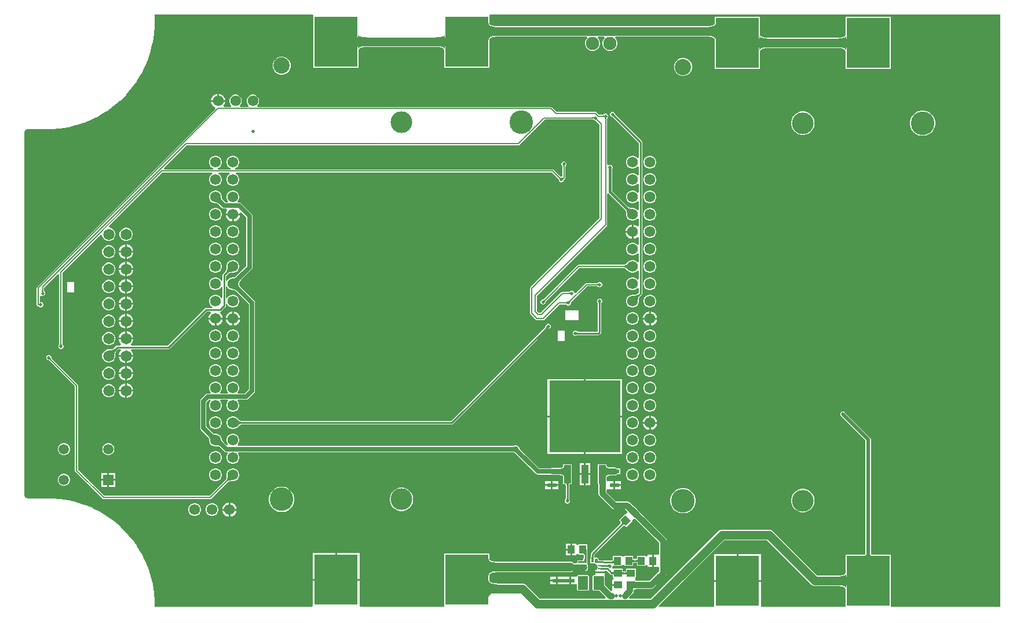
<source format=gbl>
G04*
G04 #@! TF.GenerationSoftware,Altium Limited,Altium Designer,25.8.1 (18)*
G04*
G04 Layer_Physical_Order=4*
G04 Layer_Color=16711680*
%FSLAX25Y25*%
%MOIN*%
G70*
G04*
G04 #@! TF.SameCoordinates,E1838567-EF02-44A7-8A02-23B903FEE0B8*
G04*
G04*
G04 #@! TF.FilePolarity,Positive*
G04*
G01*
G75*
%ADD11C,0.02000*%
%ADD16C,0.01000*%
%ADD26R,0.04000X0.04700*%
%ADD28R,0.04700X0.04000*%
%ADD34R,0.05787X0.02441*%
%ADD45C,0.06200*%
%ADD53C,0.13000*%
%ADD54C,0.26000*%
%ADD57C,0.03500*%
%ADD60C,0.01500*%
%ADD61C,0.00800*%
%ADD62C,0.02500*%
%ADD64C,0.06496*%
%ADD65C,0.13583*%
%ADD66C,0.09409*%
%ADD67C,0.12480*%
%ADD68C,0.05937*%
%ADD69R,0.05937X0.05937*%
%ADD70C,0.07677*%
%ADD71C,0.02000*%
%ADD72C,0.03500*%
%ADD73C,0.18000*%
%ADD75R,0.04000X0.10600*%
%ADD76R,0.25000X0.28898*%
%ADD77R,0.41000X0.41200*%
G04:AMPARAMS|DCode=78|XSize=31.5mil|YSize=9.84mil|CornerRadius=1.97mil|HoleSize=0mil|Usage=FLASHONLY|Rotation=180.000|XOffset=0mil|YOffset=0mil|HoleType=Round|Shape=RoundedRectangle|*
%AMROUNDEDRECTD78*
21,1,0.03150,0.00591,0,0,180.0*
21,1,0.02756,0.00984,0,0,180.0*
1,1,0.00394,-0.01378,0.00295*
1,1,0.00394,0.01378,0.00295*
1,1,0.00394,0.01378,-0.00295*
1,1,0.00394,-0.01378,-0.00295*
%
%ADD78ROUNDEDRECTD78*%
G04:AMPARAMS|DCode=79|XSize=11.81mil|YSize=21.65mil|CornerRadius=1.95mil|HoleSize=0mil|Usage=FLASHONLY|Rotation=180.000|XOffset=0mil|YOffset=0mil|HoleType=Round|Shape=RoundedRectangle|*
%AMROUNDEDRECTD79*
21,1,0.01181,0.01776,0,0,180.0*
21,1,0.00791,0.02165,0,0,180.0*
1,1,0.00390,-0.00396,0.00888*
1,1,0.00390,0.00396,0.00888*
1,1,0.00390,0.00396,-0.00888*
1,1,0.00390,-0.00396,-0.00888*
%
%ADD79ROUNDEDRECTD79*%
%ADD80R,0.03150X0.00984*%
%ADD81R,0.00984X0.01968*%
%ADD82R,0.02953X0.05906*%
%ADD83R,0.01968X0.01968*%
G04:AMPARAMS|DCode=84|XSize=40mil|YSize=47mil|CornerRadius=0mil|HoleSize=0mil|Usage=FLASHONLY|Rotation=225.000|XOffset=0mil|YOffset=0mil|HoleType=Round|Shape=Rectangle|*
%AMROTATEDRECTD84*
4,1,4,-0.00248,0.03076,0.03076,-0.00248,0.00248,-0.03076,-0.03076,0.00248,-0.00248,0.03076,0.0*
%
%ADD84ROTATEDRECTD84*%

%ADD85C,0.03000*%
%ADD86C,0.05000*%
%ADD87C,0.04000*%
G36*
X501894Y385933D02*
X501844Y386408D01*
X501694Y386833D01*
X501444Y387208D01*
X501094Y387533D01*
X500644Y387808D01*
X500094Y388033D01*
X499444Y388208D01*
X498694Y388333D01*
X497844Y388408D01*
X496894Y388433D01*
Y393433D01*
X497844Y393458D01*
X498694Y393533D01*
X499444Y393658D01*
X500094Y393833D01*
X500644Y394058D01*
X501094Y394333D01*
X501444Y394658D01*
X501694Y395033D01*
X501844Y395458D01*
X501894Y395933D01*
Y385933D01*
D02*
G37*
G36*
X371156Y395458D02*
X371306Y395033D01*
X371556Y394658D01*
X371906Y394333D01*
X372356Y394058D01*
X372906Y393833D01*
X373556Y393658D01*
X374306Y393533D01*
X375156Y393458D01*
X376106Y393433D01*
Y388433D01*
X375156Y388408D01*
X374306Y388333D01*
X373556Y388208D01*
X372906Y388033D01*
X372356Y387808D01*
X371906Y387533D01*
X371556Y387208D01*
X371306Y386833D01*
X371156Y386408D01*
X371106Y385933D01*
Y395933D01*
X371156Y395458D01*
D02*
G37*
G36*
X346130Y379969D02*
X346080Y380444D01*
X345930Y380869D01*
X345680Y381243D01*
X345330Y381569D01*
X344880Y381843D01*
X344330Y382068D01*
X343680Y382243D01*
X342930Y382368D01*
X342080Y382443D01*
X341130Y382469D01*
Y387469D01*
X342080Y387493D01*
X342930Y387568D01*
X343680Y387694D01*
X344330Y387868D01*
X344880Y388093D01*
X345330Y388369D01*
X345680Y388693D01*
X345930Y389069D01*
X346080Y389493D01*
X346130Y389968D01*
Y379969D01*
D02*
G37*
G36*
X295920Y389493D02*
X296070Y389069D01*
X296320Y388693D01*
X296670Y388369D01*
X297120Y388093D01*
X297670Y387868D01*
X298320Y387694D01*
X299070Y387568D01*
X299920Y387493D01*
X300870Y387469D01*
Y382469D01*
X299920Y382443D01*
X299070Y382368D01*
X298320Y382243D01*
X297670Y382068D01*
X297120Y381843D01*
X296670Y381569D01*
X296320Y381243D01*
X296070Y380869D01*
X295920Y380444D01*
X295870Y379969D01*
Y389968D01*
X295920Y389493D01*
D02*
G37*
G36*
X577130Y379276D02*
X577080Y379751D01*
X576930Y380176D01*
X576680Y380551D01*
X576330Y380876D01*
X575880Y381151D01*
X575330Y381376D01*
X574680Y381551D01*
X573930Y381676D01*
X573080Y381751D01*
X572130Y381776D01*
Y386776D01*
X573080Y386801D01*
X573930Y386876D01*
X574680Y387001D01*
X575330Y387176D01*
X575880Y387401D01*
X576330Y387676D01*
X576680Y388001D01*
X576930Y388376D01*
X577080Y388801D01*
X577130Y389276D01*
Y379276D01*
D02*
G37*
G36*
X526920Y388801D02*
X527070Y388376D01*
X527320Y388001D01*
X527670Y387676D01*
X528120Y387401D01*
X528670Y387176D01*
X529320Y387001D01*
X530070Y386876D01*
X530920Y386801D01*
X531870Y386776D01*
Y381776D01*
X530920Y381751D01*
X530070Y381676D01*
X529320Y381551D01*
X528670Y381376D01*
X528120Y381151D01*
X527670Y380876D01*
X527320Y380551D01*
X527070Y380176D01*
X526920Y379751D01*
X526870Y379276D01*
Y389276D01*
X526920Y388801D01*
D02*
G37*
G36*
X665493Y59547D02*
X603379D01*
X602618Y59642D01*
Y89539D01*
X591723D01*
X591675Y89566D01*
X591548Y89579D01*
X591502Y89595D01*
X591461Y89622D01*
X591412Y89676D01*
X591353Y89772D01*
X591292Y89921D01*
X591238Y90122D01*
X591195Y90376D01*
X591169Y90678D01*
X591159Y91042D01*
X591148Y91068D01*
Y155976D01*
X591031Y156562D01*
X590699Y157058D01*
X576081Y171676D01*
X575956Y171760D01*
X575850Y171866D01*
X575710Y171924D01*
X575585Y172007D01*
X575437Y172037D01*
X575298Y172095D01*
X575148D01*
X575000Y172124D01*
X574852Y172095D01*
X574702D01*
X574563Y172037D01*
X574415Y172007D01*
X574290Y171924D01*
X574150Y171866D01*
X574044Y171760D01*
X573919Y171676D01*
X573835Y171551D01*
X573728Y171444D01*
X573671Y171305D01*
X573587Y171180D01*
X573558Y171032D01*
X573500Y170893D01*
Y170742D01*
X573471Y170595D01*
X573500Y170447D01*
Y170296D01*
X573558Y170157D01*
X573587Y170009D01*
X573671Y169884D01*
X573728Y169745D01*
X573835Y169638D01*
X573919Y169513D01*
X588089Y155343D01*
Y91068D01*
X588077Y91042D01*
X588067Y90678D01*
X588041Y90376D01*
X587999Y90122D01*
X587944Y89921D01*
X587884Y89772D01*
X587825Y89676D01*
X587775Y89622D01*
X587734Y89595D01*
X587688Y89579D01*
X587561Y89566D01*
X587513Y89539D01*
X576618D01*
Y79695D01*
X576592Y79647D01*
X576548Y79236D01*
X576442Y78935D01*
X576265Y78669D01*
X576002Y78424D01*
X575635Y78200D01*
X575157Y78004D01*
X574565Y77845D01*
X573862Y77728D01*
X573049Y77656D01*
X572116Y77632D01*
X572082Y77616D01*
X560257D01*
X534640Y103234D01*
X534013Y103715D01*
X533283Y104017D01*
X532500Y104120D01*
X505500D01*
X504717Y104017D01*
X503987Y103715D01*
X503360Y103234D01*
X464497Y64370D01*
X452152D01*
X451820Y65170D01*
X454022Y67372D01*
X454519Y68117D01*
X454694Y68994D01*
Y69304D01*
X455064Y69559D01*
X455406Y69751D01*
X455850Y69776D01*
Y69823D01*
X458184Y69982D01*
X464650D01*
X465528Y70157D01*
X466272Y70654D01*
X473122Y77504D01*
X473619Y78248D01*
X473794Y79126D01*
Y97626D01*
X473619Y98504D01*
X473122Y99248D01*
X460413Y111957D01*
X458412Y113981D01*
X458370Y114028D01*
X458367Y114032D01*
X458366Y114033D01*
X458349Y114050D01*
X458326Y114062D01*
X458310Y114099D01*
X458245Y114126D01*
X456638Y115732D01*
X456630Y115738D01*
X455187Y117181D01*
X455033Y117334D01*
X455004Y117405D01*
X454621Y117746D01*
X454588Y117713D01*
X452825Y119251D01*
X452360Y119717D01*
X451615Y120214D01*
X450738Y120389D01*
X444450D01*
X439044Y125795D01*
Y126857D01*
X439575Y127437D01*
X439844Y127437D01*
X442969D01*
Y129657D01*
Y131878D01*
X439844D01*
X439575Y131878D01*
X439044Y132458D01*
Y134144D01*
X439055Y134244D01*
X439116Y134418D01*
X439218Y134571D01*
X439376Y134718D01*
X439608Y134860D01*
X439922Y134988D01*
X440318Y135094D01*
X440796Y135174D01*
X441354Y135223D01*
X441886Y135237D01*
X443469D01*
X444346Y135412D01*
X444944Y135811D01*
X446862D01*
Y139252D01*
X444944D01*
X444346Y139651D01*
X443469Y139826D01*
X441886D01*
X441354Y139840D01*
X440796Y139889D01*
X440318Y139969D01*
X439922Y140075D01*
X439608Y140203D01*
X439376Y140345D01*
X439218Y140492D01*
X439116Y140645D01*
X439055Y140819D01*
X439026Y141088D01*
X439000Y141136D01*
Y141795D01*
X434000D01*
Y130994D01*
X434000Y130777D01*
X433971Y130707D01*
X434000Y130194D01*
X434253D01*
X434288Y130058D01*
X434454Y127849D01*
X434456Y127596D01*
Y124845D01*
X434631Y123967D01*
X435128Y123222D01*
X441878Y116472D01*
X442622Y115975D01*
X443500Y115800D01*
X449769D01*
X450662Y114877D01*
X451104Y114370D01*
X451165Y114290D01*
X451086Y114211D01*
X451286Y114010D01*
X450084Y112808D01*
X449884Y113009D01*
X446348Y109473D01*
X447238Y108583D01*
X447102Y107638D01*
X430165Y90701D01*
X429944Y90371D01*
X429866Y89980D01*
Y88282D01*
X429845Y88231D01*
X429842Y87883D01*
X429829Y87502D01*
X429815Y87355D01*
X429811Y87332D01*
X429806Y87307D01*
X429815Y87244D01*
X429814Y87237D01*
X429777Y87148D01*
X429790Y87117D01*
X429782Y87077D01*
Y85301D01*
X429836Y85030D01*
X429989Y84800D01*
X430219Y84647D01*
X430490Y84593D01*
X431272D01*
X431282Y84593D01*
X431282Y84593D01*
X431553Y84647D01*
X432155Y84557D01*
X432309Y84457D01*
X432317Y84453D01*
X432317Y84453D01*
X432319Y84453D01*
X432337Y84441D01*
X432345Y84437D01*
X432345Y84437D01*
X432364Y84436D01*
X432396Y84416D01*
X432407Y84412D01*
X432408Y84412D01*
X432409Y84412D01*
X432415Y84408D01*
X432427Y84404D01*
X432427Y84404D01*
X432434Y84404D01*
X432435Y84404D01*
X432447Y84400D01*
X432447Y84400D01*
X432454Y84400D01*
X432455Y84400D01*
X432467Y84396D01*
X432467Y84396D01*
X432536Y84401D01*
X432566Y84388D01*
X432567Y84388D01*
X432568Y84389D01*
X432598Y84376D01*
X432606D01*
X432606Y84376D01*
X432608Y84377D01*
X432618Y84372D01*
X432626D01*
X432626Y84372D01*
X432627Y84373D01*
X432638Y84368D01*
X432994D01*
X433068Y84328D01*
X433620Y83728D01*
Y83138D01*
X433674Y82866D01*
X433828Y82635D01*
Y82262D01*
X433674Y82032D01*
X433620Y81760D01*
Y81169D01*
X433433Y80941D01*
X432740D01*
Y79992D01*
X437087D01*
X437098Y79988D01*
X437118D01*
X437126Y79984D01*
X437138D01*
X437146Y79980D01*
X437157Y79976D01*
X437165Y79972D01*
X437177Y79969D01*
X437185Y79965D01*
X437193Y79957D01*
X437201Y79953D01*
X437205Y79949D01*
X437890D01*
Y80445D01*
X439239D01*
X441279Y78405D01*
X441610Y78184D01*
X442000Y78106D01*
X442100D01*
X442148Y78085D01*
X442321Y78080D01*
X442454Y78069D01*
X442557Y78052D01*
X442628Y78032D01*
X442648Y78024D01*
X442650Y78021D01*
Y76476D01*
X442934D01*
Y75276D01*
X442150D01*
Y72776D01*
X445500D01*
Y71776D01*
X442150D01*
Y69310D01*
X441560Y68769D01*
X438109Y72219D01*
X438022Y72376D01*
Y76957D01*
X438016Y76971D01*
X438018Y76976D01*
X438018Y76976D01*
Y77000D01*
X438005Y77031D01*
X438011Y77063D01*
X438007Y77082D01*
X438003Y77088D01*
X438007Y77106D01*
X438007Y77106D01*
X437999Y77146D01*
X437970Y77189D01*
X437971Y77240D01*
X437971D01*
X437890Y77957D01*
X437890Y78417D01*
Y78949D01*
X437205D01*
X437201Y78945D01*
X437193Y78941D01*
X437185Y78933D01*
X437177Y78929D01*
X437165Y78925D01*
X437157Y78921D01*
X437146Y78917D01*
X437138Y78913D01*
X437126D01*
X437118Y78909D01*
X432740D01*
Y77957D01*
X431975Y77872D01*
X431949D01*
X431934Y77866D01*
X431929Y77868D01*
X431929Y77868D01*
X431906D01*
X431875Y77855D01*
X431843Y77861D01*
X431823Y77858D01*
X431818Y77854D01*
X431799Y77858D01*
X431799Y77857D01*
X431760Y77850D01*
X431717Y77821D01*
X431665Y77821D01*
X431665Y77821D01*
X431626Y77806D01*
X431626Y77806D01*
X431626Y77806D01*
X431626Y77806D01*
X431606Y77798D01*
X431598Y77790D01*
X431590Y77790D01*
X431590Y77790D01*
X431571Y77782D01*
X431568Y77780D01*
X431565Y77779D01*
X431549Y77772D01*
X431521Y77738D01*
X431477Y77732D01*
X431477Y77732D01*
X431458Y77720D01*
X431454Y77714D01*
X431447Y77712D01*
X431431Y77701D01*
X431426Y77693D01*
X431412Y77689D01*
X431396Y77677D01*
X431388Y77663D01*
X431380Y77661D01*
X431380Y77661D01*
X431364Y77649D01*
X431355Y77634D01*
X431338Y77627D01*
X431338Y77627D01*
X431322Y77611D01*
X431322Y77611D01*
X431314Y77592D01*
X431295Y77584D01*
X431295Y77583D01*
X431279Y77568D01*
X431279Y77568D01*
X431272Y77551D01*
X431256Y77541D01*
X431244Y77526D01*
X431244Y77526D01*
X431242Y77518D01*
X431228Y77510D01*
X431217Y77494D01*
X431213Y77479D01*
X431205Y77474D01*
X431193Y77459D01*
X431191Y77452D01*
X431185Y77448D01*
X431174Y77428D01*
X431174Y77428D01*
X431167Y77385D01*
X431134Y77356D01*
X431126Y77340D01*
X431126Y77337D01*
X431123Y77335D01*
X431116Y77315D01*
X431116Y77315D01*
X431116Y77308D01*
X431108Y77300D01*
X431100Y77280D01*
X431100Y77280D01*
X431100Y77280D01*
X431100Y77280D01*
X431092Y77260D01*
X431084Y77241D01*
X431084Y77241D01*
X431085Y77188D01*
X431056Y77145D01*
X431048Y77106D01*
X431048Y77106D01*
X431052Y77088D01*
X431048Y77083D01*
X431044Y77063D01*
X431050Y77031D01*
X431038Y77000D01*
Y76976D01*
X431038Y76976D01*
X431040Y76971D01*
X431034Y76957D01*
Y69732D01*
X431040Y69718D01*
X431038Y69713D01*
X431038Y69713D01*
Y69689D01*
X431050Y69658D01*
X431044Y69626D01*
X431048Y69606D01*
X431052Y69601D01*
X431048Y69583D01*
X431048Y69583D01*
X431052Y69563D01*
X431056Y69544D01*
X431085Y69500D01*
X431084Y69448D01*
X431084Y69448D01*
X431100Y69409D01*
X431100Y69409D01*
X431100Y69409D01*
X431100Y69409D01*
X431108Y69389D01*
X431116Y69381D01*
X431115Y69374D01*
X431116Y69374D01*
X431123Y69354D01*
X431126Y69352D01*
X431126Y69349D01*
X431134Y69333D01*
X431167Y69304D01*
X431174Y69261D01*
X431174Y69261D01*
X431185Y69241D01*
X431191Y69237D01*
X431193Y69230D01*
X431205Y69214D01*
X431213Y69210D01*
X431217Y69195D01*
X431228Y69179D01*
X431242Y69171D01*
X431244Y69163D01*
X431244Y69163D01*
X431256Y69148D01*
X431272Y69138D01*
X431279Y69121D01*
X431279Y69121D01*
X431294Y69105D01*
X431294Y69105D01*
X431314Y69097D01*
X431322Y69078D01*
X431322Y69078D01*
X431338Y69062D01*
X431338Y69062D01*
X431355Y69055D01*
X431364Y69039D01*
X431380Y69028D01*
X431380Y69028D01*
X431388Y69026D01*
X431396Y69012D01*
X431412Y69000D01*
X431426Y68996D01*
X431431Y68989D01*
X431447Y68977D01*
X431453Y68975D01*
X431458Y68969D01*
X431477Y68957D01*
X431477Y68957D01*
X431521Y68951D01*
X431549Y68917D01*
X431565Y68910D01*
X431568Y68909D01*
X431571Y68907D01*
X431590Y68899D01*
X431591Y68899D01*
X431598Y68899D01*
X431606Y68891D01*
X431626Y68883D01*
X431626Y68883D01*
X431626Y68883D01*
X431626Y68883D01*
X431645Y68875D01*
X431665Y68868D01*
X431665Y68868D01*
X431717Y68868D01*
X431760Y68839D01*
X431799Y68831D01*
X431799Y68831D01*
X431818Y68835D01*
X431823Y68831D01*
X431843Y68828D01*
X431874Y68834D01*
X431906Y68821D01*
X431929D01*
X431929Y68821D01*
X431934Y68823D01*
X431949Y68817D01*
X434836D01*
X434915Y68761D01*
X435830Y67996D01*
X436199Y67642D01*
X438670Y65170D01*
X438339Y64370D01*
X400503D01*
X392640Y72234D01*
X392013Y72715D01*
X391283Y73017D01*
X390500Y73120D01*
X376154D01*
X376120Y73136D01*
X375187Y73160D01*
X374375Y73232D01*
X373671Y73349D01*
X373080Y73508D01*
X372601Y73704D01*
X372235Y73928D01*
X371971Y74173D01*
X371794Y74438D01*
X371688Y74739D01*
X371644Y75151D01*
X371618Y75199D01*
Y77458D01*
X371644Y77506D01*
X371688Y77918D01*
X371794Y78219D01*
X371971Y78485D01*
X372235Y78729D01*
X372601Y78954D01*
X373080Y79149D01*
X373671Y79308D01*
X374375Y79426D01*
X375187Y79497D01*
X376120Y79522D01*
X376154Y79537D01*
X418000D01*
X418783Y79640D01*
X419513Y79943D01*
X419790Y80155D01*
X425866D01*
X426267Y80234D01*
X427264D01*
X427278Y80240D01*
X427283Y80238D01*
X427283Y80238D01*
X427307D01*
X427338Y80251D01*
X427370Y80245D01*
X427389Y80249D01*
X427395Y80252D01*
X427413Y80249D01*
X427413Y80249D01*
X427453Y80257D01*
X427496Y80286D01*
X427547Y80285D01*
X427548Y80285D01*
X427567Y80293D01*
X427567Y80293D01*
X427567Y80293D01*
X427567Y80293D01*
X427606Y80309D01*
X427615Y80317D01*
X427623Y80316D01*
X427623Y80317D01*
X427642Y80324D01*
X427644Y80327D01*
X427647Y80327D01*
X427663Y80335D01*
X427692Y80368D01*
X427735Y80374D01*
X427735Y80374D01*
X427755Y80386D01*
X427759Y80392D01*
X427766Y80394D01*
X427781Y80406D01*
X427786Y80414D01*
X427801Y80417D01*
X427817Y80429D01*
X427825Y80443D01*
X427833Y80445D01*
X427833Y80445D01*
X427848Y80457D01*
X427858Y80472D01*
X427875Y80480D01*
X427875Y80480D01*
X427891Y80495D01*
X427891Y80495D01*
X427899Y80515D01*
X427918Y80523D01*
X427918Y80523D01*
X427934Y80538D01*
X427934Y80539D01*
X427941Y80556D01*
X427957Y80565D01*
X427968Y80581D01*
X427968Y80581D01*
X427970Y80588D01*
X427984Y80597D01*
X427996Y80612D01*
X428000Y80627D01*
X428008Y80632D01*
X428020Y80648D01*
X428021Y80654D01*
X428027Y80659D01*
X428039Y80678D01*
X428039Y80678D01*
X428045Y80721D01*
X428079Y80750D01*
X428087Y80766D01*
X428087Y80766D01*
X428087Y80769D01*
X428089Y80771D01*
X428097Y80791D01*
X428097Y80791D01*
X428097Y80799D01*
X428105Y80807D01*
X428113Y80826D01*
X428113Y80826D01*
X428113Y80827D01*
X428113Y80827D01*
X428121Y80846D01*
X428121Y80846D01*
X428128Y80866D01*
X428128Y80866D01*
X428128Y80918D01*
X428157Y80961D01*
X428164Y81000D01*
X428165Y81000D01*
X428161Y81018D01*
X428164Y81024D01*
X428168Y81043D01*
X428162Y81075D01*
X428175Y81106D01*
Y81130D01*
X428175Y81130D01*
X428173Y81135D01*
X428179Y81150D01*
Y83748D01*
X428173Y83763D01*
X428175Y83768D01*
X428175Y83768D01*
Y83791D01*
X428162Y83822D01*
X428168Y83854D01*
X428164Y83874D01*
X428161Y83881D01*
X428164Y83898D01*
X428161Y83917D01*
X428161Y83917D01*
Y83917D01*
X428157Y83937D01*
X428128Y84011D01*
X428128Y84032D01*
X428121Y84051D01*
X428038Y84586D01*
X428049Y84895D01*
X428049Y84896D01*
X428049Y84900D01*
X428049Y84904D01*
X428053Y84915D01*
X428049Y84964D01*
X428061Y85015D01*
X428061Y85015D01*
X428060Y85017D01*
X428073Y85047D01*
Y85055D01*
X428073Y85055D01*
X428072Y85056D01*
X428077Y85067D01*
Y85075D01*
X428077Y85075D01*
X428076Y85076D01*
X428081Y85087D01*
Y87094D01*
X428076Y87105D01*
X428077Y87106D01*
X428077Y87106D01*
Y87114D01*
X428072Y87125D01*
X428073Y87126D01*
X428073Y87126D01*
Y87134D01*
X428060Y87164D01*
X428061Y87166D01*
X428060Y87167D01*
X428048Y87197D01*
X428053Y87266D01*
X428049Y87278D01*
X428048Y87278D01*
X428049Y87285D01*
X428045Y87297D01*
X428044Y87298D01*
X428045Y87305D01*
X428041Y87317D01*
X428037Y87322D01*
X428037Y87324D01*
X428033Y87336D01*
X428014Y87359D01*
X428012Y87388D01*
X428008Y87396D01*
X427997Y87405D01*
X427996Y87415D01*
X427992Y87423D01*
X427984Y87430D01*
X427984Y87431D01*
X427980Y87439D01*
X427929Y87483D01*
X427902Y87548D01*
X427894Y87556D01*
X427894Y87556D01*
X427894Y87556D01*
X427891Y87564D01*
X427883Y87572D01*
X427883Y87572D01*
X427882Y87572D01*
X427879Y87580D01*
X427871Y87587D01*
X427871Y87587D01*
X427871Y87587D01*
X427871Y87588D01*
X427870Y87588D01*
Y89236D01*
X427892Y89288D01*
X427890Y89291D01*
X427892Y89295D01*
X427879Y90295D01*
X427870Y90316D01*
Y92626D01*
X427850Y92726D01*
Y95476D01*
X422850D01*
Y95192D01*
X421650D01*
Y95976D01*
X419150D01*
Y92626D01*
Y89276D01*
X421650D01*
Y90060D01*
X422850D01*
Y89776D01*
X425745D01*
X425748Y89774D01*
X425757Y89754D01*
X425776Y89683D01*
X425793Y89580D01*
X425805Y89447D01*
X425809Y89274D01*
X425831Y89226D01*
Y87588D01*
X425830Y87587D01*
X425830Y87587D01*
X425822Y87580D01*
X425819Y87572D01*
X425818Y87572D01*
X425818Y87572D01*
X425810Y87564D01*
X425807Y87556D01*
X425807Y87556D01*
X425807Y87556D01*
X425799Y87548D01*
X425772Y87483D01*
X425720Y87438D01*
X425716Y87431D01*
X425716Y87429D01*
X425709Y87423D01*
X425705Y87415D01*
X425704Y87405D01*
X425693Y87396D01*
X425689Y87388D01*
X425687Y87359D01*
X425668Y87336D01*
X425664Y87324D01*
X425664Y87322D01*
X425660Y87317D01*
X425656Y87305D01*
X425656Y87298D01*
X425656Y87297D01*
X425652Y87285D01*
X425653Y87278D01*
X425652Y87277D01*
X425648Y87265D01*
X425651Y87222D01*
X425649Y87187D01*
X425641Y87168D01*
X425640Y87166D01*
X425640Y87166D01*
X425594Y87060D01*
X425547Y86967D01*
X425250Y86435D01*
X422894D01*
X422883Y86431D01*
X422882Y86431D01*
X422882Y86431D01*
X422874D01*
X422863Y86427D01*
X422862Y86427D01*
X422862Y86427D01*
X422854D01*
X422824Y86415D01*
X422823Y86415D01*
X422820Y86414D01*
X422791Y86402D01*
X422722Y86407D01*
X422722Y86407D01*
X422711Y86403D01*
X422710Y86403D01*
X422703Y86403D01*
X422703Y86403D01*
X422691Y86399D01*
X422691Y86399D01*
X422683Y86399D01*
X422683Y86399D01*
X422672Y86395D01*
X422667Y86391D01*
X422663Y86391D01*
X422663Y86391D01*
X422652Y86387D01*
X422629Y86368D01*
X422600Y86366D01*
X422600Y86366D01*
X422592Y86362D01*
X422583Y86351D01*
X422573Y86350D01*
X422573Y86350D01*
X422565Y86346D01*
X422558Y86338D01*
X422557Y86338D01*
X422557Y86338D01*
X422549Y86334D01*
X422505Y86284D01*
X422440Y86257D01*
X422440Y86257D01*
X422432Y86249D01*
X422432Y86249D01*
X422432Y86248D01*
X422425Y86245D01*
X422425Y86245D01*
X422417Y86237D01*
X422417Y86237D01*
X422416Y86236D01*
X422409Y86233D01*
X422409Y86233D01*
X422401Y86225D01*
X422401Y86225D01*
X422401Y86225D01*
X422401Y86225D01*
X422401Y86225D01*
X422393Y86217D01*
X422393Y86217D01*
X422393Y86217D01*
X422385Y86209D01*
X422385Y86209D01*
X422385Y86209D01*
X422377Y86202D01*
X422377Y86202D01*
X422374Y86194D01*
X422373Y86194D01*
X422373Y86194D01*
X422366Y86186D01*
X422366Y86186D01*
X422362Y86178D01*
X422361Y86178D01*
X422361Y86178D01*
X422354Y86170D01*
X422354Y86170D01*
X422327Y86105D01*
X422276Y86061D01*
X422272Y86053D01*
X422272Y86053D01*
X422272Y86052D01*
X422264Y86045D01*
X422260Y86037D01*
X422260Y86037D01*
X422259Y86027D01*
X422248Y86017D01*
X422244Y86009D01*
X422244Y86009D01*
X422242Y85981D01*
X422223Y85959D01*
X422219Y85947D01*
X422219Y85947D01*
X422219Y85944D01*
X422215Y85939D01*
X422211Y85927D01*
X422211Y85927D01*
X422212Y85920D01*
X422211Y85919D01*
X422207Y85908D01*
X422207Y85908D01*
X422208Y85900D01*
X422207Y85899D01*
X422203Y85887D01*
X422203Y85887D01*
X422208Y85819D01*
X422196Y85790D01*
X422195Y85787D01*
X422196Y85786D01*
X422183Y85756D01*
Y85748D01*
X422183Y85748D01*
X422184Y85747D01*
X422179Y85736D01*
Y85728D01*
X422179Y85728D01*
X422180Y85727D01*
X422175Y85716D01*
Y85087D01*
X421642Y84828D01*
X421546Y84785D01*
X421444Y84743D01*
X420087D01*
X419513Y85184D01*
X418783Y85486D01*
X418000Y85589D01*
X376154D01*
X376120Y85604D01*
X375187Y85629D01*
X374375Y85700D01*
X373671Y85817D01*
X373080Y85977D01*
X372601Y86172D01*
X372235Y86396D01*
X371971Y86641D01*
X371794Y86907D01*
X371688Y87208D01*
X371644Y87620D01*
X371618Y87668D01*
Y90232D01*
X345618D01*
Y60335D01*
X345618D01*
X345588Y59547D01*
X297563D01*
X296882Y59835D01*
X296882Y60347D01*
Y74783D01*
X283382D01*
X269882D01*
Y60347D01*
X269882Y59835D01*
X269201Y59547D01*
X179007D01*
Y60594D01*
X179003Y60614D01*
X179007Y60634D01*
X178961Y62970D01*
X178948Y63028D01*
X178955Y63088D01*
X178588Y67745D01*
X178567Y67822D01*
X178570Y67902D01*
X177839Y72516D01*
X177811Y72591D01*
X177808Y72671D01*
X176718Y77214D01*
X176684Y77286D01*
X176675Y77365D01*
X175231Y81809D01*
X175192Y81878D01*
X175177Y81956D01*
X173389Y86273D01*
X173344Y86339D01*
X173323Y86416D01*
X171202Y90579D01*
X171152Y90641D01*
X171125Y90716D01*
X168684Y94700D01*
X168630Y94758D01*
X168596Y94831D01*
X165850Y98610D01*
X165791Y98664D01*
X165752Y98734D01*
X162718Y102287D01*
X162656Y102336D01*
X162611Y102402D01*
X159308Y105706D01*
X159241Y105750D01*
X159192Y105813D01*
X155640Y108847D01*
X155570Y108886D01*
X155516Y108944D01*
X151736Y111691D01*
X151664Y111724D01*
X151605Y111778D01*
X147622Y114219D01*
X147547Y114247D01*
X147484Y114296D01*
X143321Y116417D01*
X143245Y116439D01*
X143178Y116483D01*
X138862Y118271D01*
X138784Y118287D01*
X138714Y118326D01*
X134271Y119769D01*
X134192Y119779D01*
X134119Y119812D01*
X129576Y120903D01*
X129497Y120906D01*
X129422Y120933D01*
X124807Y121664D01*
X124728Y121661D01*
X124651Y121683D01*
X119993Y122049D01*
X119934Y122042D01*
X119875Y122055D01*
X117539Y122101D01*
X117520Y122098D01*
X117500Y122101D01*
X106000D01*
X105804D01*
X105419Y122178D01*
X105056Y122328D01*
X104729Y122546D01*
X104452Y122824D01*
X104234Y123151D01*
X104084Y123513D01*
X104007Y123898D01*
Y124094D01*
X104007Y332594D01*
Y332791D01*
X104084Y333176D01*
X104234Y333539D01*
X104452Y333865D01*
X104729Y334142D01*
X105056Y334361D01*
X105419Y334511D01*
X105804Y334588D01*
X117000D01*
X117020Y334591D01*
X117039Y334588D01*
X119395Y334634D01*
X119454Y334647D01*
X119513Y334640D01*
X124210Y335010D01*
X124286Y335031D01*
X124366Y335028D01*
X129019Y335765D01*
X129094Y335793D01*
X129174Y335796D01*
X133755Y336896D01*
X133827Y336929D01*
X133907Y336938D01*
X138387Y338394D01*
X138457Y338433D01*
X138535Y338449D01*
X142888Y340252D01*
X142954Y340296D01*
X143031Y340318D01*
X147228Y342456D01*
X147291Y342506D01*
X147366Y342533D01*
X151383Y344995D01*
X151442Y345049D01*
X151514Y345083D01*
X155325Y347852D01*
X155379Y347910D01*
X155449Y347949D01*
X159031Y351009D01*
X159081Y351072D01*
X159147Y351116D01*
X162478Y354447D01*
X162523Y354514D01*
X162585Y354563D01*
X165645Y358145D01*
X165684Y358215D01*
X165743Y358269D01*
X168512Y362081D01*
X168545Y362153D01*
X168599Y362212D01*
X171061Y366229D01*
X171089Y366303D01*
X171138Y366366D01*
X173277Y370564D01*
X173299Y370640D01*
X173343Y370707D01*
X175146Y375059D01*
X175161Y375138D01*
X175200Y375207D01*
X176656Y379688D01*
X176665Y379767D01*
X176699Y379839D01*
X177799Y384420D01*
X177802Y384500D01*
X177829Y384575D01*
X178566Y389228D01*
X178563Y389308D01*
X178585Y389385D01*
X178955Y394081D01*
X178947Y394141D01*
X178960Y394199D01*
X179007Y396555D01*
X179003Y396575D01*
X179007Y396595D01*
Y400591D01*
X270076D01*
X270382Y399917D01*
X270382Y399791D01*
Y370020D01*
X296382D01*
Y379864D01*
X296408Y379912D01*
X296451Y380324D01*
X296558Y380625D01*
X296735Y380890D01*
X296998Y381135D01*
X297365Y381359D01*
X297843Y381555D01*
X298435Y381714D01*
X299138Y381831D01*
X299951Y381903D01*
X300884Y381927D01*
X300918Y381943D01*
X341082D01*
X341116Y381927D01*
X342049Y381903D01*
X342862Y381831D01*
X343565Y381714D01*
X344157Y381555D01*
X344635Y381359D01*
X345002Y381135D01*
X345265Y380890D01*
X345442Y380625D01*
X345549Y380324D01*
X345592Y379912D01*
X345618Y379864D01*
Y370020D01*
X371618D01*
Y385828D01*
X371644Y385876D01*
X371688Y386288D01*
X371794Y386589D01*
X371971Y386855D01*
X372235Y387100D01*
X372601Y387324D01*
X373080Y387519D01*
X373671Y387679D01*
X374375Y387796D01*
X375187Y387867D01*
X376120Y387892D01*
X376154Y387907D01*
X427546D01*
X427877Y387107D01*
X427528Y386758D01*
X426957Y385769D01*
X426661Y384666D01*
Y383523D01*
X426957Y382420D01*
X427528Y381431D01*
X428336Y380623D01*
X429325Y380052D01*
X430429Y379756D01*
X431571D01*
X432675Y380052D01*
X433664Y380623D01*
X434472Y381431D01*
X435043Y382420D01*
X435339Y383523D01*
Y384666D01*
X435043Y385769D01*
X434472Y386758D01*
X434123Y387107D01*
X434454Y387907D01*
X437546D01*
X437877Y387107D01*
X437528Y386758D01*
X436957Y385769D01*
X436661Y384666D01*
Y383523D01*
X436957Y382420D01*
X437528Y381431D01*
X438336Y380623D01*
X439325Y380052D01*
X440429Y379756D01*
X441571D01*
X442675Y380052D01*
X443664Y380623D01*
X444472Y381431D01*
X445043Y382420D01*
X445339Y383523D01*
Y384666D01*
X445043Y385769D01*
X444472Y386758D01*
X444123Y387107D01*
X444454Y387907D01*
X496846D01*
X496880Y387892D01*
X497813Y387867D01*
X498626Y387796D01*
X499329Y387679D01*
X499920Y387519D01*
X500399Y387324D01*
X500765Y387100D01*
X501029Y386855D01*
X501206Y386589D01*
X501312Y386288D01*
X501356Y385876D01*
X501382Y385828D01*
Y369327D01*
X527382D01*
Y379171D01*
X527408Y379219D01*
X527452Y379630D01*
X527558Y379932D01*
X527735Y380197D01*
X527998Y380442D01*
X528365Y380666D01*
X528843Y380862D01*
X529435Y381021D01*
X530138Y381138D01*
X530951Y381210D01*
X531884Y381235D01*
X531918Y381250D01*
X572082D01*
X572116Y381235D01*
X573049Y381210D01*
X573862Y381138D01*
X574565Y381021D01*
X575157Y380862D01*
X575635Y380666D01*
X576002Y380442D01*
X576265Y380197D01*
X576442Y379932D01*
X576548Y379630D01*
X576592Y379219D01*
X576618Y379171D01*
Y369327D01*
X602618D01*
Y399224D01*
X576618D01*
Y389381D01*
X576592Y389332D01*
X576548Y388921D01*
X576442Y388619D01*
X576265Y388354D01*
X576002Y388109D01*
X575635Y387885D01*
X575157Y387689D01*
X574565Y387530D01*
X573862Y387413D01*
X573049Y387341D01*
X572116Y387317D01*
X572082Y387301D01*
X531918D01*
X531884Y387317D01*
X530951Y387341D01*
X530138Y387413D01*
X529435Y387530D01*
X528843Y387689D01*
X528365Y387885D01*
X527998Y388109D01*
X527735Y388354D01*
X527558Y388619D01*
X527452Y388921D01*
X527408Y389332D01*
X527382Y389381D01*
Y399224D01*
X501382D01*
Y396038D01*
X501356Y395990D01*
X501312Y395578D01*
X501206Y395277D01*
X501029Y395011D01*
X500765Y394767D01*
X500399Y394543D01*
X499920Y394347D01*
X499329Y394188D01*
X498626Y394070D01*
X497813Y393999D01*
X496880Y393974D01*
X496846Y393959D01*
X376154D01*
X376120Y393974D01*
X375187Y393999D01*
X374375Y394070D01*
X373671Y394188D01*
X373080Y394347D01*
X372601Y394543D01*
X372235Y394767D01*
X371971Y395011D01*
X371794Y395277D01*
X371688Y395578D01*
X371644Y395990D01*
X371618Y396038D01*
Y399791D01*
X371618Y399917D01*
X371924Y400591D01*
X665493D01*
X665493Y59547D01*
D02*
G37*
G36*
X438523Y140699D02*
X438628Y140401D01*
X438803Y140139D01*
X439048Y139911D01*
X439363Y139719D01*
X439748Y139561D01*
X440203Y139439D01*
X440728Y139351D01*
X441323Y139299D01*
X441988Y139281D01*
Y135782D01*
X441323Y135764D01*
X440728Y135712D01*
X440203Y135624D01*
X439748Y135502D01*
X439363Y135344D01*
X439048Y135152D01*
X438803Y134924D01*
X438628Y134661D01*
X438523Y134364D01*
X438488Y134031D01*
Y141032D01*
X438523Y140699D01*
D02*
G37*
G36*
X438500Y127207D02*
X435000D01*
X434995Y127872D01*
X434824Y130147D01*
X434761Y130392D01*
X434688Y130567D01*
X434605Y130672D01*
X434512Y130707D01*
X438488D01*
X438500Y127207D01*
D02*
G37*
G36*
X452450Y118860D02*
X454565Y117015D01*
X454621Y117022D01*
X451810Y114211D01*
X451817Y114268D01*
X451771Y114370D01*
X451673Y114519D01*
X451522Y114715D01*
X451060Y115243D01*
X449503Y116854D01*
X451978Y119329D01*
X452450Y118860D01*
D02*
G37*
G36*
X457948Y113687D02*
X458019Y113609D01*
X460381Y111220D01*
X457906Y108745D01*
X457433Y109212D01*
X455714Y110710D01*
X455500Y110842D01*
X455329Y110919D01*
X455201Y110940D01*
X455116Y110904D01*
X457928Y113716D01*
X457948Y113687D01*
D02*
G37*
G36*
X449433Y107113D02*
X449358Y107173D01*
X449277Y107212D01*
X449189Y107229D01*
X449093Y107226D01*
X448991Y107201D01*
X448881Y107155D01*
X448764Y107088D01*
X448641Y107000D01*
X448510Y106890D01*
X448372Y106759D01*
X447665Y107466D01*
X447796Y107604D01*
X447905Y107735D01*
X447994Y107859D01*
X448061Y107975D01*
X448107Y108085D01*
X448132Y108188D01*
X448135Y108283D01*
X448117Y108371D01*
X448078Y108453D01*
X448018Y108527D01*
X449433Y107113D01*
D02*
G37*
G36*
X455116Y110180D02*
X455279Y110343D01*
X455392Y110273D01*
X457065Y108815D01*
X457219Y108663D01*
X469206Y96676D01*
Y90066D01*
X468700Y89476D01*
X466200D01*
Y86126D01*
Y82776D01*
X468700D01*
X469206Y82186D01*
Y80076D01*
X463700Y74570D01*
X458673D01*
X456621Y74605D01*
X455950Y74651D01*
X455850Y74663D01*
Y74776D01*
X455567D01*
Y76476D01*
X455850D01*
Y81476D01*
X450150D01*
Y80081D01*
X450148Y80078D01*
X450129Y80070D01*
X450057Y80050D01*
X449954Y80033D01*
X449821Y80022D01*
X449648Y80017D01*
X449600Y79996D01*
X448900D01*
X448852Y80017D01*
X448679Y80022D01*
X448546Y80033D01*
X448443Y80050D01*
X448372Y80070D01*
X448352Y80078D01*
X448350Y80081D01*
Y81476D01*
X442650D01*
Y81476D01*
X442212Y81489D01*
X442201Y82205D01*
X442272Y82276D01*
X442500Y82828D01*
X442650Y83276D01*
X443239Y83276D01*
X447650D01*
Y83560D01*
X449350D01*
Y83276D01*
X454350D01*
Y85021D01*
X454352Y85024D01*
X454372Y85032D01*
X454443Y85052D01*
X454546Y85069D01*
X454679Y85080D01*
X454852Y85085D01*
X454900Y85106D01*
X455950D01*
X455998Y85085D01*
X456171Y85080D01*
X456304Y85069D01*
X456407Y85052D01*
X456479Y85032D01*
X456498Y85024D01*
X456500Y85021D01*
Y83276D01*
X461500D01*
Y83560D01*
X462700D01*
Y82776D01*
X465200D01*
Y86126D01*
Y89476D01*
X462700D01*
Y88692D01*
X461500D01*
Y88976D01*
X456500D01*
Y87231D01*
X456498Y87228D01*
X456479Y87220D01*
X456407Y87200D01*
X456304Y87183D01*
X456171Y87172D01*
X455998Y87167D01*
X455950Y87146D01*
X454900D01*
X454852Y87167D01*
X454679Y87172D01*
X454546Y87183D01*
X454443Y87200D01*
X454372Y87220D01*
X454352Y87228D01*
X454350Y87231D01*
Y88976D01*
X449350D01*
Y88692D01*
X447650D01*
Y88976D01*
X442650D01*
Y86506D01*
X442648Y86503D01*
X442628Y86495D01*
X442557Y86476D01*
X442454Y86459D01*
X442321Y86447D01*
X442148Y86443D01*
X442100Y86421D01*
X437284D01*
X437202Y86405D01*
X437177Y86415D01*
X437176Y86415D01*
X437146Y86427D01*
X437138D01*
X437137Y86427D01*
X437126Y86431D01*
X437118D01*
X437117Y86431D01*
X437106Y86435D01*
X434750D01*
X434453Y86967D01*
X434406Y87060D01*
X434360Y87166D01*
X434360Y87166D01*
X434360Y87166D01*
X434351Y87187D01*
X434349Y87222D01*
X434352Y87265D01*
X434352Y87265D01*
X434348Y87277D01*
X434347Y87278D01*
X434348Y87286D01*
X434348Y87286D01*
X434344Y87297D01*
X434344Y87298D01*
X434344Y87305D01*
X434344Y87305D01*
X434340Y87317D01*
X434336Y87322D01*
X434336Y87324D01*
X434336Y87325D01*
X434332Y87336D01*
X434313Y87359D01*
X434311Y87388D01*
X434311Y87388D01*
X434307Y87396D01*
X434296Y87405D01*
X434295Y87415D01*
X434295Y87415D01*
X434291Y87423D01*
X434284Y87429D01*
X434283Y87431D01*
X434283Y87431D01*
X434280Y87438D01*
X434229Y87483D01*
X434201Y87548D01*
X434201Y87548D01*
X434194Y87556D01*
X434194Y87556D01*
X434193Y87557D01*
X434190Y87564D01*
X434190Y87564D01*
X434182Y87572D01*
X434182Y87572D01*
X434181Y87572D01*
X434178Y87580D01*
X434178Y87580D01*
X434170Y87587D01*
X434170Y87587D01*
X434170Y87587D01*
X434162Y87595D01*
X434162Y87595D01*
X434146Y87611D01*
X434139Y87614D01*
X434138Y87615D01*
X434138Y87615D01*
X434130Y87623D01*
X434130Y87623D01*
X434123Y87626D01*
X434123Y87627D01*
X434123Y87627D01*
X434115Y87635D01*
X434115Y87635D01*
X434050Y87662D01*
X434006Y87712D01*
X433998Y87716D01*
X433998Y87716D01*
X433997Y87716D01*
X433990Y87724D01*
X433983Y87728D01*
X433982Y87728D01*
X433972Y87729D01*
X433963Y87740D01*
X433955Y87744D01*
X433955Y87744D01*
X433926Y87746D01*
X433904Y87765D01*
X433892Y87769D01*
X433892Y87769D01*
X433889Y87769D01*
X433884Y87773D01*
X433872Y87777D01*
X433872Y87777D01*
X433864Y87777D01*
X433864Y87777D01*
X433852Y87781D01*
X433852Y87781D01*
X433845Y87781D01*
X433845Y87781D01*
X433833Y87785D01*
X433833Y87785D01*
X433764Y87780D01*
X433735Y87792D01*
X433732Y87793D01*
X433731Y87793D01*
X433701Y87805D01*
X433693D01*
X433693Y87805D01*
X433692Y87805D01*
X433681Y87809D01*
X433673D01*
X433673Y87809D01*
X433672Y87808D01*
X433661Y87813D01*
X432638D01*
X432557Y87841D01*
X432367Y87940D01*
X432206Y88034D01*
X432064Y88193D01*
X431926Y88357D01*
X431905Y88393D01*
Y89558D01*
X448544Y106196D01*
X449489Y106332D01*
X450379Y105443D01*
X453914Y108978D01*
X453714Y109179D01*
X454916Y110381D01*
X455116Y110180D01*
D02*
G37*
G36*
X427350Y89288D02*
X426350D01*
X426345Y89478D01*
X426330Y89648D01*
X426305Y89798D01*
X426270Y89928D01*
X426225Y90038D01*
X426170Y90128D01*
X426105Y90198D01*
X426030Y90248D01*
X425945Y90278D01*
X425850Y90288D01*
X427338D01*
X427350Y89288D01*
D02*
G37*
G36*
X590628Y90647D02*
X590658Y90307D01*
X590708Y90007D01*
X590778Y89747D01*
X590868Y89527D01*
X590978Y89347D01*
X591108Y89207D01*
X591258Y89107D01*
X591428Y89047D01*
X591618Y89027D01*
X587618D01*
X587808Y89047D01*
X587978Y89107D01*
X588128Y89207D01*
X588258Y89347D01*
X588368Y89527D01*
X588458Y89747D01*
X588528Y90007D01*
X588578Y90307D01*
X588608Y90647D01*
X588618Y91027D01*
X590618D01*
X590628Y90647D01*
D02*
G37*
G36*
X431387Y88040D02*
X431441Y87177D01*
X431454Y87148D01*
X430318D01*
X430331Y87177D01*
X430342Y87224D01*
X430352Y87288D01*
X430369Y87469D01*
X430383Y87871D01*
X430386Y88227D01*
X431386D01*
X431387Y88040D01*
D02*
G37*
G36*
X457012Y85126D02*
X457002Y85221D01*
X456972Y85306D01*
X456922Y85381D01*
X456852Y85446D01*
X456762Y85501D01*
X456652Y85546D01*
X456522Y85581D01*
X456372Y85606D01*
X456202Y85621D01*
X456012Y85626D01*
Y86626D01*
X456202Y86631D01*
X456372Y86646D01*
X456522Y86671D01*
X456652Y86706D01*
X456762Y86751D01*
X456852Y86806D01*
X456922Y86871D01*
X456972Y86946D01*
X457002Y87031D01*
X457012Y87126D01*
Y85126D01*
D02*
G37*
G36*
X453848Y87031D02*
X453878Y86946D01*
X453928Y86871D01*
X453998Y86806D01*
X454088Y86751D01*
X454198Y86706D01*
X454328Y86671D01*
X454478Y86646D01*
X454648Y86631D01*
X454838Y86626D01*
Y85626D01*
X454648Y85621D01*
X454478Y85606D01*
X454328Y85581D01*
X454198Y85546D01*
X454088Y85501D01*
X453998Y85446D01*
X453928Y85381D01*
X453878Y85306D01*
X453848Y85221D01*
X453838Y85126D01*
Y87126D01*
X453848Y87031D01*
D02*
G37*
G36*
X433673Y87268D02*
X433681D01*
X433693Y87264D01*
X433701D01*
X433713Y87260D01*
X433720Y87256D01*
X433732Y87252D01*
X433740Y87244D01*
X433748Y87240D01*
X433756Y87232D01*
X433764Y87228D01*
X433772Y87221D01*
X433779Y87213D01*
X433787Y87205D01*
X433795Y87197D01*
X433799Y87189D01*
X433807Y87181D01*
X433811Y87173D01*
X433819Y87165D01*
X433823Y87154D01*
X433827Y87146D01*
X433831Y87134D01*
Y87126D01*
X433835Y87114D01*
Y87106D01*
X433839Y87094D01*
Y87087D01*
Y87075D01*
Y86287D01*
Y86268D01*
X433843Y86248D01*
Y86224D01*
X433847Y86205D01*
X433850Y86185D01*
X433858Y86165D01*
X433866Y86146D01*
X433874Y86126D01*
X433882Y86110D01*
X433890Y86090D01*
X433902Y86075D01*
X433913Y86055D01*
X433925Y86039D01*
X433941Y86024D01*
X433953Y86008D01*
X433968Y85996D01*
X433984Y85980D01*
X434000Y85969D01*
X434020Y85957D01*
X434035Y85945D01*
X434055Y85937D01*
X434071Y85929D01*
X434091Y85921D01*
X434110Y85913D01*
X434130Y85905D01*
X434150Y85902D01*
X434169Y85898D01*
X434193D01*
X434213Y85894D01*
X437106D01*
X437118Y85890D01*
X437126D01*
X437138Y85886D01*
X437146D01*
X437157Y85882D01*
X437165Y85878D01*
X437177Y85874D01*
X437185Y85866D01*
X437193Y85862D01*
X437201Y85854D01*
X437209Y85850D01*
X437217Y85843D01*
X437224Y85835D01*
X437232Y85827D01*
X437240Y85819D01*
X437244Y85811D01*
X437252Y85803D01*
X437256Y85795D01*
X437264Y85787D01*
X437268Y85776D01*
X437272Y85768D01*
X437276Y85756D01*
Y85748D01*
X437280Y85736D01*
Y85728D01*
X437284Y85716D01*
Y85709D01*
Y85697D01*
Y85106D01*
Y85094D01*
Y85087D01*
X437280Y85075D01*
Y85067D01*
X437276Y85055D01*
Y85047D01*
X437272Y85035D01*
X437268Y85027D01*
X437264Y85016D01*
X437256Y85008D01*
X437252Y85000D01*
X437244Y84992D01*
X437240Y84984D01*
X437232Y84976D01*
X437224Y84969D01*
X437217Y84961D01*
X437209Y84953D01*
X437201Y84949D01*
X437193Y84941D01*
X437185Y84937D01*
X437177Y84929D01*
X437165Y84925D01*
X437157Y84921D01*
X437146Y84917D01*
X437138D01*
X437126Y84913D01*
X437118D01*
X437106Y84909D01*
X432638D01*
X432626Y84913D01*
X432618D01*
X432606Y84917D01*
X432598D01*
X432587Y84921D01*
X432579Y84925D01*
X432567Y84929D01*
X432559Y84937D01*
X432551Y84941D01*
X432543Y84949D01*
X432535Y84953D01*
X432528Y84961D01*
X432520Y84969D01*
X432512Y84976D01*
X432504Y84984D01*
X432500Y84992D01*
X432492Y85000D01*
X432488Y85008D01*
X432480Y85016D01*
X432476Y85027D01*
X432472Y85035D01*
X432469Y85047D01*
Y85055D01*
X432465Y85067D01*
Y85075D01*
X432461Y85087D01*
Y85094D01*
Y85106D01*
Y87075D01*
Y87087D01*
Y87094D01*
X432465Y87106D01*
Y87114D01*
X432469Y87126D01*
Y87134D01*
X432472Y87146D01*
X432476Y87154D01*
X432480Y87165D01*
X432488Y87173D01*
X432492Y87181D01*
X432500Y87189D01*
X432504Y87197D01*
X432512Y87205D01*
X432520Y87213D01*
X432528Y87221D01*
X432535Y87228D01*
X432543Y87232D01*
X432551Y87240D01*
X432559Y87244D01*
X432567Y87252D01*
X432579Y87256D01*
X432587Y87260D01*
X432598Y87264D01*
X432606D01*
X432618Y87268D01*
X432626D01*
X432638Y87272D01*
X433661D01*
X433673Y87268D01*
D02*
G37*
G36*
X427374D02*
X427382D01*
X427394Y87264D01*
X427402D01*
X427413Y87260D01*
X427421Y87256D01*
X427433Y87252D01*
X427441Y87244D01*
X427449Y87240D01*
X427457Y87232D01*
X427465Y87228D01*
X427472Y87221D01*
X427480Y87213D01*
X427488Y87205D01*
X427496Y87197D01*
X427500Y87189D01*
X427508Y87181D01*
X427512Y87173D01*
X427520Y87165D01*
X427524Y87154D01*
X427528Y87146D01*
X427531Y87134D01*
Y87126D01*
X427535Y87114D01*
Y87106D01*
X427539Y87094D01*
Y87087D01*
Y87075D01*
Y85106D01*
Y85094D01*
Y85087D01*
X427535Y85075D01*
Y85067D01*
X427531Y85055D01*
Y85047D01*
X427528Y85035D01*
X427524Y85027D01*
X427520Y85016D01*
X427512Y85008D01*
X427508Y85000D01*
X427500Y84992D01*
X427496Y84984D01*
X427488Y84976D01*
X427480Y84969D01*
X427472Y84961D01*
X427465Y84953D01*
X427457Y84949D01*
X427449Y84941D01*
X427441Y84937D01*
X427433Y84929D01*
X427421Y84925D01*
X427413Y84921D01*
X427402Y84917D01*
X427394D01*
X427382Y84913D01*
X427374D01*
X427362Y84909D01*
X422894D01*
X422882Y84913D01*
X422874D01*
X422862Y84917D01*
X422854D01*
X422843Y84921D01*
X422835Y84925D01*
X422823Y84929D01*
X422815Y84937D01*
X422807Y84941D01*
X422799Y84949D01*
X422791Y84953D01*
X422784Y84961D01*
X422776Y84969D01*
X422768Y84976D01*
X422760Y84984D01*
X422756Y84992D01*
X422748Y85000D01*
X422744Y85008D01*
X422736Y85016D01*
X422732Y85027D01*
X422728Y85035D01*
X422724Y85047D01*
Y85055D01*
X422720Y85067D01*
Y85075D01*
X422717Y85087D01*
Y85094D01*
Y85106D01*
Y85697D01*
Y85709D01*
Y85716D01*
X422720Y85728D01*
Y85736D01*
X422724Y85748D01*
Y85756D01*
X422728Y85768D01*
X422732Y85776D01*
X422736Y85787D01*
X422744Y85795D01*
X422748Y85803D01*
X422756Y85811D01*
X422760Y85819D01*
X422768Y85827D01*
X422776Y85835D01*
X422784Y85843D01*
X422791Y85850D01*
X422799Y85854D01*
X422807Y85862D01*
X422815Y85866D01*
X422823Y85874D01*
X422835Y85878D01*
X422843Y85882D01*
X422854Y85886D01*
X422862D01*
X422874Y85890D01*
X422882D01*
X422894Y85894D01*
X425787D01*
X425807Y85898D01*
X425831D01*
X425850Y85902D01*
X425870Y85905D01*
X425890Y85913D01*
X425910Y85921D01*
X425929Y85929D01*
X425945Y85937D01*
X425965Y85945D01*
X425980Y85957D01*
X426000Y85969D01*
X426016Y85980D01*
X426031Y85996D01*
X426047Y86008D01*
X426059Y86024D01*
X426075Y86039D01*
X426087Y86055D01*
X426098Y86075D01*
X426110Y86090D01*
X426118Y86110D01*
X426126Y86126D01*
X426134Y86146D01*
X426142Y86165D01*
X426150Y86185D01*
X426154Y86205D01*
X426158Y86224D01*
Y86248D01*
X426161Y86268D01*
Y86287D01*
Y87075D01*
Y87087D01*
Y87094D01*
X426165Y87106D01*
Y87114D01*
X426169Y87126D01*
Y87134D01*
X426173Y87146D01*
X426177Y87154D01*
X426181Y87165D01*
X426189Y87173D01*
X426193Y87181D01*
X426201Y87189D01*
X426205Y87197D01*
X426213Y87205D01*
X426221Y87213D01*
X426228Y87221D01*
X426236Y87228D01*
X426244Y87232D01*
X426252Y87240D01*
X426260Y87244D01*
X426268Y87252D01*
X426279Y87256D01*
X426287Y87260D01*
X426299Y87264D01*
X426307D01*
X426319Y87268D01*
X426327D01*
X426339Y87272D01*
X427362D01*
X427374Y87268D01*
D02*
G37*
G36*
X443162Y84402D02*
X443152Y84497D01*
X443122Y84582D01*
X443072Y84657D01*
X443002Y84722D01*
X442912Y84777D01*
X442802Y84822D01*
X442672Y84857D01*
X442522Y84882D01*
X442352Y84897D01*
X442162Y84902D01*
Y85902D01*
X442352Y85907D01*
X442522Y85922D01*
X442672Y85947D01*
X442802Y85982D01*
X442912Y86027D01*
X443002Y86082D01*
X443072Y86147D01*
X443122Y86222D01*
X443152Y86307D01*
X443162Y86402D01*
Y84402D01*
D02*
G37*
G36*
X440105Y82679D02*
X440076Y82727D01*
X440037Y82771D01*
X439990Y82809D01*
X439935Y82842D01*
X439870Y82870D01*
X439797Y82892D01*
X439716Y82910D01*
X439625Y82923D01*
X439526Y82930D01*
X439419Y82933D01*
X439810Y83933D01*
X439921Y83934D01*
X440347Y83961D01*
X440407Y83972D01*
X440458Y83983D01*
X440501Y83997D01*
X440535Y84012D01*
X440105Y82679D01*
D02*
G37*
G36*
X427283Y84118D02*
X427307D01*
X427327Y84114D01*
X427347Y84110D01*
X427366Y84102D01*
X427386Y84095D01*
X427406Y84087D01*
X427421Y84079D01*
X427441Y84071D01*
X427457Y84059D01*
X427476Y84047D01*
X427492Y84035D01*
X427508Y84020D01*
X427524Y84008D01*
X427535Y83992D01*
X427551Y83976D01*
X427563Y83961D01*
X427575Y83941D01*
X427587Y83925D01*
X427595Y83906D01*
X427602Y83890D01*
X427610Y83870D01*
X427618Y83850D01*
X427626Y83831D01*
X427630Y83811D01*
X427634Y83791D01*
Y83768D01*
X427638Y83748D01*
Y83728D01*
Y81169D01*
Y81150D01*
X427634Y81130D01*
Y81106D01*
X427630Y81087D01*
X427626Y81067D01*
X427618Y81047D01*
X427610Y81028D01*
X427602Y81008D01*
X427595Y80992D01*
X427587Y80972D01*
X427575Y80957D01*
X427563Y80937D01*
X427551Y80921D01*
X427535Y80905D01*
X427524Y80890D01*
X427508Y80878D01*
X427492Y80862D01*
X427476Y80850D01*
X427457Y80839D01*
X427441Y80827D01*
X427421Y80819D01*
X427406Y80811D01*
X427386Y80803D01*
X427366Y80795D01*
X427347Y80787D01*
X427327Y80783D01*
X427307Y80779D01*
X427283D01*
X427264Y80776D01*
X422894D01*
X422874Y80779D01*
X422850D01*
X422831Y80783D01*
X422811Y80787D01*
X422791Y80795D01*
X422772Y80803D01*
X422752Y80811D01*
X422736Y80819D01*
X422717Y80827D01*
X422701Y80839D01*
X422681Y80850D01*
X422665Y80862D01*
X422650Y80878D01*
X422634Y80890D01*
X422622Y80905D01*
X422606Y80921D01*
X422594Y80937D01*
X422583Y80957D01*
X422571Y80972D01*
X422563Y80992D01*
X422555Y81008D01*
X422547Y81028D01*
X422539Y81047D01*
X422532Y81067D01*
X422528Y81087D01*
X422524Y81106D01*
Y81130D01*
X422520Y81150D01*
Y81169D01*
Y83728D01*
Y83748D01*
X422524Y83768D01*
Y83791D01*
X422528Y83811D01*
X422532Y83831D01*
X422539Y83850D01*
X422547Y83870D01*
X422555Y83890D01*
X422563Y83906D01*
X422571Y83925D01*
X422583Y83941D01*
X422594Y83961D01*
X422606Y83976D01*
X422622Y83992D01*
X422634Y84008D01*
X422650Y84020D01*
X422665Y84035D01*
X422681Y84047D01*
X422701Y84059D01*
X422717Y84071D01*
X422736Y84079D01*
X422752Y84087D01*
X422772Y84095D01*
X422791Y84102D01*
X422811Y84110D01*
X422831Y84114D01*
X422850Y84118D01*
X422874D01*
X422894Y84122D01*
X427264D01*
X427283Y84118D01*
D02*
G37*
G36*
X443162Y78126D02*
X443152Y78221D01*
X443122Y78306D01*
X443072Y78381D01*
X443002Y78446D01*
X442912Y78501D01*
X442802Y78546D01*
X442672Y78581D01*
X442522Y78606D01*
X442352Y78621D01*
X442162Y78626D01*
Y79626D01*
X442352Y79631D01*
X442522Y79646D01*
X442672Y79671D01*
X442802Y79706D01*
X442912Y79751D01*
X443002Y79806D01*
X443072Y79871D01*
X443122Y79946D01*
X443152Y80031D01*
X443162Y80126D01*
Y78126D01*
D02*
G37*
G36*
X450662Y77976D02*
X450652Y78071D01*
X450622Y78156D01*
X450572Y78231D01*
X450502Y78296D01*
X450412Y78351D01*
X450302Y78396D01*
X450172Y78431D01*
X450022Y78456D01*
X449852Y78471D01*
X449662Y78476D01*
Y79476D01*
X449852Y79481D01*
X450022Y79496D01*
X450172Y79521D01*
X450302Y79556D01*
X450412Y79601D01*
X450502Y79656D01*
X450572Y79721D01*
X450622Y79796D01*
X450652Y79881D01*
X450662Y79976D01*
Y77976D01*
D02*
G37*
G36*
X447848Y79881D02*
X447878Y79796D01*
X447928Y79721D01*
X447998Y79656D01*
X448088Y79601D01*
X448198Y79556D01*
X448328Y79521D01*
X448478Y79496D01*
X448648Y79481D01*
X448838Y79476D01*
Y78476D01*
X448648Y78471D01*
X448478Y78456D01*
X448328Y78431D01*
X448198Y78396D01*
X448088Y78351D01*
X447998Y78296D01*
X447928Y78231D01*
X447878Y78156D01*
X447848Y78071D01*
X447838Y77976D01*
Y79976D01*
X447848Y79881D01*
D02*
G37*
G36*
X371156Y87088D02*
X371306Y86663D01*
X371556Y86288D01*
X371906Y85963D01*
X372356Y85688D01*
X372906Y85463D01*
X373556Y85288D01*
X374306Y85163D01*
X375156Y85088D01*
X376106Y85063D01*
Y80063D01*
X375156Y80038D01*
X374306Y79963D01*
X373556Y79838D01*
X372906Y79663D01*
X372356Y79438D01*
X371906Y79163D01*
X371556Y78838D01*
X371306Y78463D01*
X371156Y78038D01*
X371106Y77563D01*
Y87563D01*
X371156Y87088D01*
D02*
G37*
G36*
X590626Y80971D02*
X590810Y78123D01*
X590895Y77611D01*
X590995Y77178D01*
X591110Y76824D01*
X591241Y76551D01*
X591387Y76357D01*
X587849D01*
X587995Y76551D01*
X588126Y76824D01*
X588241Y77178D01*
X588341Y77611D01*
X588426Y78123D01*
X588549Y79388D01*
X588610Y80971D01*
X588618Y81882D01*
X590618D01*
X590626Y80971D01*
D02*
G37*
G36*
X455373Y74219D02*
X455478Y74178D01*
X455653Y74143D01*
X455898Y74112D01*
X456598Y74064D01*
X458838Y74026D01*
Y70526D01*
X458173Y70524D01*
X455373Y70333D01*
X455338Y70288D01*
Y74264D01*
X455373Y74219D01*
D02*
G37*
G36*
X577130Y69591D02*
X577080Y70065D01*
X576930Y70490D01*
X576680Y70865D01*
X576330Y71191D01*
X575880Y71465D01*
X575330Y71690D01*
X574680Y71865D01*
X573930Y71991D01*
X573080Y72066D01*
X572130Y72091D01*
Y77091D01*
X573080Y77115D01*
X573930Y77191D01*
X574680Y77315D01*
X575330Y77491D01*
X575880Y77715D01*
X576330Y77991D01*
X576680Y78316D01*
X576930Y78690D01*
X577080Y79115D01*
X577130Y79590D01*
Y69591D01*
D02*
G37*
G36*
X437126Y77327D02*
X437150D01*
X437169Y77323D01*
X437189Y77319D01*
X437209Y77311D01*
X437228Y77303D01*
X437248Y77295D01*
X437264Y77287D01*
X437284Y77280D01*
X437299Y77268D01*
X437319Y77256D01*
X437335Y77244D01*
X437350Y77228D01*
X437366Y77217D01*
X437378Y77201D01*
X437394Y77185D01*
X437405Y77169D01*
X437417Y77150D01*
X437429Y77134D01*
X437437Y77114D01*
X437445Y77098D01*
X437453Y77079D01*
X437461Y77059D01*
X437468Y77039D01*
X437472Y77020D01*
X437476Y77000D01*
Y76976D01*
X437480Y76957D01*
Y76937D01*
Y72234D01*
X437679Y71880D01*
X437480Y71092D01*
Y69752D01*
Y69732D01*
X437476Y69713D01*
Y69689D01*
X437472Y69669D01*
X437468Y69650D01*
X437461Y69630D01*
X437453Y69610D01*
X437445Y69591D01*
X437437Y69575D01*
X437429Y69555D01*
X437417Y69539D01*
X437405Y69520D01*
X437394Y69504D01*
X437378Y69488D01*
X437366Y69472D01*
X437350Y69461D01*
X437335Y69445D01*
X437319Y69433D01*
X437299Y69421D01*
X437284Y69409D01*
X437264Y69402D01*
X437248Y69394D01*
X437228Y69386D01*
X437209Y69378D01*
X437189Y69370D01*
X437169Y69366D01*
X437150Y69362D01*
X437126D01*
X437106Y69358D01*
X437042D01*
X436681Y67929D01*
X436191Y68399D01*
X435245Y69191D01*
X435008Y69358D01*
X431949D01*
X431929Y69362D01*
X431906D01*
X431886Y69366D01*
X431866Y69370D01*
X431847Y69378D01*
X431827Y69386D01*
X431807Y69394D01*
X431791Y69402D01*
X431772Y69409D01*
X431756Y69421D01*
X431736Y69433D01*
X431720Y69445D01*
X431705Y69461D01*
X431689Y69472D01*
X431677Y69488D01*
X431661Y69504D01*
X431650Y69520D01*
X431638Y69539D01*
X431626Y69555D01*
X431618Y69575D01*
X431610Y69591D01*
X431602Y69610D01*
X431595Y69630D01*
X431587Y69650D01*
X431583Y69669D01*
X431579Y69689D01*
Y69713D01*
X431575Y69732D01*
Y69752D01*
Y76937D01*
Y76957D01*
X431579Y76976D01*
Y77000D01*
X431583Y77020D01*
X431587Y77039D01*
X431595Y77059D01*
X431602Y77079D01*
X431610Y77098D01*
X431618Y77114D01*
X431626Y77134D01*
X431638Y77150D01*
X431650Y77169D01*
X431661Y77185D01*
X431677Y77201D01*
X431689Y77217D01*
X431705Y77228D01*
X431720Y77244D01*
X431736Y77256D01*
X431756Y77268D01*
X431772Y77280D01*
X431791Y77287D01*
X431807Y77295D01*
X431827Y77303D01*
X431847Y77311D01*
X431866Y77319D01*
X431886Y77323D01*
X431906Y77327D01*
X431929D01*
X431949Y77331D01*
X437106D01*
X437126Y77327D01*
D02*
G37*
G36*
X371156Y74620D02*
X371306Y74195D01*
X371556Y73820D01*
X371906Y73494D01*
X372356Y73220D01*
X372906Y72995D01*
X373556Y72820D01*
X374306Y72694D01*
X375156Y72619D01*
X376106Y72594D01*
Y67594D01*
X375156Y67570D01*
X374306Y67494D01*
X373556Y67370D01*
X372906Y67194D01*
X372356Y66970D01*
X371906Y66694D01*
X371556Y66369D01*
X371306Y65995D01*
X371156Y65570D01*
X371106Y65095D01*
Y75094D01*
X371156Y74620D01*
D02*
G37*
G36*
X556864Y72451D02*
X557491Y71970D01*
X558221Y71668D01*
X559004Y71565D01*
X572082D01*
X572116Y71549D01*
X573049Y71525D01*
X573862Y71453D01*
X574565Y71336D01*
X575157Y71177D01*
X575635Y70981D01*
X576002Y70757D01*
X576265Y70512D01*
X576442Y70247D01*
X576548Y69946D01*
X576592Y69534D01*
X576618Y69486D01*
Y59642D01*
X575857Y59547D01*
X527882D01*
Y74090D01*
X514382D01*
X500882D01*
Y59547D01*
X469277D01*
X468971Y60286D01*
X506753Y98069D01*
X531247D01*
X556864Y72451D01*
D02*
G37*
%LPC*%
G36*
X252768Y376354D02*
X251397D01*
X250074Y376000D01*
X248887Y375314D01*
X247918Y374345D01*
X247233Y373159D01*
X246878Y371835D01*
Y370464D01*
X247233Y369141D01*
X247918Y367954D01*
X248887Y366985D01*
X250074Y366300D01*
X251397Y365945D01*
X252768D01*
X254092Y366300D01*
X255278Y366985D01*
X256247Y367954D01*
X256933Y369141D01*
X257287Y370464D01*
Y371835D01*
X256933Y373159D01*
X256247Y374345D01*
X255278Y375314D01*
X254092Y376000D01*
X252768Y376354D01*
D02*
G37*
G36*
X483768Y375661D02*
X482398D01*
X481074Y375307D01*
X479887Y374622D01*
X478918Y373652D01*
X478233Y372466D01*
X477878Y371142D01*
Y369772D01*
X478233Y368448D01*
X478918Y367261D01*
X479887Y366292D01*
X481074Y365607D01*
X482398Y365252D01*
X483768D01*
X485092Y365607D01*
X486278Y366292D01*
X487248Y367261D01*
X487933Y368448D01*
X488287Y369772D01*
Y371142D01*
X487933Y372466D01*
X487248Y373652D01*
X486278Y374622D01*
X485092Y375307D01*
X483768Y375661D01*
D02*
G37*
G36*
X216040Y354986D02*
X216000D01*
Y351386D01*
X219600D01*
Y351426D01*
X219321Y352468D01*
X218781Y353403D01*
X218018Y354167D01*
X217083Y354706D01*
X216040Y354986D01*
D02*
G37*
G36*
X215000D02*
X214960D01*
X213917Y354706D01*
X212983Y354167D01*
X212219Y353403D01*
X211679Y352468D01*
X211400Y351426D01*
Y351386D01*
X215000D01*
Y354986D01*
D02*
G37*
G36*
X235974Y354486D02*
X235026D01*
X234110Y354240D01*
X233290Y353766D01*
X232619Y353096D01*
X232145Y352275D01*
X231900Y351360D01*
Y350412D01*
X232145Y349496D01*
X232619Y348675D01*
X233098Y348196D01*
X232830Y347403D01*
X232825Y347396D01*
X228175D01*
X228170Y347403D01*
X227902Y348196D01*
X228381Y348675D01*
X228855Y349496D01*
X229100Y350412D01*
Y351360D01*
X228855Y352275D01*
X228381Y353096D01*
X227710Y353766D01*
X226890Y354240D01*
X225974Y354486D01*
X225026D01*
X224110Y354240D01*
X223290Y353766D01*
X222619Y353096D01*
X222145Y352275D01*
X221900Y351360D01*
Y350412D01*
X222145Y349496D01*
X222619Y348675D01*
X223098Y348196D01*
X222830Y347403D01*
X222825Y347396D01*
X218940D01*
X218609Y348196D01*
X218781Y348368D01*
X219321Y349303D01*
X219600Y350346D01*
Y350386D01*
X215500D01*
X211400D01*
Y350346D01*
X211679Y349303D01*
X212219Y348368D01*
X212983Y347605D01*
X213652Y347219D01*
X213888Y346324D01*
X111351Y243787D01*
X111152Y243489D01*
X111082Y243138D01*
Y233625D01*
X111152Y233274D01*
X111351Y232976D01*
X111649Y232778D01*
X111888Y232730D01*
X111997Y232684D01*
X112133Y232683D01*
X112494Y232323D01*
X113045Y232095D01*
X113642D01*
X114193Y232323D01*
X114615Y232745D01*
X114843Y233296D01*
Y233893D01*
X114615Y234444D01*
X114193Y234866D01*
X113642Y235094D01*
X113045D01*
X112918Y235180D01*
Y238424D01*
X113375Y238673D01*
X113718Y238795D01*
X114202Y238595D01*
X114798D01*
X115350Y238823D01*
X115772Y239245D01*
X116000Y239796D01*
Y240393D01*
X115772Y240944D01*
X115630Y241086D01*
X115595Y241178D01*
X115555Y241222D01*
X115533Y241249D01*
X115514Y241278D01*
X115497Y241310D01*
X115482Y241346D01*
X115469Y241387D01*
X115458Y241433D01*
X115449Y241486D01*
X115443Y241545D01*
X115441Y241627D01*
X115418Y241679D01*
Y243419D01*
X123343Y251345D01*
X124082Y251039D01*
Y211179D01*
X124059Y211127D01*
X124057Y211045D01*
X124051Y210986D01*
X124042Y210933D01*
X124031Y210887D01*
X124018Y210846D01*
X124003Y210810D01*
X123986Y210778D01*
X123967Y210749D01*
X123945Y210722D01*
X123905Y210678D01*
X123870Y210586D01*
X123728Y210444D01*
X123500Y209893D01*
Y209296D01*
X123728Y208745D01*
X124150Y208323D01*
X124702Y208095D01*
X125298D01*
X125850Y208323D01*
X126272Y208745D01*
X126500Y209296D01*
Y209893D01*
X126272Y210444D01*
X126130Y210586D01*
X126095Y210678D01*
X126055Y210722D01*
X126033Y210749D01*
X126014Y210778D01*
X125997Y210810D01*
X125982Y210846D01*
X125969Y210887D01*
X125958Y210933D01*
X125949Y210986D01*
X125943Y211045D01*
X125941Y211127D01*
X125918Y211179D01*
Y252081D01*
X147952Y274115D01*
X148752Y273784D01*
Y273601D01*
X149007Y272648D01*
X149501Y271793D01*
X150199Y271095D01*
X151053Y270602D01*
X152007Y270346D01*
X152993D01*
X153947Y270602D01*
X154801Y271095D01*
X155499Y271793D01*
X155993Y272648D01*
X156248Y273601D01*
Y274588D01*
X155993Y275541D01*
X155499Y276396D01*
X154801Y277094D01*
X153947Y277587D01*
X152993Y277842D01*
X152811D01*
X152480Y278643D01*
X183430Y309593D01*
X212126D01*
X212341Y308793D01*
X211790Y308475D01*
X211119Y307805D01*
X210645Y306984D01*
X210400Y306068D01*
Y305120D01*
X210645Y304205D01*
X211119Y303384D01*
X211790Y302714D01*
X212610Y302240D01*
X213526Y301994D01*
X214474D01*
X215390Y302240D01*
X216210Y302714D01*
X216881Y303384D01*
X217355Y304205D01*
X217600Y305120D01*
Y306068D01*
X217355Y306984D01*
X216881Y307805D01*
X216210Y308475D01*
X215659Y308793D01*
X215874Y309593D01*
X222126D01*
X222341Y308793D01*
X221790Y308475D01*
X221119Y307805D01*
X220645Y306984D01*
X220400Y306068D01*
Y305120D01*
X220645Y304205D01*
X221119Y303384D01*
X221790Y302714D01*
X222610Y302240D01*
X223526Y301994D01*
X224474D01*
X225390Y302240D01*
X226210Y302714D01*
X226881Y303384D01*
X227355Y304205D01*
X227600Y305120D01*
Y306068D01*
X227355Y306984D01*
X226881Y307805D01*
X226210Y308475D01*
X225659Y308793D01*
X225874Y309593D01*
X407703D01*
X411231Y306066D01*
X411251Y306013D01*
X411307Y305953D01*
X411345Y305907D01*
X411376Y305864D01*
X411401Y305823D01*
X411420Y305785D01*
X411435Y305749D01*
X411446Y305714D01*
X411453Y305680D01*
X411457Y305646D01*
X411459Y305586D01*
X411500Y305496D01*
Y305296D01*
X411728Y304745D01*
X412150Y304323D01*
X412702Y304095D01*
X413298D01*
X413850Y304323D01*
X414272Y304745D01*
X414459Y305198D01*
X414504Y305258D01*
X414519Y305320D01*
X414533Y305364D01*
X414551Y305409D01*
X414572Y305455D01*
X414598Y305502D01*
X414628Y305550D01*
X414659Y305594D01*
X414753Y305708D01*
X414808Y305766D01*
X414829Y305820D01*
X415149Y306140D01*
X415348Y306437D01*
X415418Y306788D01*
Y312884D01*
X415441Y312936D01*
X415443Y313018D01*
X415449Y313077D01*
X415458Y313130D01*
X415469Y313176D01*
X415482Y313217D01*
X415497Y313253D01*
X415514Y313285D01*
X415533Y313314D01*
X415555Y313341D01*
X415595Y313385D01*
X415630Y313477D01*
X415772Y313619D01*
X416000Y314170D01*
Y314767D01*
X415772Y315318D01*
X415350Y315740D01*
X414798Y315968D01*
X414202D01*
X413650Y315740D01*
X413228Y315318D01*
X413000Y314767D01*
Y314170D01*
X413228Y313619D01*
X413370Y313477D01*
X413405Y313385D01*
X413445Y313341D01*
X413467Y313314D01*
X413486Y313285D01*
X413503Y313253D01*
X413518Y313217D01*
X413531Y313176D01*
X413542Y313130D01*
X413551Y313077D01*
X413557Y313018D01*
X413559Y312936D01*
X413582Y312884D01*
Y307833D01*
X413506Y307620D01*
X413158Y307319D01*
X413127Y307300D01*
X413094Y307284D01*
X412810Y307174D01*
X412771Y307193D01*
X412731Y307218D01*
X412687Y307249D01*
X412641Y307287D01*
X412581Y307344D01*
X412528Y307364D01*
X408732Y311160D01*
X408435Y311359D01*
X408083Y311429D01*
X225453D01*
X225348Y312229D01*
X225390Y312240D01*
X226210Y312714D01*
X226881Y313384D01*
X227355Y314205D01*
X227600Y315121D01*
Y316068D01*
X227355Y316984D01*
X226881Y317805D01*
X226210Y318475D01*
X225390Y318949D01*
X224474Y319195D01*
X223526D01*
X222610Y318949D01*
X221790Y318475D01*
X221119Y317805D01*
X220645Y316984D01*
X220400Y316068D01*
Y315121D01*
X220645Y314205D01*
X221119Y313384D01*
X221790Y312714D01*
X222610Y312240D01*
X222652Y312229D01*
X222547Y311429D01*
X215453D01*
X215348Y312229D01*
X215390Y312240D01*
X216210Y312714D01*
X216881Y313384D01*
X217355Y314205D01*
X217600Y315121D01*
Y316068D01*
X217355Y316984D01*
X216881Y317805D01*
X216210Y318475D01*
X215390Y318949D01*
X214474Y319195D01*
X213526D01*
X212610Y318949D01*
X211790Y318475D01*
X211119Y317805D01*
X210645Y316984D01*
X210400Y316068D01*
Y315121D01*
X210645Y314205D01*
X211119Y313384D01*
X211790Y312714D01*
X212610Y312240D01*
X212652Y312229D01*
X212547Y311429D01*
X184473D01*
X184166Y312168D01*
X197326Y325328D01*
X388252D01*
X388604Y325398D01*
X388901Y325597D01*
X403482Y340177D01*
X430915D01*
X430967Y340154D01*
X431049Y340151D01*
X431109Y340145D01*
X431161Y340137D01*
X431208Y340125D01*
X431248Y340112D01*
X431284Y340097D01*
X431316Y340080D01*
X431345Y340061D01*
X431373Y340040D01*
X431416Y339999D01*
X431509Y339964D01*
X431650Y339823D01*
X432202Y339595D01*
X432402D01*
X432492Y339554D01*
X432551Y339552D01*
X432586Y339547D01*
X432620Y339540D01*
X432654Y339529D01*
X432690Y339515D01*
X432729Y339495D01*
X432769Y339471D01*
X432813Y339440D01*
X432859Y339402D01*
X432919Y339345D01*
X432972Y339325D01*
X435082Y337214D01*
Y283475D01*
X395351Y243743D01*
X395152Y243446D01*
X395082Y243094D01*
Y228594D01*
X395152Y228243D01*
X395351Y227946D01*
X398351Y224946D01*
X398649Y224747D01*
X399000Y224677D01*
X402500D01*
X402851Y224747D01*
X403149Y224946D01*
X411880Y233677D01*
X415415D01*
X415467Y233653D01*
X415549Y233651D01*
X415609Y233645D01*
X415661Y233637D01*
X415708Y233626D01*
X415748Y233612D01*
X415784Y233597D01*
X415816Y233580D01*
X415845Y233561D01*
X415873Y233540D01*
X415916Y233499D01*
X416009Y233464D01*
X416150Y233323D01*
X416702Y233095D01*
X417298D01*
X417850Y233323D01*
X418272Y233745D01*
X418500Y234296D01*
Y234496D01*
X418541Y234586D01*
X418543Y234646D01*
X418547Y234680D01*
X418554Y234714D01*
X418565Y234749D01*
X418580Y234785D01*
X418599Y234823D01*
X418624Y234864D01*
X418655Y234907D01*
X418693Y234953D01*
X418749Y235013D01*
X418769Y235066D01*
X427880Y244177D01*
X433415D01*
X433467Y244153D01*
X433549Y244151D01*
X433609Y244145D01*
X433661Y244137D01*
X433708Y244126D01*
X433748Y244112D01*
X433784Y244097D01*
X433816Y244080D01*
X433845Y244061D01*
X433873Y244040D01*
X433916Y243999D01*
X434009Y243964D01*
X434150Y243823D01*
X434702Y243595D01*
X435298D01*
X435850Y243823D01*
X436272Y244245D01*
X436500Y244796D01*
Y245393D01*
X436272Y245944D01*
X435850Y246366D01*
X435298Y246595D01*
X434702D01*
X434150Y246366D01*
X434009Y246224D01*
X433916Y246190D01*
X433873Y246149D01*
X433845Y246128D01*
X433816Y246109D01*
X433784Y246092D01*
X433748Y246077D01*
X433708Y246063D01*
X433661Y246052D01*
X433609Y246043D01*
X433549Y246038D01*
X433467Y246035D01*
X433415Y246012D01*
X427500D01*
X427149Y245942D01*
X426851Y245743D01*
X421300Y240192D01*
X420867Y240301D01*
X420462Y240485D01*
X420272Y240944D01*
X419850Y241366D01*
X419298Y241595D01*
X418702D01*
X418150Y241366D01*
X418009Y241225D01*
X417916Y241190D01*
X417873Y241149D01*
X417845Y241128D01*
X417816Y241109D01*
X417784Y241092D01*
X417748Y241077D01*
X417708Y241063D01*
X417661Y241052D01*
X417609Y241043D01*
X417549Y241038D01*
X417467Y241035D01*
X417415Y241012D01*
X413500D01*
X413149Y240942D01*
X412851Y240743D01*
X401120Y229012D01*
X399880D01*
X398918Y229975D01*
Y238714D01*
X439149Y278946D01*
X439348Y279243D01*
X439418Y279594D01*
Y297273D01*
X439746Y297475D01*
X440218Y297574D01*
X449612Y288180D01*
X449624Y288146D01*
X449774Y287978D01*
X449892Y287813D01*
X449998Y287627D01*
X450092Y287417D01*
X450174Y287182D01*
X450242Y286923D01*
X450293Y286645D01*
X450354Y285984D01*
X450359Y285618D01*
X450400Y285523D01*
Y285121D01*
X450645Y284205D01*
X451119Y283384D01*
X451790Y282714D01*
X452610Y282240D01*
X453526Y281995D01*
X454474D01*
X455389Y282240D01*
X456211Y282714D01*
X456680Y283184D01*
X457480Y282901D01*
Y279044D01*
X456680Y278712D01*
X456518Y278875D01*
X455583Y279415D01*
X454540Y279695D01*
X454500D01*
Y275594D01*
Y271495D01*
X454540D01*
X455583Y271774D01*
X456518Y272314D01*
X456680Y272477D01*
X457480Y272145D01*
Y268288D01*
X456680Y268005D01*
X456211Y268475D01*
X455389Y268949D01*
X454474Y269195D01*
X453526D01*
X452610Y268949D01*
X451790Y268475D01*
X451119Y267805D01*
X450645Y266984D01*
X450400Y266068D01*
Y265121D01*
X450645Y264205D01*
X451119Y263384D01*
X451790Y262714D01*
X452610Y262240D01*
X453526Y261995D01*
X454474D01*
X455389Y262240D01*
X456211Y262714D01*
X456680Y263184D01*
X457480Y262900D01*
Y258289D01*
X456680Y258005D01*
X456211Y258475D01*
X455389Y258949D01*
X454474Y259194D01*
X453526D01*
X452610Y258949D01*
X451790Y258475D01*
X451504Y258189D01*
X451405Y258149D01*
X451076Y257822D01*
X450465Y257277D01*
X450197Y257067D01*
X449944Y256891D01*
X449714Y256753D01*
X449508Y256651D01*
X449330Y256583D01*
X449183Y256548D01*
X449019Y256534D01*
X448978Y256512D01*
X423000D01*
X422649Y256442D01*
X422351Y256243D01*
X402972Y236864D01*
X402918Y236844D01*
X402859Y236787D01*
X402813Y236749D01*
X402769Y236718D01*
X402729Y236694D01*
X402691Y236674D01*
X402655Y236660D01*
X402620Y236649D01*
X402586Y236642D01*
X402551Y236637D01*
X402492Y236635D01*
X402402Y236595D01*
X402202D01*
X401650Y236366D01*
X401228Y235944D01*
X401000Y235393D01*
Y234796D01*
X401228Y234245D01*
X401650Y233823D01*
X402202Y233594D01*
X402798D01*
X403350Y233823D01*
X403772Y234245D01*
X404000Y234796D01*
Y234996D01*
X404041Y235086D01*
X404043Y235146D01*
X404047Y235180D01*
X404054Y235214D01*
X404065Y235249D01*
X404080Y235285D01*
X404099Y235323D01*
X404124Y235364D01*
X404155Y235407D01*
X404193Y235453D01*
X404249Y235513D01*
X404269Y235566D01*
X423380Y254677D01*
X448978D01*
X449019Y254655D01*
X449183Y254641D01*
X449330Y254606D01*
X449508Y254538D01*
X449714Y254436D01*
X449944Y254298D01*
X450186Y254129D01*
X451080Y253363D01*
X451405Y253040D01*
X451503Y253000D01*
X451790Y252714D01*
X452610Y252240D01*
X453526Y251994D01*
X454474D01*
X455389Y252240D01*
X456211Y252714D01*
X456680Y253184D01*
X457480Y252901D01*
Y248288D01*
X456680Y248005D01*
X456211Y248475D01*
X455389Y248949D01*
X454474Y249195D01*
X453526D01*
X452610Y248949D01*
X451790Y248475D01*
X451119Y247805D01*
X450645Y246984D01*
X450400Y246068D01*
Y245121D01*
X450645Y244205D01*
X451119Y243384D01*
X451790Y242714D01*
X452610Y242240D01*
X453526Y241995D01*
X454474D01*
X455389Y242240D01*
X456211Y242714D01*
X456680Y243184D01*
X457480Y242900D01*
Y240517D01*
X456815Y239851D01*
X456773Y239837D01*
X456634Y239718D01*
X456494Y239628D01*
X456317Y239542D01*
X456101Y239462D01*
X455848Y239392D01*
X455557Y239334D01*
X455236Y239289D01*
X454463Y239239D01*
X454027Y239235D01*
X453930Y239194D01*
X453526D01*
X452610Y238949D01*
X451790Y238475D01*
X451119Y237805D01*
X450645Y236984D01*
X450400Y236068D01*
Y235121D01*
X450645Y234205D01*
X451119Y233384D01*
X451790Y232714D01*
X452610Y232240D01*
X453526Y231995D01*
X454474D01*
X455389Y232240D01*
X456211Y232714D01*
X456881Y233384D01*
X457355Y234205D01*
X457600Y235121D01*
Y235525D01*
X457641Y235622D01*
X457644Y236058D01*
X457695Y236831D01*
X457739Y237152D01*
X457798Y237443D01*
X457868Y237696D01*
X457947Y237911D01*
X458034Y238088D01*
X458124Y238228D01*
X458243Y238367D01*
X458256Y238409D01*
X459221Y239373D01*
X459442Y239704D01*
X459520Y240094D01*
Y327095D01*
X459442Y327485D01*
X459221Y327815D01*
X444305Y342731D01*
X444287Y342779D01*
X444159Y342918D01*
X444121Y342965D01*
X444088Y343010D01*
X444065Y343047D01*
X444050Y343075D01*
X444042Y343093D01*
X444041Y343097D01*
X444040Y343117D01*
X444035Y343127D01*
X444035Y343129D01*
X444033Y343132D01*
X444000Y343199D01*
Y343393D01*
X443772Y343944D01*
X443350Y344366D01*
X442798Y344595D01*
X442202D01*
X441650Y344366D01*
X441228Y343944D01*
X441000Y343393D01*
Y342796D01*
X441228Y342245D01*
X441650Y341823D01*
X442202Y341595D01*
X442395D01*
X442462Y341562D01*
X442466Y341560D01*
X442468Y341559D01*
X442478Y341554D01*
X442498Y341553D01*
X442501Y341552D01*
X442519Y341544D01*
X442547Y341529D01*
X442585Y341506D01*
X442624Y341478D01*
X442742Y341377D01*
X442808Y341315D01*
X442858Y341295D01*
X457480Y326672D01*
Y318288D01*
X456680Y318005D01*
X456211Y318475D01*
X455389Y318949D01*
X454474Y319195D01*
X453526D01*
X452610Y318949D01*
X451790Y318475D01*
X451119Y317805D01*
X450645Y316984D01*
X450400Y316068D01*
Y315121D01*
X450645Y314205D01*
X451119Y313384D01*
X451790Y312714D01*
X452610Y312240D01*
X453526Y311995D01*
X454474D01*
X455389Y312240D01*
X456211Y312714D01*
X456680Y313184D01*
X457480Y312900D01*
Y308289D01*
X456680Y308005D01*
X456211Y308475D01*
X455389Y308949D01*
X454474Y309194D01*
X453526D01*
X452610Y308949D01*
X451790Y308475D01*
X451119Y307805D01*
X450645Y306984D01*
X450400Y306068D01*
Y305120D01*
X450645Y304205D01*
X451119Y303384D01*
X451790Y302714D01*
X452610Y302240D01*
X453526Y301994D01*
X454474D01*
X455389Y302240D01*
X456211Y302714D01*
X456680Y303184D01*
X457480Y302901D01*
Y298288D01*
X456680Y298005D01*
X456211Y298475D01*
X455389Y298949D01*
X454474Y299195D01*
X453526D01*
X452610Y298949D01*
X451790Y298475D01*
X451119Y297805D01*
X450645Y296984D01*
X450400Y296068D01*
Y295121D01*
X450645Y294205D01*
X451119Y293384D01*
X451790Y292714D01*
X452610Y292240D01*
X453526Y291995D01*
X454474D01*
X455389Y292240D01*
X456211Y292714D01*
X456680Y293184D01*
X457480Y292900D01*
Y288288D01*
X456680Y288005D01*
X456211Y288475D01*
X455389Y288949D01*
X454474Y289194D01*
X454072D01*
X453976Y289235D01*
X453603Y289240D01*
X453267Y289262D01*
X452957Y289300D01*
X452672Y289353D01*
X452412Y289421D01*
X452178Y289502D01*
X451968Y289597D01*
X451781Y289703D01*
X451616Y289821D01*
X451449Y289970D01*
X451414Y289983D01*
X442275Y299122D01*
Y311752D01*
X442500Y312296D01*
Y312893D01*
X442272Y313444D01*
X441850Y313866D01*
X441298Y314094D01*
X440702D01*
X440218Y313894D01*
X439875Y314016D01*
X439418Y314265D01*
Y340541D01*
X439441Y340593D01*
X439443Y340675D01*
X439449Y340735D01*
X439458Y340787D01*
X439469Y340834D01*
X439482Y340874D01*
X439497Y340910D01*
X439514Y340942D01*
X439533Y340971D01*
X439555Y340999D01*
X439595Y341042D01*
X439630Y341135D01*
X439772Y341276D01*
X440000Y341828D01*
Y342424D01*
X439772Y342976D01*
X439350Y343398D01*
X438798Y343626D01*
X438202D01*
X437650Y343398D01*
X437509Y343256D01*
X437416Y343221D01*
X437373Y343181D01*
X437345Y343159D01*
X437316Y343140D01*
X437284Y343123D01*
X437248Y343108D01*
X437208Y343095D01*
X437161Y343084D01*
X437109Y343075D01*
X437049Y343069D01*
X436967Y343067D01*
X436915Y343044D01*
X434536D01*
X433204Y344375D01*
X432907Y344574D01*
X432555Y344644D01*
X410249D01*
X407765Y347128D01*
X407467Y347326D01*
X407116Y347396D01*
X238175D01*
X238170Y347403D01*
X237902Y348196D01*
X238381Y348675D01*
X238855Y349496D01*
X239100Y350412D01*
Y351360D01*
X238855Y352275D01*
X238381Y353096D01*
X237710Y353766D01*
X236890Y354240D01*
X235974Y354486D01*
D02*
G37*
G36*
X552664Y344835D02*
X551336D01*
X550034Y344576D01*
X548807Y344068D01*
X547703Y343330D01*
X546765Y342391D01*
X546027Y341287D01*
X545519Y340060D01*
X545260Y338758D01*
Y337431D01*
X545519Y336128D01*
X546027Y334902D01*
X546765Y333798D01*
X547703Y332859D01*
X548807Y332121D01*
X550034Y331613D01*
X551336Y331354D01*
X552664D01*
X553966Y331613D01*
X555193Y332121D01*
X556297Y332859D01*
X557235Y333798D01*
X557973Y334902D01*
X558481Y336128D01*
X558740Y337431D01*
Y338758D01*
X558481Y340060D01*
X557973Y341287D01*
X557235Y342391D01*
X556297Y343330D01*
X555193Y344068D01*
X553966Y344576D01*
X552664Y344835D01*
D02*
G37*
G36*
X621635Y345386D02*
X620199D01*
X618790Y345106D01*
X617464Y344556D01*
X616269Y343758D01*
X615254Y342742D01*
X614456Y341548D01*
X613906Y340221D01*
X613626Y338813D01*
Y337376D01*
X613906Y335968D01*
X614456Y334641D01*
X615254Y333447D01*
X616269Y332431D01*
X617464Y331633D01*
X618790Y331083D01*
X620199Y330803D01*
X621635D01*
X623044Y331083D01*
X624371Y331633D01*
X625565Y332431D01*
X626581Y333447D01*
X627379Y334641D01*
X627928Y335968D01*
X628209Y337376D01*
Y338813D01*
X627928Y340221D01*
X627379Y341548D01*
X626581Y342742D01*
X625565Y343758D01*
X624371Y344556D01*
X623044Y345106D01*
X621635Y345386D01*
D02*
G37*
G36*
X464474Y319195D02*
X463526D01*
X462610Y318949D01*
X461790Y318475D01*
X461119Y317805D01*
X460645Y316984D01*
X460400Y316068D01*
Y315121D01*
X460645Y314205D01*
X461119Y313384D01*
X461790Y312714D01*
X462610Y312240D01*
X463526Y311995D01*
X464474D01*
X465389Y312240D01*
X466211Y312714D01*
X466881Y313384D01*
X467355Y314205D01*
X467600Y315121D01*
Y316068D01*
X467355Y316984D01*
X466881Y317805D01*
X466211Y318475D01*
X465389Y318949D01*
X464474Y319195D01*
D02*
G37*
G36*
Y309194D02*
X463526D01*
X462610Y308949D01*
X461790Y308475D01*
X461119Y307805D01*
X460645Y306984D01*
X460400Y306068D01*
Y305120D01*
X460645Y304205D01*
X461119Y303384D01*
X461790Y302714D01*
X462610Y302240D01*
X463526Y301994D01*
X464474D01*
X465389Y302240D01*
X466211Y302714D01*
X466881Y303384D01*
X467355Y304205D01*
X467600Y305120D01*
Y306068D01*
X467355Y306984D01*
X466881Y307805D01*
X466211Y308475D01*
X465389Y308949D01*
X464474Y309194D01*
D02*
G37*
G36*
X224474Y299195D02*
X223526D01*
X222610Y298949D01*
X221790Y298475D01*
X221119Y297805D01*
X220645Y296984D01*
X220400Y296068D01*
Y295121D01*
X220645Y294205D01*
X221119Y293384D01*
X221325Y293179D01*
X220993Y292379D01*
X219739D01*
X218605Y293513D01*
X218599Y293528D01*
X218398Y293741D01*
X218231Y293942D01*
X218087Y294143D01*
X217964Y294344D01*
X217862Y294544D01*
X217780Y294744D01*
X217718Y294944D01*
X217674Y295146D01*
X217649Y295350D01*
X217641Y295582D01*
X217600Y295672D01*
Y296068D01*
X217355Y296984D01*
X216881Y297805D01*
X216210Y298475D01*
X215390Y298949D01*
X214474Y299195D01*
X213526D01*
X212610Y298949D01*
X211790Y298475D01*
X211119Y297805D01*
X210645Y296984D01*
X210400Y296068D01*
Y295121D01*
X210645Y294205D01*
X211119Y293384D01*
X211790Y292714D01*
X212610Y292240D01*
X213526Y291995D01*
X213923D01*
X214013Y291954D01*
X214244Y291946D01*
X214449Y291920D01*
X214651Y291877D01*
X214851Y291814D01*
X215051Y291732D01*
X215251Y291631D01*
X215451Y291508D01*
X215652Y291363D01*
X215853Y291196D01*
X216066Y290996D01*
X216081Y290990D01*
X217738Y289333D01*
X217738Y289333D01*
X218317Y288946D01*
X219000Y288810D01*
X219000Y288810D01*
X220415D01*
X220660Y288010D01*
X220179Y287177D01*
X219900Y286134D01*
Y286094D01*
X224000D01*
X228100D01*
Y286134D01*
X228025Y286415D01*
X228742Y286829D01*
X231716Y283855D01*
Y255834D01*
X226081Y250199D01*
X226066Y250193D01*
X225853Y249993D01*
X225652Y249826D01*
X225451Y249681D01*
X225251Y249558D01*
X225051Y249457D01*
X224851Y249375D01*
X224651Y249312D01*
X224449Y249269D01*
X224244Y249243D01*
X224012Y249235D01*
X223923Y249195D01*
X223526D01*
X222610Y248949D01*
X221790Y248475D01*
X221119Y247805D01*
X220721Y247115D01*
X220244Y247134D01*
X219921Y247254D01*
Y250074D01*
X221185Y251338D01*
X221228Y251352D01*
X221366Y251471D01*
X221506Y251561D01*
X221684Y251647D01*
X221899Y251727D01*
X222152Y251797D01*
X222443Y251855D01*
X222764Y251900D01*
X223537Y251950D01*
X223973Y251954D01*
X224070Y251994D01*
X224474D01*
X225390Y252240D01*
X226210Y252714D01*
X226881Y253384D01*
X227355Y254205D01*
X227600Y255120D01*
Y256068D01*
X227355Y256984D01*
X226881Y257805D01*
X226210Y258475D01*
X225390Y258949D01*
X224474Y259194D01*
X223526D01*
X222610Y258949D01*
X221790Y258475D01*
X221119Y257805D01*
X220645Y256984D01*
X220400Y256068D01*
Y255664D01*
X220359Y255567D01*
X220356Y255131D01*
X220305Y254358D01*
X220261Y254037D01*
X220202Y253746D01*
X220132Y253493D01*
X220053Y253278D01*
X219967Y253101D01*
X219876Y252961D01*
X219757Y252822D01*
X219743Y252780D01*
X218181Y251217D01*
X217960Y250886D01*
X217882Y250496D01*
Y247671D01*
X217082Y247456D01*
X216881Y247805D01*
X216210Y248475D01*
X215390Y248949D01*
X214474Y249195D01*
X213526D01*
X212610Y248949D01*
X211790Y248475D01*
X211119Y247805D01*
X210645Y246984D01*
X210400Y246068D01*
Y245121D01*
X210645Y244205D01*
X211119Y243384D01*
X211790Y242714D01*
X212610Y242240D01*
X213526Y241995D01*
X214474D01*
X215390Y242240D01*
X216210Y242714D01*
X216881Y243384D01*
X217082Y243733D01*
X217882Y243518D01*
Y237671D01*
X217082Y237456D01*
X216881Y237805D01*
X216210Y238475D01*
X215390Y238949D01*
X214474Y239194D01*
X213526D01*
X212610Y238949D01*
X211790Y238475D01*
X211119Y237805D01*
X210645Y236984D01*
X210400Y236068D01*
Y235121D01*
X210645Y234205D01*
X211119Y233384D01*
X211790Y232714D01*
X212309Y232414D01*
X212094Y231614D01*
X208500D01*
X208110Y231537D01*
X207779Y231315D01*
X186578Y210114D01*
X165637D01*
X165327Y210914D01*
X165899Y211486D01*
X166458Y212455D01*
X166748Y213535D01*
Y213595D01*
X162500D01*
X158252D01*
Y213535D01*
X158542Y212455D01*
X159101Y211486D01*
X159673Y210914D01*
X159363Y210114D01*
X157500D01*
X157110Y210036D01*
X156779Y209815D01*
X155484Y208520D01*
X155442Y208507D01*
X155299Y208384D01*
X155151Y208290D01*
X154964Y208201D01*
X154736Y208118D01*
X154467Y208046D01*
X154158Y207985D01*
X153815Y207939D01*
X152993Y207887D01*
X152529Y207884D01*
X152432Y207842D01*
X152007D01*
X151053Y207587D01*
X150199Y207094D01*
X149501Y206396D01*
X149007Y205541D01*
X148752Y204588D01*
Y203601D01*
X149007Y202648D01*
X149501Y201793D01*
X150199Y201095D01*
X151053Y200602D01*
X152007Y200346D01*
X152993D01*
X153947Y200602D01*
X154801Y201095D01*
X155499Y201793D01*
X155993Y202648D01*
X156248Y203601D01*
Y204026D01*
X156289Y204123D01*
X156292Y204588D01*
X156344Y205410D01*
X156391Y205752D01*
X156451Y206061D01*
X156524Y206330D01*
X156606Y206559D01*
X156696Y206746D01*
X156790Y206893D01*
X156912Y207037D01*
X156926Y207079D01*
X157922Y208075D01*
X159363D01*
X159673Y207275D01*
X159101Y206703D01*
X158542Y205734D01*
X158252Y204654D01*
Y204594D01*
X162500D01*
X166748D01*
Y204654D01*
X166458Y205734D01*
X165899Y206703D01*
X165327Y207275D01*
X165637Y208075D01*
X187000D01*
X187390Y208153D01*
X187721Y208373D01*
X208922Y229575D01*
X211094D01*
X211309Y229188D01*
X211382Y228775D01*
X210719Y228112D01*
X210179Y227177D01*
X209900Y226134D01*
Y226095D01*
X214000D01*
X218100D01*
Y226134D01*
X217821Y227177D01*
X217281Y228112D01*
X216589Y228804D01*
X216629Y229173D01*
X216802Y229635D01*
X216890Y229653D01*
X217221Y229873D01*
X219623Y232275D01*
X219844Y232606D01*
X219921Y232996D01*
Y233934D01*
X220244Y234055D01*
X220721Y234073D01*
X221119Y233384D01*
X221790Y232714D01*
X222610Y232240D01*
X223526Y231995D01*
X224474D01*
X225390Y232240D01*
X226210Y232714D01*
X226881Y233384D01*
X227355Y234205D01*
X227600Y235121D01*
Y236068D01*
X227355Y236984D01*
X226881Y237805D01*
X226210Y238475D01*
X225390Y238949D01*
X224474Y239194D01*
X223526D01*
X222610Y238949D01*
X221790Y238475D01*
X221119Y237805D01*
X220721Y237116D01*
X220244Y237134D01*
X219921Y237255D01*
Y243934D01*
X220244Y244055D01*
X220721Y244074D01*
X221119Y243384D01*
X221790Y242714D01*
X222610Y242240D01*
X223526Y241995D01*
X223923D01*
X224012Y241954D01*
X224244Y241946D01*
X224449Y241920D01*
X224651Y241877D01*
X224851Y241814D01*
X225051Y241732D01*
X225251Y241631D01*
X225451Y241508D01*
X225652Y241363D01*
X225853Y241196D01*
X226066Y240996D01*
X226081Y240990D01*
X233216Y233855D01*
Y184834D01*
X230761Y182379D01*
X227007D01*
X226676Y183179D01*
X226881Y183384D01*
X227355Y184205D01*
X227600Y185120D01*
Y186068D01*
X227355Y186984D01*
X226881Y187805D01*
X226210Y188475D01*
X225390Y188949D01*
X224474Y189195D01*
X223526D01*
X222610Y188949D01*
X221790Y188475D01*
X221119Y187805D01*
X220645Y186984D01*
X220400Y186068D01*
Y185120D01*
X220645Y184205D01*
X221119Y183384D01*
X221324Y183179D01*
X220993Y182379D01*
X217007D01*
X216675Y183179D01*
X216881Y183384D01*
X217355Y184205D01*
X217600Y185120D01*
Y186068D01*
X217355Y186984D01*
X216881Y187805D01*
X216210Y188475D01*
X215390Y188949D01*
X214474Y189195D01*
X213526D01*
X212610Y188949D01*
X211790Y188475D01*
X211119Y187805D01*
X210645Y186984D01*
X210400Y186068D01*
Y185120D01*
X210645Y184205D01*
X211119Y183384D01*
X211325Y183179D01*
X210993Y182379D01*
X209500D01*
X209500Y182379D01*
X208817Y182243D01*
X208238Y181856D01*
X205738Y179356D01*
X205351Y178777D01*
X205216Y178094D01*
Y162594D01*
X205351Y161912D01*
X205738Y161333D01*
X209395Y157676D01*
X209401Y157661D01*
X209602Y157448D01*
X209769Y157246D01*
X209913Y157046D01*
X210036Y156845D01*
X210138Y156645D01*
X210220Y156445D01*
X210282Y156245D01*
X210326Y156043D01*
X210351Y155839D01*
X210359Y155607D01*
X210400Y155517D01*
Y155121D01*
X210645Y154205D01*
X211119Y153384D01*
X211790Y152714D01*
X212610Y152240D01*
X213526Y151995D01*
X214474D01*
X214752Y152069D01*
X214836Y152051D01*
X215046Y152090D01*
X215222Y152102D01*
X215396Y152093D01*
X215570Y152062D01*
X215747Y152010D01*
X215929Y151933D01*
X216116Y151831D01*
X216308Y151701D01*
X216506Y151542D01*
X216720Y151342D01*
X216735Y151336D01*
X218888Y149183D01*
X219467Y148796D01*
X220150Y148660D01*
X220150Y148660D01*
X220843D01*
X221175Y147860D01*
X221119Y147805D01*
X220645Y146984D01*
X220400Y146068D01*
Y145121D01*
X220645Y144205D01*
X221119Y143384D01*
X221790Y142714D01*
X222610Y142240D01*
X223526Y141995D01*
X224474D01*
X225390Y142240D01*
X226210Y142714D01*
X226881Y143384D01*
X227355Y144205D01*
X227600Y145121D01*
Y146068D01*
X227355Y146984D01*
X226881Y147805D01*
X226825Y147860D01*
X227157Y148660D01*
X385252D01*
X385375Y148537D01*
X386202Y148195D01*
X386377D01*
X398331Y136240D01*
X398331Y136240D01*
X398910Y135854D01*
X399592Y135718D01*
X399593Y135718D01*
X406583D01*
X406688Y135647D01*
X407469Y135492D01*
X411494D01*
X411498Y135491D01*
X412051Y135476D01*
X412524Y135434D01*
X412927Y135367D01*
X413259Y135278D01*
X413517Y135172D01*
X413703Y135058D01*
X413827Y134943D01*
X413904Y134828D01*
X413950Y134696D01*
X413974Y134475D01*
X414000Y134426D01*
Y130194D01*
X415395D01*
X415398Y130193D01*
X415406Y130173D01*
X415425Y130101D01*
X415443Y129998D01*
X415454Y129865D01*
X415459Y129692D01*
X415480Y129644D01*
Y122127D01*
X415459Y122081D01*
X415452Y121892D01*
X415446Y121832D01*
X415437Y121777D01*
X415427Y121735D01*
X415417Y121704D01*
X415410Y121686D01*
X415408Y121683D01*
X415395Y121668D01*
X415392Y121658D01*
X415390Y121656D01*
X415390Y121652D01*
X415365Y121581D01*
X415228Y121444D01*
X415000Y120893D01*
Y120296D01*
X415228Y119745D01*
X415650Y119323D01*
X416202Y119095D01*
X416798D01*
X417350Y119323D01*
X417772Y119745D01*
X418000Y120296D01*
Y120893D01*
X417772Y121444D01*
X417635Y121581D01*
X417610Y121652D01*
X417610Y121656D01*
X417608Y121658D01*
X417605Y121668D01*
X417592Y121683D01*
X417590Y121686D01*
X417583Y121704D01*
X417573Y121734D01*
X417563Y121777D01*
X417556Y121825D01*
X417543Y121980D01*
X417541Y122071D01*
X417520Y122120D01*
Y129644D01*
X417541Y129692D01*
X417546Y129865D01*
X417557Y129998D01*
X417575Y130101D01*
X417594Y130173D01*
X417602Y130193D01*
X417605Y130194D01*
X419000D01*
Y141795D01*
X414000D01*
Y140636D01*
X413974Y140588D01*
X413950Y140366D01*
X413904Y140235D01*
X413827Y140120D01*
X413703Y140005D01*
X413517Y139891D01*
X413259Y139785D01*
X412927Y139696D01*
X412524Y139629D01*
X412051Y139587D01*
X411498Y139573D01*
X411494Y139571D01*
X407469D01*
X406688Y139416D01*
X406495Y139286D01*
X400332D01*
X388900Y150718D01*
Y150892D01*
X388558Y151719D01*
X387925Y152352D01*
X387098Y152694D01*
X386202D01*
X385375Y152352D01*
X385252Y152229D01*
X226857D01*
X226525Y153029D01*
X226881Y153384D01*
X227355Y154205D01*
X227600Y155121D01*
Y156068D01*
X227355Y156984D01*
X226881Y157805D01*
X226210Y158475D01*
X225390Y158949D01*
X224474Y159195D01*
X223526D01*
X222610Y158949D01*
X221790Y158475D01*
X221119Y157805D01*
X220645Y156984D01*
X220400Y156068D01*
Y155121D01*
X220645Y154205D01*
X221003Y153586D01*
X220827Y152942D01*
X220668Y152703D01*
X220457Y152661D01*
X218796Y154322D01*
X218790Y154338D01*
X218590Y154546D01*
X218240Y154966D01*
X218098Y155165D01*
X217969Y155369D01*
X217855Y155573D01*
X217757Y155777D01*
X217674Y155981D01*
X217607Y156185D01*
X217549Y156407D01*
X217487Y156489D01*
X217355Y156984D01*
X216881Y157805D01*
X216210Y158475D01*
X215390Y158949D01*
X214474Y159195D01*
X214077D01*
X213987Y159235D01*
X213756Y159243D01*
X213551Y159268D01*
X213349Y159312D01*
X213149Y159375D01*
X212949Y159457D01*
X212749Y159558D01*
X212549Y159681D01*
X212348Y159826D01*
X212147Y159993D01*
X211934Y160193D01*
X211919Y160199D01*
X208784Y163334D01*
Y177355D01*
X210239Y178810D01*
X210993D01*
X211325Y178010D01*
X211119Y177805D01*
X210645Y176984D01*
X210400Y176068D01*
Y175120D01*
X210645Y174205D01*
X211119Y173384D01*
X211790Y172714D01*
X212610Y172240D01*
X213526Y171994D01*
X214474D01*
X215390Y172240D01*
X216210Y172714D01*
X216881Y173384D01*
X217355Y174205D01*
X217600Y175120D01*
Y176068D01*
X217355Y176984D01*
X216881Y177805D01*
X216675Y178010D01*
X217007Y178810D01*
X220993D01*
X221325Y178010D01*
X221119Y177805D01*
X220645Y176984D01*
X220400Y176068D01*
Y175120D01*
X220645Y174205D01*
X221119Y173384D01*
X221790Y172714D01*
X222610Y172240D01*
X223526Y171994D01*
X224474D01*
X225390Y172240D01*
X226210Y172714D01*
X226881Y173384D01*
X227355Y174205D01*
X227600Y175120D01*
Y176068D01*
X227355Y176984D01*
X226881Y177805D01*
X226675Y178010D01*
X227007Y178810D01*
X231500D01*
X232183Y178946D01*
X232762Y179333D01*
X236262Y182833D01*
X236262Y182833D01*
X236649Y183412D01*
X236784Y184095D01*
Y234594D01*
X236784Y234594D01*
X236649Y235277D01*
X236262Y235856D01*
X228605Y243513D01*
X228599Y243528D01*
X228398Y243741D01*
X228231Y243942D01*
X228087Y244143D01*
X227964Y244344D01*
X227862Y244544D01*
X227780Y244744D01*
X227718Y244944D01*
X227674Y245146D01*
X227649Y245350D01*
X227641Y245582D01*
X227635Y245595D01*
X227641Y245607D01*
X227649Y245839D01*
X227674Y246043D01*
X227718Y246245D01*
X227780Y246445D01*
X227862Y246645D01*
X227964Y246845D01*
X228087Y247046D01*
X228231Y247247D01*
X228398Y247448D01*
X228599Y247661D01*
X228605Y247676D01*
X234762Y253833D01*
X235149Y254412D01*
X235284Y255095D01*
X235284Y255095D01*
Y284594D01*
X235284Y284594D01*
X235149Y285277D01*
X234762Y285856D01*
X234762Y285856D01*
X228762Y291856D01*
X228183Y292243D01*
X227500Y292379D01*
X227007D01*
X226675Y293179D01*
X226881Y293384D01*
X227355Y294205D01*
X227600Y295121D01*
Y296068D01*
X227355Y296984D01*
X226881Y297805D01*
X226210Y298475D01*
X225390Y298949D01*
X224474Y299195D01*
D02*
G37*
G36*
X464474D02*
X463526D01*
X462610Y298949D01*
X461790Y298475D01*
X461119Y297805D01*
X460645Y296984D01*
X460400Y296068D01*
Y295121D01*
X460645Y294205D01*
X461119Y293384D01*
X461790Y292714D01*
X462610Y292240D01*
X463526Y291995D01*
X464474D01*
X465389Y292240D01*
X466211Y292714D01*
X466881Y293384D01*
X467355Y294205D01*
X467600Y295121D01*
Y296068D01*
X467355Y296984D01*
X466881Y297805D01*
X466211Y298475D01*
X465389Y298949D01*
X464474Y299195D01*
D02*
G37*
G36*
Y289194D02*
X463526D01*
X462610Y288949D01*
X461790Y288475D01*
X461119Y287805D01*
X460645Y286984D01*
X460400Y286068D01*
Y285121D01*
X460645Y284205D01*
X461119Y283384D01*
X461790Y282714D01*
X462610Y282240D01*
X463526Y281995D01*
X464474D01*
X465389Y282240D01*
X466211Y282714D01*
X466881Y283384D01*
X467355Y284205D01*
X467600Y285121D01*
Y286068D01*
X467355Y286984D01*
X466881Y287805D01*
X466211Y288475D01*
X465389Y288949D01*
X464474Y289194D01*
D02*
G37*
G36*
X214474D02*
X213526D01*
X212610Y288949D01*
X211790Y288475D01*
X211119Y287805D01*
X210645Y286984D01*
X210400Y286068D01*
Y285121D01*
X210645Y284205D01*
X211119Y283384D01*
X211790Y282714D01*
X212610Y282240D01*
X213526Y281995D01*
X214474D01*
X215390Y282240D01*
X216210Y282714D01*
X216881Y283384D01*
X217355Y284205D01*
X217600Y285121D01*
Y286068D01*
X217355Y286984D01*
X216881Y287805D01*
X216210Y288475D01*
X215390Y288949D01*
X214474Y289194D01*
D02*
G37*
G36*
X228100Y285094D02*
X224500D01*
Y281494D01*
X224540D01*
X225583Y281774D01*
X226518Y282314D01*
X227281Y283077D01*
X227821Y284012D01*
X228100Y285055D01*
Y285094D01*
D02*
G37*
G36*
X223500D02*
X219900D01*
Y285055D01*
X220179Y284012D01*
X220719Y283077D01*
X221482Y282314D01*
X222417Y281774D01*
X223460Y281494D01*
X223500D01*
Y285094D01*
D02*
G37*
G36*
X453500Y279695D02*
X453460D01*
X452418Y279415D01*
X451482Y278875D01*
X450719Y278112D01*
X450179Y277177D01*
X449900Y276134D01*
Y276095D01*
X453500D01*
Y279695D01*
D02*
G37*
G36*
X464474Y279194D02*
X463526D01*
X462610Y278949D01*
X461790Y278475D01*
X461119Y277805D01*
X460645Y276984D01*
X460400Y276068D01*
Y275120D01*
X460645Y274205D01*
X461119Y273384D01*
X461790Y272714D01*
X462610Y272240D01*
X463526Y271994D01*
X464474D01*
X465389Y272240D01*
X466211Y272714D01*
X466881Y273384D01*
X467355Y274205D01*
X467600Y275120D01*
Y276068D01*
X467355Y276984D01*
X466881Y277805D01*
X466211Y278475D01*
X465389Y278949D01*
X464474Y279194D01*
D02*
G37*
G36*
X224474D02*
X223526D01*
X222610Y278949D01*
X221790Y278475D01*
X221119Y277805D01*
X220645Y276984D01*
X220400Y276068D01*
Y275120D01*
X220645Y274205D01*
X221119Y273384D01*
X221790Y272714D01*
X222610Y272240D01*
X223526Y271994D01*
X224474D01*
X225390Y272240D01*
X226210Y272714D01*
X226881Y273384D01*
X227355Y274205D01*
X227600Y275120D01*
Y276068D01*
X227355Y276984D01*
X226881Y277805D01*
X226210Y278475D01*
X225390Y278949D01*
X224474Y279194D01*
D02*
G37*
G36*
X214474D02*
X213526D01*
X212610Y278949D01*
X211790Y278475D01*
X211119Y277805D01*
X210645Y276984D01*
X210400Y276068D01*
Y275120D01*
X210645Y274205D01*
X211119Y273384D01*
X211790Y272714D01*
X212610Y272240D01*
X213526Y271994D01*
X214474D01*
X215390Y272240D01*
X216210Y272714D01*
X216881Y273384D01*
X217355Y274205D01*
X217600Y275120D01*
Y276068D01*
X217355Y276984D01*
X216881Y277805D01*
X216210Y278475D01*
X215390Y278949D01*
X214474Y279194D01*
D02*
G37*
G36*
X453500Y275095D02*
X449900D01*
Y275055D01*
X450179Y274012D01*
X450719Y273077D01*
X451482Y272314D01*
X452418Y271774D01*
X453460Y271495D01*
X453500D01*
Y275095D01*
D02*
G37*
G36*
X162993Y277842D02*
X162007D01*
X161053Y277587D01*
X160199Y277094D01*
X159501Y276396D01*
X159007Y275541D01*
X158752Y274588D01*
Y273601D01*
X159007Y272648D01*
X159501Y271793D01*
X160199Y271095D01*
X161053Y270602D01*
X162007Y270346D01*
X162993D01*
X163947Y270602D01*
X164801Y271095D01*
X165499Y271793D01*
X165993Y272648D01*
X166248Y273601D01*
Y274588D01*
X165993Y275541D01*
X165499Y276396D01*
X164801Y277094D01*
X163947Y277587D01*
X162993Y277842D01*
D02*
G37*
G36*
X163059Y268342D02*
X163000D01*
Y264595D01*
X166748D01*
Y264654D01*
X166458Y265734D01*
X165899Y266703D01*
X165108Y267494D01*
X164140Y268053D01*
X163059Y268342D01*
D02*
G37*
G36*
X162000D02*
X161941D01*
X160860Y268053D01*
X159892Y267494D01*
X159101Y266703D01*
X158542Y265734D01*
X158252Y264654D01*
Y264595D01*
X162000D01*
Y268342D01*
D02*
G37*
G36*
X464474Y269195D02*
X463526D01*
X462610Y268949D01*
X461790Y268475D01*
X461119Y267805D01*
X460645Y266984D01*
X460400Y266068D01*
Y265121D01*
X460645Y264205D01*
X461119Y263384D01*
X461790Y262714D01*
X462610Y262240D01*
X463526Y261995D01*
X464474D01*
X465389Y262240D01*
X466211Y262714D01*
X466881Y263384D01*
X467355Y264205D01*
X467600Y265121D01*
Y266068D01*
X467355Y266984D01*
X466881Y267805D01*
X466211Y268475D01*
X465389Y268949D01*
X464474Y269195D01*
D02*
G37*
G36*
X224474D02*
X223526D01*
X222610Y268949D01*
X221790Y268475D01*
X221119Y267805D01*
X220645Y266984D01*
X220400Y266068D01*
Y265121D01*
X220645Y264205D01*
X221119Y263384D01*
X221790Y262714D01*
X222610Y262240D01*
X223526Y261995D01*
X224474D01*
X225390Y262240D01*
X226210Y262714D01*
X226881Y263384D01*
X227355Y264205D01*
X227600Y265121D01*
Y266068D01*
X227355Y266984D01*
X226881Y267805D01*
X226210Y268475D01*
X225390Y268949D01*
X224474Y269195D01*
D02*
G37*
G36*
X214474D02*
X213526D01*
X212610Y268949D01*
X211790Y268475D01*
X211119Y267805D01*
X210645Y266984D01*
X210400Y266068D01*
Y265121D01*
X210645Y264205D01*
X211119Y263384D01*
X211790Y262714D01*
X212610Y262240D01*
X213526Y261995D01*
X214474D01*
X215390Y262240D01*
X216210Y262714D01*
X216881Y263384D01*
X217355Y264205D01*
X217600Y265121D01*
Y266068D01*
X217355Y266984D01*
X216881Y267805D01*
X216210Y268475D01*
X215390Y268949D01*
X214474Y269195D01*
D02*
G37*
G36*
X152993Y267843D02*
X152007D01*
X151053Y267587D01*
X150199Y267094D01*
X149501Y266396D01*
X149007Y265541D01*
X148752Y264588D01*
Y263601D01*
X149007Y262648D01*
X149501Y261793D01*
X150199Y261095D01*
X151053Y260602D01*
X152007Y260347D01*
X152993D01*
X153947Y260602D01*
X154801Y261095D01*
X155499Y261793D01*
X155993Y262648D01*
X156248Y263601D01*
Y264588D01*
X155993Y265541D01*
X155499Y266396D01*
X154801Y267094D01*
X153947Y267587D01*
X152993Y267843D01*
D02*
G37*
G36*
X166748Y263595D02*
X163000D01*
Y259846D01*
X163059D01*
X164140Y260136D01*
X165108Y260695D01*
X165899Y261486D01*
X166458Y262455D01*
X166748Y263535D01*
Y263595D01*
D02*
G37*
G36*
X162000D02*
X158252D01*
Y263535D01*
X158542Y262455D01*
X159101Y261486D01*
X159892Y260695D01*
X160860Y260136D01*
X161941Y259846D01*
X162000D01*
Y263595D01*
D02*
G37*
G36*
X163059Y258343D02*
X163000D01*
Y254594D01*
X166748D01*
Y254654D01*
X166458Y255734D01*
X165899Y256703D01*
X165108Y257494D01*
X164140Y258053D01*
X163059Y258343D01*
D02*
G37*
G36*
X162000D02*
X161941D01*
X160860Y258053D01*
X159892Y257494D01*
X159101Y256703D01*
X158542Y255734D01*
X158252Y254654D01*
Y254594D01*
X162000D01*
Y258343D01*
D02*
G37*
G36*
X464474Y259194D02*
X463526D01*
X462610Y258949D01*
X461790Y258475D01*
X461119Y257805D01*
X460645Y256984D01*
X460400Y256068D01*
Y255120D01*
X460645Y254205D01*
X461119Y253384D01*
X461790Y252714D01*
X462610Y252240D01*
X463526Y251994D01*
X464474D01*
X465389Y252240D01*
X466211Y252714D01*
X466881Y253384D01*
X467355Y254205D01*
X467600Y255120D01*
Y256068D01*
X467355Y256984D01*
X466881Y257805D01*
X466211Y258475D01*
X465389Y258949D01*
X464474Y259194D01*
D02*
G37*
G36*
X214474D02*
X213526D01*
X212610Y258949D01*
X211790Y258475D01*
X211119Y257805D01*
X210645Y256984D01*
X210400Y256068D01*
Y255120D01*
X210645Y254205D01*
X211119Y253384D01*
X211790Y252714D01*
X212610Y252240D01*
X213526Y251994D01*
X214474D01*
X215390Y252240D01*
X216210Y252714D01*
X216881Y253384D01*
X217355Y254205D01*
X217600Y255120D01*
Y256068D01*
X217355Y256984D01*
X216881Y257805D01*
X216210Y258475D01*
X215390Y258949D01*
X214474Y259194D01*
D02*
G37*
G36*
X152993Y257842D02*
X152007D01*
X151053Y257587D01*
X150199Y257094D01*
X149501Y256396D01*
X149007Y255541D01*
X148752Y254588D01*
Y253601D01*
X149007Y252648D01*
X149501Y251793D01*
X150199Y251095D01*
X151053Y250602D01*
X152007Y250346D01*
X152993D01*
X153947Y250602D01*
X154801Y251095D01*
X155499Y251793D01*
X155993Y252648D01*
X156248Y253601D01*
Y254588D01*
X155993Y255541D01*
X155499Y256396D01*
X154801Y257094D01*
X153947Y257587D01*
X152993Y257842D01*
D02*
G37*
G36*
X166748Y253594D02*
X163000D01*
Y249847D01*
X163059D01*
X164140Y250136D01*
X165108Y250695D01*
X165899Y251486D01*
X166458Y252455D01*
X166748Y253535D01*
Y253594D01*
D02*
G37*
G36*
X162000D02*
X158252D01*
Y253535D01*
X158542Y252455D01*
X159101Y251486D01*
X159892Y250695D01*
X160860Y250136D01*
X161941Y249847D01*
X162000D01*
Y253594D01*
D02*
G37*
G36*
X163059Y248342D02*
X163000D01*
Y244595D01*
X166748D01*
Y244654D01*
X166458Y245734D01*
X165899Y246703D01*
X165108Y247494D01*
X164140Y248053D01*
X163059Y248342D01*
D02*
G37*
G36*
X162000D02*
X161941D01*
X160860Y248053D01*
X159892Y247494D01*
X159101Y246703D01*
X158542Y245734D01*
X158252Y244654D01*
Y244595D01*
X162000D01*
Y248342D01*
D02*
G37*
G36*
X464474Y249195D02*
X463526D01*
X462610Y248949D01*
X461790Y248475D01*
X461119Y247805D01*
X460645Y246984D01*
X460400Y246068D01*
Y245121D01*
X460645Y244205D01*
X461119Y243384D01*
X461790Y242714D01*
X462610Y242240D01*
X463526Y241995D01*
X464474D01*
X465389Y242240D01*
X466211Y242714D01*
X466881Y243384D01*
X467355Y244205D01*
X467600Y245121D01*
Y246068D01*
X467355Y246984D01*
X466881Y247805D01*
X466211Y248475D01*
X465389Y248949D01*
X464474Y249195D01*
D02*
G37*
G36*
X132419Y246673D02*
X128882D01*
X128729Y246610D01*
X128665Y246457D01*
Y240748D01*
X128729Y240595D01*
X128882Y240532D01*
X132419D01*
X132572Y240595D01*
X132635Y240748D01*
Y246457D01*
X132572Y246610D01*
X132419Y246673D01*
D02*
G37*
G36*
X152993Y247843D02*
X152007D01*
X151053Y247587D01*
X150199Y247094D01*
X149501Y246396D01*
X149007Y245541D01*
X148752Y244588D01*
Y243601D01*
X149007Y242648D01*
X149501Y241793D01*
X150199Y241095D01*
X151053Y240602D01*
X152007Y240347D01*
X152993D01*
X153947Y240602D01*
X154801Y241095D01*
X155499Y241793D01*
X155993Y242648D01*
X156248Y243601D01*
Y244588D01*
X155993Y245541D01*
X155499Y246396D01*
X154801Y247094D01*
X153947Y247587D01*
X152993Y247843D01*
D02*
G37*
G36*
X166748Y243595D02*
X163000D01*
Y239846D01*
X163059D01*
X164140Y240136D01*
X165108Y240695D01*
X165899Y241486D01*
X166458Y242455D01*
X166748Y243535D01*
Y243595D01*
D02*
G37*
G36*
X162000D02*
X158252D01*
Y243535D01*
X158542Y242455D01*
X159101Y241486D01*
X159892Y240695D01*
X160860Y240136D01*
X161941Y239846D01*
X162000D01*
Y243595D01*
D02*
G37*
G36*
X163059Y238342D02*
X163000D01*
Y234594D01*
X166748D01*
Y234654D01*
X166458Y235734D01*
X165899Y236703D01*
X165108Y237494D01*
X164140Y238053D01*
X163059Y238342D01*
D02*
G37*
G36*
X162000D02*
X161941D01*
X160860Y238053D01*
X159892Y237494D01*
X159101Y236703D01*
X158542Y235734D01*
X158252Y234654D01*
Y234594D01*
X162000D01*
Y238342D01*
D02*
G37*
G36*
X464474Y239194D02*
X463526D01*
X462610Y238949D01*
X461790Y238475D01*
X461119Y237805D01*
X460645Y236984D01*
X460400Y236068D01*
Y235121D01*
X460645Y234205D01*
X461119Y233384D01*
X461790Y232714D01*
X462610Y232240D01*
X463526Y231995D01*
X464474D01*
X465389Y232240D01*
X466211Y232714D01*
X466881Y233384D01*
X467355Y234205D01*
X467600Y235121D01*
Y236068D01*
X467355Y236984D01*
X466881Y237805D01*
X466211Y238475D01*
X465389Y238949D01*
X464474Y239194D01*
D02*
G37*
G36*
X152993Y237842D02*
X152007D01*
X151053Y237587D01*
X150199Y237094D01*
X149501Y236396D01*
X149007Y235541D01*
X148752Y234588D01*
Y233601D01*
X149007Y232648D01*
X149501Y231793D01*
X150199Y231095D01*
X151053Y230602D01*
X152007Y230346D01*
X152993D01*
X153947Y230602D01*
X154801Y231095D01*
X155499Y231793D01*
X155993Y232648D01*
X156248Y233601D01*
Y234588D01*
X155993Y235541D01*
X155499Y236396D01*
X154801Y237094D01*
X153947Y237587D01*
X152993Y237842D01*
D02*
G37*
G36*
X166748Y233594D02*
X163000D01*
Y229847D01*
X163059D01*
X164140Y230136D01*
X165108Y230695D01*
X165899Y231486D01*
X166458Y232455D01*
X166748Y233535D01*
Y233594D01*
D02*
G37*
G36*
X162000D02*
X158252D01*
Y233535D01*
X158542Y232455D01*
X159101Y231486D01*
X159892Y230695D01*
X160860Y230136D01*
X161941Y229847D01*
X162000D01*
Y233594D01*
D02*
G37*
G36*
X464540Y229695D02*
X464500D01*
Y226095D01*
X468100D01*
Y226134D01*
X467821Y227177D01*
X467281Y228112D01*
X466517Y228875D01*
X465583Y229415D01*
X464540Y229695D01*
D02*
G37*
G36*
X224540D02*
X224500D01*
Y226095D01*
X228100D01*
Y226134D01*
X227821Y227177D01*
X227281Y228112D01*
X226518Y228875D01*
X225583Y229415D01*
X224540Y229695D01*
D02*
G37*
G36*
X463500D02*
X463460D01*
X462418Y229415D01*
X461482Y228875D01*
X460719Y228112D01*
X460179Y227177D01*
X459900Y226134D01*
Y226095D01*
X463500D01*
Y229695D01*
D02*
G37*
G36*
X223500D02*
X223460D01*
X222417Y229415D01*
X221482Y228875D01*
X220719Y228112D01*
X220179Y227177D01*
X219900Y226134D01*
Y226095D01*
X223500D01*
Y229695D01*
D02*
G37*
G36*
X422642Y230407D02*
X415358D01*
X415205Y230344D01*
X415142Y230191D01*
Y224876D01*
X415205Y224723D01*
X415358Y224659D01*
X422642D01*
X422795Y224723D01*
X422858Y224876D01*
Y230191D01*
X422795Y230344D01*
X422642Y230407D01*
D02*
G37*
G36*
X163059Y228343D02*
X163000D01*
Y224594D01*
X166748D01*
Y224654D01*
X166458Y225734D01*
X165899Y226703D01*
X165108Y227494D01*
X164140Y228053D01*
X163059Y228343D01*
D02*
G37*
G36*
X162000D02*
X161941D01*
X160860Y228053D01*
X159892Y227494D01*
X159101Y226703D01*
X158542Y225734D01*
X158252Y224654D01*
Y224594D01*
X162000D01*
Y228343D01*
D02*
G37*
G36*
X454474Y229194D02*
X453526D01*
X452610Y228949D01*
X451790Y228475D01*
X451119Y227805D01*
X450645Y226984D01*
X450400Y226068D01*
Y225120D01*
X450645Y224205D01*
X451119Y223384D01*
X451790Y222714D01*
X452610Y222240D01*
X453526Y221994D01*
X454474D01*
X455389Y222240D01*
X456211Y222714D01*
X456881Y223384D01*
X457355Y224205D01*
X457600Y225120D01*
Y226068D01*
X457355Y226984D01*
X456881Y227805D01*
X456211Y228475D01*
X455389Y228949D01*
X454474Y229194D01*
D02*
G37*
G36*
X468100Y225095D02*
X464500D01*
Y221495D01*
X464540D01*
X465583Y221774D01*
X466517Y222314D01*
X467281Y223077D01*
X467821Y224012D01*
X468100Y225055D01*
Y225095D01*
D02*
G37*
G36*
X463500D02*
X459900D01*
Y225055D01*
X460179Y224012D01*
X460719Y223077D01*
X461482Y222314D01*
X462418Y221774D01*
X463460Y221495D01*
X463500D01*
Y225095D01*
D02*
G37*
G36*
X228100D02*
X224500D01*
Y221495D01*
X224540D01*
X225583Y221774D01*
X226518Y222314D01*
X227281Y223077D01*
X227821Y224012D01*
X228100Y225055D01*
Y225095D01*
D02*
G37*
G36*
X223500D02*
X219900D01*
Y225055D01*
X220179Y224012D01*
X220719Y223077D01*
X221482Y222314D01*
X222417Y221774D01*
X223460Y221495D01*
X223500D01*
Y225095D01*
D02*
G37*
G36*
X218100D02*
X214500D01*
Y221495D01*
X214540D01*
X215582Y221774D01*
X216517Y222314D01*
X217281Y223077D01*
X217821Y224012D01*
X218100Y225055D01*
Y225095D01*
D02*
G37*
G36*
X213500D02*
X209900D01*
Y225055D01*
X210179Y224012D01*
X210719Y223077D01*
X211483Y222314D01*
X212418Y221774D01*
X213460Y221495D01*
X213500D01*
Y225095D01*
D02*
G37*
G36*
X152993Y227842D02*
X152007D01*
X151053Y227587D01*
X150199Y227094D01*
X149501Y226396D01*
X149007Y225541D01*
X148752Y224588D01*
Y223601D01*
X149007Y222648D01*
X149501Y221793D01*
X150199Y221095D01*
X151053Y220602D01*
X152007Y220346D01*
X152993D01*
X153947Y220602D01*
X154801Y221095D01*
X155499Y221793D01*
X155993Y222648D01*
X156248Y223601D01*
Y224588D01*
X155993Y225541D01*
X155499Y226396D01*
X154801Y227094D01*
X153947Y227587D01*
X152993Y227842D01*
D02*
G37*
G36*
X166748Y223594D02*
X163000D01*
Y219847D01*
X163059D01*
X164140Y220136D01*
X165108Y220695D01*
X165899Y221486D01*
X166458Y222455D01*
X166748Y223535D01*
Y223594D01*
D02*
G37*
G36*
X162000D02*
X158252D01*
Y223535D01*
X158542Y222455D01*
X159101Y221486D01*
X159892Y220695D01*
X160860Y220136D01*
X161941Y219847D01*
X162000D01*
Y223594D01*
D02*
G37*
G36*
X435298Y237094D02*
X434702D01*
X434150Y236866D01*
X433728Y236444D01*
X433500Y235893D01*
Y235296D01*
X433728Y234745D01*
X433865Y234608D01*
X433890Y234537D01*
X433890Y234533D01*
X433892Y234531D01*
X433895Y234521D01*
X433908Y234506D01*
X433910Y234503D01*
X433918Y234485D01*
X433927Y234454D01*
X433937Y234412D01*
X433944Y234364D01*
X433957Y234209D01*
X433959Y234118D01*
X433980Y234069D01*
Y218114D01*
X422533D01*
X422487Y218135D01*
X422297Y218143D01*
X422237Y218149D01*
X422183Y218158D01*
X422140Y218168D01*
X422110Y218177D01*
X422092Y218184D01*
X422088Y218186D01*
X422073Y218199D01*
X422063Y218203D01*
X422061Y218204D01*
X422057Y218205D01*
X421986Y218229D01*
X421850Y218366D01*
X421298Y218595D01*
X420702D01*
X420150Y218366D01*
X419728Y217944D01*
X419500Y217393D01*
Y216796D01*
X419728Y216245D01*
X420150Y215823D01*
X420702Y215595D01*
X421298D01*
X421850Y215823D01*
X421986Y215960D01*
X422057Y215984D01*
X422061Y215985D01*
X422063Y215986D01*
X422073Y215990D01*
X422088Y216003D01*
X422092Y216005D01*
X422110Y216012D01*
X422140Y216021D01*
X422183Y216031D01*
X422231Y216039D01*
X422386Y216052D01*
X422476Y216053D01*
X422525Y216075D01*
X434414D01*
X434804Y216153D01*
X435135Y216373D01*
X435721Y216959D01*
X435942Y217290D01*
X436020Y217680D01*
Y234062D01*
X436041Y234108D01*
X436048Y234297D01*
X436055Y234357D01*
X436063Y234412D01*
X436073Y234454D01*
X436083Y234485D01*
X436090Y234503D01*
X436092Y234506D01*
X436105Y234521D01*
X436108Y234531D01*
X436109Y234533D01*
X436110Y234537D01*
X436135Y234608D01*
X436272Y234745D01*
X436500Y235296D01*
Y235893D01*
X436272Y236444D01*
X435850Y236866D01*
X435298Y237094D01*
D02*
G37*
G36*
X163059Y218342D02*
X163000D01*
Y214595D01*
X166748D01*
Y214654D01*
X166458Y215734D01*
X165899Y216703D01*
X165108Y217494D01*
X164140Y218053D01*
X163059Y218342D01*
D02*
G37*
G36*
X162000D02*
X161941D01*
X160860Y218053D01*
X159892Y217494D01*
X159101Y216703D01*
X158542Y215734D01*
X158252Y214654D01*
Y214595D01*
X162000D01*
Y218342D01*
D02*
G37*
G36*
X414769Y218622D02*
X411232D01*
X411078Y218559D01*
X411015Y218406D01*
Y212697D01*
X411078Y212544D01*
X411232Y212480D01*
X414769D01*
X414922Y212544D01*
X414985Y212697D01*
Y218406D01*
X414922Y218559D01*
X414769Y218622D01*
D02*
G37*
G36*
X464474Y219195D02*
X463526D01*
X462610Y218949D01*
X461790Y218475D01*
X461119Y217805D01*
X460645Y216984D01*
X460400Y216068D01*
Y215121D01*
X460645Y214205D01*
X461119Y213384D01*
X461790Y212714D01*
X462610Y212240D01*
X463526Y211995D01*
X464474D01*
X465389Y212240D01*
X466211Y212714D01*
X466881Y213384D01*
X467355Y214205D01*
X467600Y215121D01*
Y216068D01*
X467355Y216984D01*
X466881Y217805D01*
X466211Y218475D01*
X465389Y218949D01*
X464474Y219195D01*
D02*
G37*
G36*
X454474D02*
X453526D01*
X452610Y218949D01*
X451790Y218475D01*
X451119Y217805D01*
X450645Y216984D01*
X450400Y216068D01*
Y215121D01*
X450645Y214205D01*
X451119Y213384D01*
X451790Y212714D01*
X452610Y212240D01*
X453526Y211995D01*
X454474D01*
X455389Y212240D01*
X456211Y212714D01*
X456881Y213384D01*
X457355Y214205D01*
X457600Y215121D01*
Y216068D01*
X457355Y216984D01*
X456881Y217805D01*
X456211Y218475D01*
X455389Y218949D01*
X454474Y219195D01*
D02*
G37*
G36*
X224474D02*
X223526D01*
X222610Y218949D01*
X221790Y218475D01*
X221119Y217805D01*
X220645Y216984D01*
X220400Y216068D01*
Y215121D01*
X220645Y214205D01*
X221119Y213384D01*
X221790Y212714D01*
X222610Y212240D01*
X223526Y211995D01*
X224474D01*
X225390Y212240D01*
X226210Y212714D01*
X226881Y213384D01*
X227355Y214205D01*
X227600Y215121D01*
Y216068D01*
X227355Y216984D01*
X226881Y217805D01*
X226210Y218475D01*
X225390Y218949D01*
X224474Y219195D01*
D02*
G37*
G36*
X214474D02*
X213526D01*
X212610Y218949D01*
X211790Y218475D01*
X211119Y217805D01*
X210645Y216984D01*
X210400Y216068D01*
Y215121D01*
X210645Y214205D01*
X211119Y213384D01*
X211790Y212714D01*
X212610Y212240D01*
X213526Y211995D01*
X214474D01*
X215390Y212240D01*
X216210Y212714D01*
X216881Y213384D01*
X217355Y214205D01*
X217600Y215121D01*
Y216068D01*
X217355Y216984D01*
X216881Y217805D01*
X216210Y218475D01*
X215390Y218949D01*
X214474Y219195D01*
D02*
G37*
G36*
X152993Y217843D02*
X152007D01*
X151053Y217587D01*
X150199Y217094D01*
X149501Y216396D01*
X149007Y215541D01*
X148752Y214588D01*
Y213601D01*
X149007Y212648D01*
X149501Y211793D01*
X150199Y211095D01*
X151053Y210602D01*
X152007Y210347D01*
X152993D01*
X153947Y210602D01*
X154801Y211095D01*
X155499Y211793D01*
X155993Y212648D01*
X156248Y213601D01*
Y214588D01*
X155993Y215541D01*
X155499Y216396D01*
X154801Y217094D01*
X153947Y217587D01*
X152993Y217843D01*
D02*
G37*
G36*
X464474Y209194D02*
X463526D01*
X462610Y208949D01*
X461790Y208475D01*
X461119Y207805D01*
X460645Y206984D01*
X460400Y206068D01*
Y205120D01*
X460645Y204205D01*
X461119Y203384D01*
X461790Y202714D01*
X462610Y202240D01*
X463526Y201994D01*
X464474D01*
X465389Y202240D01*
X466211Y202714D01*
X466881Y203384D01*
X467355Y204205D01*
X467600Y205120D01*
Y206068D01*
X467355Y206984D01*
X466881Y207805D01*
X466211Y208475D01*
X465389Y208949D01*
X464474Y209194D01*
D02*
G37*
G36*
X454474D02*
X453526D01*
X452610Y208949D01*
X451790Y208475D01*
X451119Y207805D01*
X450645Y206984D01*
X450400Y206068D01*
Y205120D01*
X450645Y204205D01*
X451119Y203384D01*
X451790Y202714D01*
X452610Y202240D01*
X453526Y201994D01*
X454474D01*
X455389Y202240D01*
X456211Y202714D01*
X456881Y203384D01*
X457355Y204205D01*
X457600Y205120D01*
Y206068D01*
X457355Y206984D01*
X456881Y207805D01*
X456211Y208475D01*
X455389Y208949D01*
X454474Y209194D01*
D02*
G37*
G36*
X224474D02*
X223526D01*
X222610Y208949D01*
X221790Y208475D01*
X221119Y207805D01*
X220645Y206984D01*
X220400Y206068D01*
Y205120D01*
X220645Y204205D01*
X221119Y203384D01*
X221790Y202714D01*
X222610Y202240D01*
X223526Y201994D01*
X224474D01*
X225390Y202240D01*
X226210Y202714D01*
X226881Y203384D01*
X227355Y204205D01*
X227600Y205120D01*
Y206068D01*
X227355Y206984D01*
X226881Y207805D01*
X226210Y208475D01*
X225390Y208949D01*
X224474Y209194D01*
D02*
G37*
G36*
X214474D02*
X213526D01*
X212610Y208949D01*
X211790Y208475D01*
X211119Y207805D01*
X210645Y206984D01*
X210400Y206068D01*
Y205120D01*
X210645Y204205D01*
X211119Y203384D01*
X211790Y202714D01*
X212610Y202240D01*
X213526Y201994D01*
X214474D01*
X215390Y202240D01*
X216210Y202714D01*
X216881Y203384D01*
X217355Y204205D01*
X217600Y205120D01*
Y206068D01*
X217355Y206984D01*
X216881Y207805D01*
X216210Y208475D01*
X215390Y208949D01*
X214474Y209194D01*
D02*
G37*
G36*
X166748Y203594D02*
X163000D01*
Y199846D01*
X163059D01*
X164140Y200136D01*
X165108Y200695D01*
X165899Y201486D01*
X166458Y202455D01*
X166748Y203535D01*
Y203594D01*
D02*
G37*
G36*
X162000D02*
X158252D01*
Y203535D01*
X158542Y202455D01*
X159101Y201486D01*
X159892Y200695D01*
X160860Y200136D01*
X161941Y199846D01*
X162000D01*
Y203594D01*
D02*
G37*
G36*
X163059Y198343D02*
X163000D01*
Y194595D01*
X166748D01*
Y194654D01*
X166458Y195734D01*
X165899Y196703D01*
X165108Y197494D01*
X164140Y198053D01*
X163059Y198343D01*
D02*
G37*
G36*
X162000D02*
X161941D01*
X160860Y198053D01*
X159892Y197494D01*
X159101Y196703D01*
X158542Y195734D01*
X158252Y194654D01*
Y194595D01*
X162000D01*
Y198343D01*
D02*
G37*
G36*
X464474Y199195D02*
X463526D01*
X462610Y198949D01*
X461790Y198475D01*
X461119Y197805D01*
X460645Y196984D01*
X460400Y196068D01*
Y195121D01*
X460645Y194205D01*
X461119Y193384D01*
X461790Y192714D01*
X462610Y192240D01*
X463526Y191995D01*
X464474D01*
X465389Y192240D01*
X466211Y192714D01*
X466881Y193384D01*
X467355Y194205D01*
X467600Y195121D01*
Y196068D01*
X467355Y196984D01*
X466881Y197805D01*
X466211Y198475D01*
X465389Y198949D01*
X464474Y199195D01*
D02*
G37*
G36*
X454474D02*
X453526D01*
X452610Y198949D01*
X451790Y198475D01*
X451119Y197805D01*
X450645Y196984D01*
X450400Y196068D01*
Y195121D01*
X450645Y194205D01*
X451119Y193384D01*
X451790Y192714D01*
X452610Y192240D01*
X453526Y191995D01*
X454474D01*
X455389Y192240D01*
X456211Y192714D01*
X456881Y193384D01*
X457355Y194205D01*
X457600Y195121D01*
Y196068D01*
X457355Y196984D01*
X456881Y197805D01*
X456211Y198475D01*
X455389Y198949D01*
X454474Y199195D01*
D02*
G37*
G36*
X224474D02*
X223526D01*
X222610Y198949D01*
X221790Y198475D01*
X221119Y197805D01*
X220645Y196984D01*
X220400Y196068D01*
Y195121D01*
X220645Y194205D01*
X221119Y193384D01*
X221790Y192714D01*
X222610Y192240D01*
X223526Y191995D01*
X224474D01*
X225390Y192240D01*
X226210Y192714D01*
X226881Y193384D01*
X227355Y194205D01*
X227600Y195121D01*
Y196068D01*
X227355Y196984D01*
X226881Y197805D01*
X226210Y198475D01*
X225390Y198949D01*
X224474Y199195D01*
D02*
G37*
G36*
X214474D02*
X213526D01*
X212610Y198949D01*
X211790Y198475D01*
X211119Y197805D01*
X210645Y196984D01*
X210400Y196068D01*
Y195121D01*
X210645Y194205D01*
X211119Y193384D01*
X211790Y192714D01*
X212610Y192240D01*
X213526Y191995D01*
X214474D01*
X215390Y192240D01*
X216210Y192714D01*
X216881Y193384D01*
X217355Y194205D01*
X217600Y195121D01*
Y196068D01*
X217355Y196984D01*
X216881Y197805D01*
X216210Y198475D01*
X215390Y198949D01*
X214474Y199195D01*
D02*
G37*
G36*
X152993Y197843D02*
X152007D01*
X151053Y197587D01*
X150199Y197094D01*
X149501Y196396D01*
X149007Y195541D01*
X148752Y194588D01*
Y193601D01*
X149007Y192648D01*
X149501Y191793D01*
X150199Y191095D01*
X151053Y190602D01*
X152007Y190347D01*
X152993D01*
X153947Y190602D01*
X154801Y191095D01*
X155499Y191793D01*
X155993Y192648D01*
X156248Y193601D01*
Y194588D01*
X155993Y195541D01*
X155499Y196396D01*
X154801Y197094D01*
X153947Y197587D01*
X152993Y197843D01*
D02*
G37*
G36*
X166748Y193595D02*
X163000D01*
Y189847D01*
X163059D01*
X164140Y190136D01*
X165108Y190695D01*
X165899Y191486D01*
X166458Y192455D01*
X166748Y193535D01*
Y193595D01*
D02*
G37*
G36*
X162000D02*
X158252D01*
Y193535D01*
X158542Y192455D01*
X159101Y191486D01*
X159892Y190695D01*
X160860Y190136D01*
X161941Y189847D01*
X162000D01*
Y193595D01*
D02*
G37*
G36*
X163059Y188342D02*
X163000D01*
Y184595D01*
X166748D01*
Y184654D01*
X166458Y185734D01*
X165899Y186703D01*
X165108Y187494D01*
X164140Y188053D01*
X163059Y188342D01*
D02*
G37*
G36*
X162000D02*
X161941D01*
X160860Y188053D01*
X159892Y187494D01*
X159101Y186703D01*
X158542Y185734D01*
X158252Y184654D01*
Y184595D01*
X162000D01*
Y188342D01*
D02*
G37*
G36*
X464474Y189195D02*
X463526D01*
X462610Y188949D01*
X461790Y188475D01*
X461119Y187805D01*
X460645Y186984D01*
X460400Y186068D01*
Y185120D01*
X460645Y184205D01*
X461119Y183384D01*
X461790Y182714D01*
X462610Y182240D01*
X463526Y181994D01*
X464474D01*
X465389Y182240D01*
X466211Y182714D01*
X466881Y183384D01*
X467355Y184205D01*
X467600Y185120D01*
Y186068D01*
X467355Y186984D01*
X466881Y187805D01*
X466211Y188475D01*
X465389Y188949D01*
X464474Y189195D01*
D02*
G37*
G36*
X454474D02*
X453526D01*
X452610Y188949D01*
X451790Y188475D01*
X451119Y187805D01*
X450645Y186984D01*
X450400Y186068D01*
Y185120D01*
X450645Y184205D01*
X451119Y183384D01*
X451790Y182714D01*
X452610Y182240D01*
X453526Y181994D01*
X454474D01*
X455389Y182240D01*
X456211Y182714D01*
X456881Y183384D01*
X457355Y184205D01*
X457600Y185120D01*
Y186068D01*
X457355Y186984D01*
X456881Y187805D01*
X456211Y188475D01*
X455389Y188949D01*
X454474Y189195D01*
D02*
G37*
G36*
X152993Y187843D02*
X152007D01*
X151053Y187587D01*
X150199Y187094D01*
X149501Y186396D01*
X149007Y185541D01*
X148752Y184588D01*
Y183601D01*
X149007Y182648D01*
X149501Y181793D01*
X150199Y181095D01*
X151053Y180602D01*
X152007Y180347D01*
X152993D01*
X153947Y180602D01*
X154801Y181095D01*
X155499Y181793D01*
X155993Y182648D01*
X156248Y183601D01*
Y184588D01*
X155993Y185541D01*
X155499Y186396D01*
X154801Y187094D01*
X153947Y187587D01*
X152993Y187843D01*
D02*
G37*
G36*
X166748Y183595D02*
X163000D01*
Y179847D01*
X163059D01*
X164140Y180136D01*
X165108Y180695D01*
X165899Y181486D01*
X166458Y182455D01*
X166748Y183535D01*
Y183595D01*
D02*
G37*
G36*
X162000D02*
X158252D01*
Y183535D01*
X158542Y182455D01*
X159101Y181486D01*
X159892Y180695D01*
X160860Y180136D01*
X161941Y179847D01*
X162000D01*
Y183595D01*
D02*
G37*
G36*
X464474Y179194D02*
X463526D01*
X462610Y178949D01*
X461790Y178475D01*
X461119Y177805D01*
X460645Y176984D01*
X460400Y176068D01*
Y175120D01*
X460645Y174205D01*
X461119Y173384D01*
X461790Y172714D01*
X462610Y172240D01*
X463526Y171994D01*
X464474D01*
X465389Y172240D01*
X466211Y172714D01*
X466881Y173384D01*
X467355Y174205D01*
X467600Y175120D01*
Y176068D01*
X467355Y176984D01*
X466881Y177805D01*
X466211Y178475D01*
X465389Y178949D01*
X464474Y179194D01*
D02*
G37*
G36*
X454474D02*
X453526D01*
X452610Y178949D01*
X451790Y178475D01*
X451119Y177805D01*
X450645Y176984D01*
X450400Y176068D01*
Y175120D01*
X450645Y174205D01*
X451119Y173384D01*
X451790Y172714D01*
X452610Y172240D01*
X453526Y171994D01*
X454474D01*
X455389Y172240D01*
X456211Y172714D01*
X456881Y173384D01*
X457355Y174205D01*
X457600Y175120D01*
Y176068D01*
X457355Y176984D01*
X456881Y177805D01*
X456211Y178475D01*
X455389Y178949D01*
X454474Y179194D01*
D02*
G37*
G36*
X448000Y190795D02*
X427000D01*
Y169694D01*
X448000D01*
Y190795D01*
D02*
G37*
G36*
X426000D02*
X405000D01*
Y169694D01*
X426000D01*
Y190795D01*
D02*
G37*
G36*
X405798Y222594D02*
X405202D01*
X404650Y222366D01*
X404228Y221944D01*
X404000Y221393D01*
Y221199D01*
X403967Y221132D01*
X403965Y221129D01*
X403965Y221127D01*
X403960Y221117D01*
X403959Y221097D01*
X403958Y221093D01*
X403950Y221075D01*
X403935Y221047D01*
X403912Y221010D01*
X403883Y220971D01*
X403783Y220852D01*
X403720Y220787D01*
X403700Y220737D01*
X349578Y166614D01*
X229000D01*
X228960Y166634D01*
X228778Y166648D01*
X228615Y166683D01*
X228429Y166748D01*
X228221Y166844D01*
X227992Y166973D01*
X227746Y167137D01*
X227487Y167333D01*
X226904Y167844D01*
X226594Y168150D01*
X226496Y168190D01*
X226210Y168475D01*
X225390Y168949D01*
X224474Y169194D01*
X223526D01*
X222610Y168949D01*
X221790Y168475D01*
X221119Y167805D01*
X220645Y166984D01*
X220400Y166068D01*
Y165120D01*
X220645Y164205D01*
X221119Y163384D01*
X221790Y162714D01*
X222610Y162240D01*
X223526Y161995D01*
X224474D01*
X225390Y162240D01*
X226210Y162714D01*
X226496Y162999D01*
X226594Y163039D01*
X226904Y163345D01*
X227487Y163856D01*
X227746Y164051D01*
X227992Y164216D01*
X228221Y164345D01*
X228429Y164441D01*
X228615Y164506D01*
X228778Y164541D01*
X228960Y164555D01*
X229000Y164575D01*
X350000D01*
X350390Y164653D01*
X350721Y164874D01*
X405137Y219290D01*
X405185Y219307D01*
X405324Y219436D01*
X405371Y219474D01*
X405416Y219506D01*
X405453Y219529D01*
X405481Y219544D01*
X405499Y219552D01*
X405502Y219553D01*
X405522Y219554D01*
X405532Y219559D01*
X405534Y219560D01*
X405538Y219562D01*
X405605Y219595D01*
X405798D01*
X406350Y219823D01*
X406772Y220245D01*
X407000Y220796D01*
Y221393D01*
X406772Y221944D01*
X406350Y222366D01*
X405798Y222594D01*
D02*
G37*
G36*
X464540Y169694D02*
X464500D01*
Y166095D01*
X468100D01*
Y166134D01*
X467821Y167177D01*
X467281Y168112D01*
X466517Y168875D01*
X465583Y169415D01*
X464540Y169694D01*
D02*
G37*
G36*
X463500D02*
X463460D01*
X462418Y169415D01*
X461482Y168875D01*
X460719Y168112D01*
X460179Y167177D01*
X459900Y166134D01*
Y166095D01*
X463500D01*
Y169694D01*
D02*
G37*
G36*
X454474Y169194D02*
X453526D01*
X452610Y168949D01*
X451790Y168475D01*
X451119Y167805D01*
X450645Y166984D01*
X450400Y166068D01*
Y165120D01*
X450645Y164205D01*
X451119Y163384D01*
X451790Y162714D01*
X452610Y162240D01*
X453526Y161995D01*
X454474D01*
X455389Y162240D01*
X456211Y162714D01*
X456881Y163384D01*
X457355Y164205D01*
X457600Y165120D01*
Y166068D01*
X457355Y166984D01*
X456881Y167805D01*
X456211Y168475D01*
X455389Y168949D01*
X454474Y169194D01*
D02*
G37*
G36*
X214474D02*
X213526D01*
X212610Y168949D01*
X211790Y168475D01*
X211119Y167805D01*
X210645Y166984D01*
X210400Y166068D01*
Y165120D01*
X210645Y164205D01*
X211119Y163384D01*
X211790Y162714D01*
X212610Y162240D01*
X213526Y161995D01*
X214474D01*
X215390Y162240D01*
X216210Y162714D01*
X216881Y163384D01*
X217355Y164205D01*
X217600Y165120D01*
Y166068D01*
X217355Y166984D01*
X216881Y167805D01*
X216210Y168475D01*
X215390Y168949D01*
X214474Y169194D01*
D02*
G37*
G36*
X468100Y165094D02*
X464500D01*
Y161495D01*
X464540D01*
X465583Y161774D01*
X466517Y162314D01*
X467281Y163077D01*
X467821Y164012D01*
X468100Y165055D01*
Y165094D01*
D02*
G37*
G36*
X463500D02*
X459900D01*
Y165055D01*
X460179Y164012D01*
X460719Y163077D01*
X461482Y162314D01*
X462418Y161774D01*
X463460Y161495D01*
X463500D01*
Y165094D01*
D02*
G37*
G36*
X464474Y159195D02*
X463526D01*
X462610Y158949D01*
X461790Y158475D01*
X461119Y157805D01*
X460645Y156984D01*
X460400Y156068D01*
Y155121D01*
X460645Y154205D01*
X461119Y153384D01*
X461790Y152714D01*
X462610Y152240D01*
X463526Y151995D01*
X464474D01*
X465389Y152240D01*
X466211Y152714D01*
X466881Y153384D01*
X467355Y154205D01*
X467600Y155121D01*
Y156068D01*
X467355Y156984D01*
X466881Y157805D01*
X466211Y158475D01*
X465389Y158949D01*
X464474Y159195D01*
D02*
G37*
G36*
X454474D02*
X453526D01*
X452610Y158949D01*
X451790Y158475D01*
X451119Y157805D01*
X450645Y156984D01*
X450400Y156068D01*
Y155121D01*
X450645Y154205D01*
X451119Y153384D01*
X451790Y152714D01*
X452610Y152240D01*
X453526Y151995D01*
X454474D01*
X455389Y152240D01*
X456211Y152714D01*
X456881Y153384D01*
X457355Y154205D01*
X457600Y155121D01*
Y156068D01*
X457355Y156984D01*
X456881Y157805D01*
X456211Y158475D01*
X455389Y158949D01*
X454474Y159195D01*
D02*
G37*
G36*
X448000Y168694D02*
X427000D01*
Y147594D01*
X448000D01*
Y168694D01*
D02*
G37*
G36*
X426000D02*
X405000D01*
Y147594D01*
X426000D01*
Y168694D01*
D02*
G37*
G36*
X152752Y153921D02*
X151839D01*
X150956Y153685D01*
X150166Y153228D01*
X149520Y152583D01*
X149063Y151792D01*
X148827Y150909D01*
Y149996D01*
X149063Y149114D01*
X149520Y148323D01*
X150166Y147677D01*
X150956Y147221D01*
X151839Y146984D01*
X152752D01*
X153634Y147221D01*
X154425Y147677D01*
X155071Y148323D01*
X155527Y149114D01*
X155764Y149996D01*
Y150909D01*
X155527Y151792D01*
X155071Y152583D01*
X154425Y153228D01*
X153634Y153685D01*
X152752Y153921D01*
D02*
G37*
G36*
X127161D02*
X126248D01*
X125366Y153685D01*
X124575Y153228D01*
X123929Y152583D01*
X123473Y151792D01*
X123236Y150909D01*
Y149996D01*
X123473Y149114D01*
X123929Y148323D01*
X124575Y147677D01*
X125366Y147221D01*
X126248Y146984D01*
X127161D01*
X128043Y147221D01*
X128834Y147677D01*
X129480Y148323D01*
X129937Y149114D01*
X130173Y149996D01*
Y150909D01*
X129937Y151792D01*
X129480Y152583D01*
X128834Y153228D01*
X128043Y153685D01*
X127161Y153921D01*
D02*
G37*
G36*
X464474Y149195D02*
X463526D01*
X462610Y148949D01*
X461790Y148475D01*
X461119Y147805D01*
X460645Y146984D01*
X460400Y146068D01*
Y145121D01*
X460645Y144205D01*
X461119Y143384D01*
X461790Y142714D01*
X462610Y142240D01*
X463526Y141995D01*
X464474D01*
X465389Y142240D01*
X466211Y142714D01*
X466881Y143384D01*
X467355Y144205D01*
X467600Y145121D01*
Y146068D01*
X467355Y146984D01*
X466881Y147805D01*
X466211Y148475D01*
X465389Y148949D01*
X464474Y149195D01*
D02*
G37*
G36*
X454474D02*
X453526D01*
X452610Y148949D01*
X451790Y148475D01*
X451119Y147805D01*
X450645Y146984D01*
X450400Y146068D01*
Y145121D01*
X450645Y144205D01*
X451119Y143384D01*
X451790Y142714D01*
X452610Y142240D01*
X453526Y141995D01*
X454474D01*
X455389Y142240D01*
X456211Y142714D01*
X456881Y143384D01*
X457355Y144205D01*
X457600Y145121D01*
Y146068D01*
X457355Y146984D01*
X456881Y147805D01*
X456211Y148475D01*
X455389Y148949D01*
X454474Y149195D01*
D02*
G37*
G36*
X214474D02*
X213526D01*
X212610Y148949D01*
X211790Y148475D01*
X211119Y147805D01*
X210645Y146984D01*
X210400Y146068D01*
Y145121D01*
X210645Y144205D01*
X211119Y143384D01*
X211790Y142714D01*
X212610Y142240D01*
X213526Y141995D01*
X214474D01*
X215390Y142240D01*
X216210Y142714D01*
X216881Y143384D01*
X217355Y144205D01*
X217600Y145121D01*
Y146068D01*
X217355Y146984D01*
X216881Y147805D01*
X216210Y148475D01*
X215390Y148949D01*
X214474Y149195D01*
D02*
G37*
G36*
X429500Y142295D02*
X427000D01*
Y136495D01*
X429500D01*
Y142295D01*
D02*
G37*
G36*
X426000D02*
X423500D01*
Y136495D01*
X426000D01*
Y142295D01*
D02*
G37*
G36*
X156264Y136705D02*
X152795D01*
Y133236D01*
X156264D01*
Y136705D01*
D02*
G37*
G36*
X151795D02*
X148327D01*
Y133236D01*
X151795D01*
Y136705D01*
D02*
G37*
G36*
X464474Y139195D02*
X463526D01*
X462610Y138949D01*
X461790Y138475D01*
X461119Y137805D01*
X460645Y136984D01*
X460400Y136068D01*
Y135120D01*
X460645Y134205D01*
X461119Y133384D01*
X461790Y132714D01*
X462610Y132240D01*
X463526Y131994D01*
X464474D01*
X465389Y132240D01*
X466211Y132714D01*
X466881Y133384D01*
X467355Y134205D01*
X467600Y135120D01*
Y136068D01*
X467355Y136984D01*
X466881Y137805D01*
X466211Y138475D01*
X465389Y138949D01*
X464474Y139195D01*
D02*
G37*
G36*
X454474D02*
X453526D01*
X452610Y138949D01*
X451790Y138475D01*
X451119Y137805D01*
X450645Y136984D01*
X450400Y136068D01*
Y135120D01*
X450645Y134205D01*
X451119Y133384D01*
X451790Y132714D01*
X452610Y132240D01*
X453526Y131994D01*
X454474D01*
X455389Y132240D01*
X456211Y132714D01*
X456881Y133384D01*
X457355Y134205D01*
X457600Y135120D01*
Y136068D01*
X457355Y136984D01*
X456881Y137805D01*
X456211Y138475D01*
X455389Y138949D01*
X454474Y139195D01*
D02*
G37*
G36*
X214474D02*
X213526D01*
X212610Y138949D01*
X211790Y138475D01*
X211119Y137805D01*
X210645Y136984D01*
X210400Y136068D01*
Y135120D01*
X210645Y134205D01*
X211119Y133384D01*
X211790Y132714D01*
X212610Y132240D01*
X213526Y131994D01*
X214474D01*
X215390Y132240D01*
X216210Y132714D01*
X216881Y133384D01*
X217355Y134205D01*
X217600Y135120D01*
Y136068D01*
X217355Y136984D01*
X216881Y137805D01*
X216210Y138475D01*
X215390Y138949D01*
X214474Y139195D01*
D02*
G37*
G36*
X118298Y204594D02*
X117702D01*
X117150Y204366D01*
X116728Y203944D01*
X116500Y203393D01*
Y202796D01*
X116728Y202245D01*
X117150Y201823D01*
X117702Y201594D01*
X117902D01*
X117992Y201554D01*
X118051Y201552D01*
X118086Y201547D01*
X118120Y201540D01*
X118155Y201529D01*
X118191Y201515D01*
X118229Y201496D01*
X118269Y201471D01*
X118313Y201440D01*
X118359Y201402D01*
X118419Y201345D01*
X118472Y201325D01*
X133082Y186714D01*
Y138094D01*
X133152Y137743D01*
X133351Y137446D01*
X148851Y121946D01*
X149149Y121747D01*
X149500Y121677D01*
X211000D01*
X211351Y121747D01*
X211649Y121946D01*
X221098Y131394D01*
X221142Y131409D01*
X221268Y131514D01*
X221397Y131593D01*
X221570Y131672D01*
X221788Y131745D01*
X222049Y131809D01*
X222340Y131861D01*
X223513Y131951D01*
X223969Y131953D01*
X223969Y131953D01*
X223969Y131953D01*
X223972Y131953D01*
X224069Y131994D01*
X224474D01*
X225390Y132240D01*
X226210Y132714D01*
X226881Y133384D01*
X227355Y134205D01*
X227600Y135120D01*
Y136068D01*
X227355Y136984D01*
X226881Y137805D01*
X226210Y138475D01*
X225390Y138949D01*
X224474Y139195D01*
X223526D01*
X222610Y138949D01*
X221790Y138475D01*
X221119Y137805D01*
X220645Y136984D01*
X220400Y136068D01*
Y135664D01*
X220359Y135566D01*
X220359Y135564D01*
X220359Y135564D01*
X220359Y135564D01*
X220357Y135102D01*
X220311Y134285D01*
X220269Y133947D01*
X220215Y133643D01*
X220150Y133383D01*
X220077Y133165D01*
X219999Y132992D01*
X219920Y132862D01*
X219814Y132737D01*
X219800Y132692D01*
X210620Y123512D01*
X149880D01*
X134918Y138475D01*
Y187094D01*
X134848Y187446D01*
X134649Y187743D01*
X119769Y202623D01*
X119749Y202676D01*
X119693Y202736D01*
X119655Y202782D01*
X119624Y202825D01*
X119599Y202866D01*
X119580Y202904D01*
X119565Y202940D01*
X119554Y202975D01*
X119547Y203009D01*
X119543Y203043D01*
X119541Y203103D01*
X119500Y203193D01*
Y203393D01*
X119272Y203944D01*
X118850Y204366D01*
X118298Y204594D01*
D02*
G37*
G36*
X443968Y131878D02*
Y130157D01*
X447362D01*
Y131878D01*
X443968D01*
D02*
G37*
G36*
X411362D02*
X407969D01*
Y130157D01*
X411362D01*
Y131878D01*
D02*
G37*
G36*
X406968D02*
X403575D01*
Y130157D01*
X406968D01*
Y131878D01*
D02*
G37*
G36*
X429500Y135494D02*
X427000D01*
Y129694D01*
X429500D01*
Y135494D01*
D02*
G37*
G36*
X426000D02*
X423500D01*
Y129694D01*
X426000D01*
Y135494D01*
D02*
G37*
G36*
X127161Y136205D02*
X126248D01*
X125366Y135968D01*
X124575Y135512D01*
X123929Y134866D01*
X123473Y134075D01*
X123236Y133193D01*
Y132280D01*
X123473Y131397D01*
X123929Y130606D01*
X124575Y129961D01*
X125366Y129504D01*
X126248Y129268D01*
X127161D01*
X128043Y129504D01*
X128834Y129961D01*
X129480Y130606D01*
X129937Y131397D01*
X130173Y132280D01*
Y133193D01*
X129937Y134075D01*
X129480Y134866D01*
X128834Y135512D01*
X128043Y135968D01*
X127161Y136205D01*
D02*
G37*
G36*
X156264Y132236D02*
X152795D01*
Y128768D01*
X156264D01*
Y132236D01*
D02*
G37*
G36*
X151795D02*
X148327D01*
Y128768D01*
X151795D01*
Y132236D01*
D02*
G37*
G36*
X447362Y129157D02*
X443968D01*
Y127437D01*
X447362D01*
Y129157D01*
D02*
G37*
G36*
X411362D02*
X407969D01*
Y127437D01*
X411362D01*
Y129157D01*
D02*
G37*
G36*
X406968D02*
X403575D01*
Y127437D01*
X406968D01*
Y129157D01*
D02*
G37*
G36*
X222540Y119694D02*
X222500D01*
Y116095D01*
X226100D01*
Y116134D01*
X225821Y117177D01*
X225281Y118112D01*
X224517Y118875D01*
X223583Y119415D01*
X222540Y119694D01*
D02*
G37*
G36*
X221500D02*
X221460D01*
X220417Y119415D01*
X219482Y118875D01*
X218719Y118112D01*
X218179Y117177D01*
X217900Y116134D01*
Y116095D01*
X221500D01*
Y119694D01*
D02*
G37*
G36*
X321664Y128205D02*
X320336D01*
X319034Y127946D01*
X317807Y127438D01*
X316703Y126700D01*
X315765Y125761D01*
X315027Y124657D01*
X314519Y123431D01*
X314260Y122128D01*
Y120801D01*
X314519Y119499D01*
X315027Y118272D01*
X315765Y117168D01*
X316703Y116229D01*
X317807Y115491D01*
X319034Y114983D01*
X320336Y114724D01*
X321664D01*
X322966Y114983D01*
X324193Y115491D01*
X325297Y116229D01*
X326235Y117168D01*
X326973Y118272D01*
X327481Y119499D01*
X327740Y120801D01*
Y122128D01*
X327481Y123431D01*
X326973Y124657D01*
X326235Y125761D01*
X325297Y126700D01*
X324193Y127438D01*
X322966Y127946D01*
X321664Y128205D01*
D02*
G37*
G36*
X252801Y128756D02*
X251365D01*
X249956Y128476D01*
X248629Y127926D01*
X247435Y127128D01*
X246419Y126112D01*
X245621Y124918D01*
X245072Y123591D01*
X244791Y122183D01*
Y120746D01*
X245072Y119338D01*
X245621Y118011D01*
X246419Y116817D01*
X247435Y115801D01*
X248629Y115003D01*
X249956Y114453D01*
X251365Y114173D01*
X252801D01*
X254209Y114453D01*
X255536Y115003D01*
X256731Y115801D01*
X257746Y116817D01*
X258544Y118011D01*
X259094Y119338D01*
X259374Y120746D01*
Y122183D01*
X259094Y123591D01*
X258544Y124918D01*
X257746Y126112D01*
X256731Y127128D01*
X255536Y127926D01*
X254209Y128476D01*
X252801Y128756D01*
D02*
G37*
G36*
X552664Y127512D02*
X551336D01*
X550034Y127253D01*
X548807Y126745D01*
X547703Y126007D01*
X546765Y125068D01*
X546027Y123964D01*
X545519Y122738D01*
X545260Y121435D01*
Y120108D01*
X545519Y118806D01*
X546027Y117579D01*
X546765Y116475D01*
X547703Y115536D01*
X548807Y114799D01*
X550034Y114290D01*
X551336Y114032D01*
X552664D01*
X553966Y114290D01*
X555193Y114799D01*
X556297Y115536D01*
X557235Y116475D01*
X557973Y117579D01*
X558481Y118806D01*
X558740Y120108D01*
Y121435D01*
X558481Y122738D01*
X557973Y123964D01*
X557235Y125068D01*
X556297Y126007D01*
X555193Y126745D01*
X553966Y127253D01*
X552664Y127512D01*
D02*
G37*
G36*
X483801Y128063D02*
X482365D01*
X480956Y127783D01*
X479629Y127233D01*
X478435Y126435D01*
X477419Y125420D01*
X476621Y124225D01*
X476072Y122898D01*
X475791Y121490D01*
Y120054D01*
X476072Y118645D01*
X476621Y117318D01*
X477419Y116124D01*
X478435Y115108D01*
X479629Y114310D01*
X480956Y113760D01*
X482365Y113480D01*
X483801D01*
X485210Y113760D01*
X486536Y114310D01*
X487731Y115108D01*
X488746Y116124D01*
X489544Y117318D01*
X490094Y118645D01*
X490374Y120054D01*
Y121490D01*
X490094Y122898D01*
X489544Y124225D01*
X488746Y125420D01*
X487731Y126435D01*
X486536Y127233D01*
X485210Y127783D01*
X483801Y128063D01*
D02*
G37*
G36*
X212474Y119194D02*
X211526D01*
X210610Y118949D01*
X209790Y118475D01*
X209119Y117805D01*
X208645Y116984D01*
X208400Y116068D01*
Y115120D01*
X208645Y114205D01*
X209119Y113384D01*
X209790Y112714D01*
X210610Y112240D01*
X211526Y111995D01*
X212474D01*
X213390Y112240D01*
X214210Y112714D01*
X214881Y113384D01*
X215355Y114205D01*
X215600Y115120D01*
Y116068D01*
X215355Y116984D01*
X214881Y117805D01*
X214210Y118475D01*
X213390Y118949D01*
X212474Y119194D01*
D02*
G37*
G36*
X202474D02*
X201526D01*
X200610Y118949D01*
X199790Y118475D01*
X199119Y117805D01*
X198645Y116984D01*
X198400Y116068D01*
Y115120D01*
X198645Y114205D01*
X199119Y113384D01*
X199790Y112714D01*
X200610Y112240D01*
X201526Y111995D01*
X202474D01*
X203390Y112240D01*
X204210Y112714D01*
X204881Y113384D01*
X205355Y114205D01*
X205600Y115120D01*
Y116068D01*
X205355Y116984D01*
X204881Y117805D01*
X204210Y118475D01*
X203390Y118949D01*
X202474Y119194D01*
D02*
G37*
G36*
X226100Y115094D02*
X222500D01*
Y111495D01*
X222540D01*
X223583Y111774D01*
X224517Y112314D01*
X225281Y113077D01*
X225821Y114012D01*
X226100Y115055D01*
Y115094D01*
D02*
G37*
G36*
X221500D02*
X217900D01*
Y115055D01*
X218179Y114012D01*
X218719Y113077D01*
X219482Y112314D01*
X220417Y111774D01*
X221460Y111495D01*
X221500D01*
Y115094D01*
D02*
G37*
G36*
X418150Y95976D02*
X415650D01*
Y93126D01*
X418150D01*
Y95976D01*
D02*
G37*
G36*
Y92126D02*
X415650D01*
Y89276D01*
X418150D01*
Y92126D01*
D02*
G37*
G36*
X428051Y77872D02*
X422894D01*
X422879Y77866D01*
X422874Y77868D01*
X422874Y77868D01*
X422850D01*
X422819Y77855D01*
X422788Y77861D01*
X422768Y77858D01*
X422762Y77854D01*
X422744Y77857D01*
X422744Y77857D01*
X422705Y77850D01*
X422662Y77821D01*
X422610Y77821D01*
X422610Y77821D01*
X422571Y77806D01*
X422571Y77806D01*
X422571Y77806D01*
X422571Y77806D01*
X422551Y77798D01*
X422543Y77790D01*
X422535Y77790D01*
X422535Y77790D01*
X422515Y77782D01*
X422513Y77780D01*
X422510Y77779D01*
X422494Y77772D01*
X422465Y77738D01*
X422422Y77732D01*
X422422Y77732D01*
X422403Y77720D01*
X422398Y77714D01*
X422392Y77713D01*
X422376Y77701D01*
X422371Y77693D01*
X422356Y77689D01*
X422341Y77677D01*
X422332Y77663D01*
X422325Y77661D01*
X422325Y77661D01*
X422309Y77649D01*
X422300Y77634D01*
X422283Y77627D01*
X422267Y77611D01*
X422267Y77611D01*
X422259Y77592D01*
X422239Y77584D01*
X422239Y77584D01*
X422227Y77571D01*
X422224Y77568D01*
X422214Y77549D01*
X422201Y77541D01*
X422201Y77541D01*
X422189Y77526D01*
X422179Y77513D01*
X422173Y77510D01*
X422173Y77509D01*
X422161Y77494D01*
X422061Y77380D01*
X422030Y77347D01*
X421940Y77257D01*
X421725Y77105D01*
X421689Y77085D01*
X421648Y77065D01*
X421414Y76957D01*
X421299Y76928D01*
X421208Y76910D01*
X421190Y76909D01*
X418500D01*
Y74689D01*
Y72469D01*
X421178D01*
X421894Y72469D01*
X421979Y71704D01*
Y69732D01*
X421984Y69718D01*
X421982Y69713D01*
X421982Y69713D01*
Y69689D01*
X421995Y69658D01*
X421989Y69626D01*
X421993Y69607D01*
X421997Y69601D01*
X421993Y69583D01*
X421993Y69583D01*
X422001Y69543D01*
X422030Y69500D01*
X422029Y69449D01*
X422029Y69449D01*
X422045Y69409D01*
X422045Y69409D01*
X422045Y69409D01*
X422045Y69409D01*
X422053Y69389D01*
X422061Y69381D01*
X422060Y69374D01*
X422061Y69374D01*
X422068Y69354D01*
X422071Y69352D01*
X422071Y69349D01*
X422079Y69333D01*
X422112Y69304D01*
X422119Y69261D01*
X422119Y69261D01*
X422130Y69241D01*
X422136Y69237D01*
X422138Y69230D01*
X422150Y69215D01*
X422158Y69210D01*
X422161Y69195D01*
X422173Y69179D01*
X422187Y69171D01*
X422189Y69163D01*
X422189Y69163D01*
X422201Y69148D01*
X422217Y69138D01*
X422224Y69121D01*
X422224Y69121D01*
X422239Y69105D01*
X422239Y69105D01*
X422259Y69097D01*
X422267Y69078D01*
X422267Y69078D01*
X422283Y69062D01*
X422283Y69062D01*
X422300Y69055D01*
X422309Y69039D01*
X422325Y69028D01*
X422325Y69028D01*
X422332Y69026D01*
X422341Y69012D01*
X422356Y69000D01*
X422371Y68996D01*
X422376Y68988D01*
X422392Y68977D01*
X422398Y68975D01*
X422403Y68969D01*
X422422Y68957D01*
X422422Y68957D01*
X422465Y68951D01*
X422494Y68917D01*
X422510Y68910D01*
X422513Y68909D01*
X422516Y68907D01*
X422535Y68899D01*
X422535Y68899D01*
X422543Y68899D01*
X422551Y68891D01*
X422570Y68883D01*
X422571Y68883D01*
X422571Y68883D01*
X422571Y68883D01*
X422590Y68875D01*
X422610Y68868D01*
X422610Y68868D01*
X422662Y68868D01*
X422705Y68839D01*
X422744Y68831D01*
X422744Y68831D01*
X422762Y68835D01*
X422768Y68831D01*
X422788Y68828D01*
X422819Y68834D01*
X422850Y68821D01*
X422874D01*
X422874Y68821D01*
X422879Y68823D01*
X422894Y68817D01*
X428051D01*
X428066Y68823D01*
X428071Y68821D01*
X428071Y68821D01*
X428094D01*
X428126Y68834D01*
X428157Y68828D01*
X428177Y68831D01*
X428182Y68835D01*
X428201Y68831D01*
X428201Y68831D01*
X428220Y68836D01*
X428240Y68839D01*
X428283Y68868D01*
X428335Y68868D01*
X428335Y68868D01*
X428374Y68883D01*
X428374Y68883D01*
X428374Y68883D01*
X428374Y68883D01*
X428394Y68891D01*
X428402Y68899D01*
X428410Y68899D01*
X428410Y68899D01*
X428429Y68907D01*
X428432Y68909D01*
X428435Y68910D01*
X428451Y68917D01*
X428479Y68951D01*
X428522Y68957D01*
X428522Y68957D01*
X428542Y68969D01*
X428547Y68975D01*
X428553Y68977D01*
X428569Y68989D01*
X428574Y68996D01*
X428588Y69000D01*
X428604Y69012D01*
X428612Y69026D01*
X428620Y69028D01*
X428620Y69028D01*
X428636Y69039D01*
X428645Y69055D01*
X428662Y69062D01*
X428662Y69062D01*
X428678Y69078D01*
X428678Y69078D01*
X428686Y69097D01*
X428706Y69105D01*
X428706Y69105D01*
X428721Y69121D01*
X428721Y69121D01*
X428728Y69138D01*
X428744Y69148D01*
X428756Y69163D01*
X428756Y69163D01*
X428758Y69171D01*
X428772Y69179D01*
X428783Y69195D01*
X428787Y69210D01*
X428795Y69214D01*
X428807Y69230D01*
X428808Y69237D01*
X428815Y69241D01*
X428826Y69261D01*
X428826Y69261D01*
X428833Y69304D01*
X428866Y69333D01*
X428874Y69349D01*
X428874Y69352D01*
X428877Y69354D01*
X428884Y69374D01*
X428885Y69374D01*
X428884Y69381D01*
X428892Y69389D01*
X428900Y69409D01*
X428900Y69409D01*
X428900Y69409D01*
X428900Y69409D01*
X428908Y69429D01*
X428916Y69448D01*
X428916Y69448D01*
X428915Y69500D01*
X428944Y69544D01*
X428952Y69583D01*
X428952Y69583D01*
X428948Y69601D01*
X428952Y69606D01*
X428956Y69626D01*
X428950Y69658D01*
X428963Y69689D01*
Y69713D01*
X428963Y69713D01*
X428960Y69718D01*
X428966Y69732D01*
Y76957D01*
X428960Y76971D01*
X428963Y76976D01*
X428963Y76976D01*
Y77000D01*
X428950Y77031D01*
X428956Y77063D01*
X428952Y77083D01*
X428948Y77088D01*
X428952Y77106D01*
X428952Y77106D01*
X428948Y77126D01*
X428944Y77145D01*
X428915Y77188D01*
X428916Y77241D01*
X428916Y77241D01*
X428900Y77280D01*
X428900Y77280D01*
X428900Y77280D01*
X428900Y77280D01*
X428892Y77300D01*
X428884Y77308D01*
X428884Y77315D01*
X428884Y77315D01*
X428876Y77335D01*
X428874Y77337D01*
X428874Y77340D01*
X428866Y77356D01*
X428833Y77385D01*
X428826Y77428D01*
X428826Y77428D01*
X428815Y77448D01*
X428809Y77452D01*
X428807Y77459D01*
X428795Y77474D01*
X428787Y77479D01*
X428783Y77494D01*
X428772Y77510D01*
X428758Y77518D01*
X428756Y77526D01*
X428756Y77526D01*
X428744Y77541D01*
X428728Y77551D01*
X428721Y77568D01*
X428721Y77568D01*
X428705Y77583D01*
X428705Y77584D01*
X428686Y77592D01*
X428678Y77611D01*
X428678Y77611D01*
X428662Y77627D01*
X428662Y77627D01*
X428645Y77634D01*
X428636Y77649D01*
X428620Y77661D01*
X428620Y77661D01*
X428612Y77663D01*
X428604Y77677D01*
X428588Y77689D01*
X428574Y77693D01*
X428569Y77701D01*
X428553Y77712D01*
X428546Y77714D01*
X428542Y77720D01*
X428522Y77732D01*
X428522Y77732D01*
X428479Y77738D01*
X428451Y77772D01*
X428435Y77779D01*
X428432Y77780D01*
X428429Y77782D01*
X428410Y77790D01*
X428410Y77790D01*
X428402Y77790D01*
X428394Y77798D01*
X428374Y77806D01*
X428374Y77806D01*
X428374Y77806D01*
X428374Y77806D01*
X428355Y77814D01*
X428355Y77814D01*
X428335Y77821D01*
X428335Y77821D01*
X428283Y77821D01*
X428240Y77850D01*
X428201Y77857D01*
X428201Y77858D01*
X428182Y77854D01*
X428177Y77858D01*
X428157Y77861D01*
X428125Y77855D01*
X428094Y77868D01*
X428071D01*
X428071Y77868D01*
X428066Y77866D01*
X428051Y77872D01*
D02*
G37*
G36*
X296882Y90732D02*
X283882D01*
Y75783D01*
X296882D01*
Y90732D01*
D02*
G37*
G36*
X282882D02*
X269882D01*
Y75783D01*
X282882D01*
Y90732D01*
D02*
G37*
G36*
X410000Y76909D02*
X406606D01*
Y75189D01*
X410000D01*
Y76909D01*
D02*
G37*
G36*
Y74189D02*
X406606D01*
Y72469D01*
X410000D01*
Y74189D01*
D02*
G37*
G36*
X417500Y76909D02*
X411000D01*
Y74689D01*
Y72469D01*
X417500D01*
Y74689D01*
Y76909D01*
D02*
G37*
%LPD*%
G36*
X443503Y343027D02*
X443515Y342968D01*
X443534Y342906D01*
X443561Y342842D01*
X443596Y342776D01*
X443639Y342708D01*
X443690Y342637D01*
X443749Y342564D01*
X443890Y342411D01*
X443183Y341704D01*
X443106Y341779D01*
X442957Y341904D01*
X442887Y341955D01*
X442818Y341998D01*
X442752Y342033D01*
X442688Y342061D01*
X442626Y342080D01*
X442567Y342091D01*
X442510Y342094D01*
X443500Y343085D01*
X443503Y343027D01*
D02*
G37*
G36*
X437786Y341426D02*
X437725Y341483D01*
X437660Y341534D01*
X437590Y341579D01*
X437516Y341618D01*
X437438Y341651D01*
X437356Y341678D01*
X437269Y341699D01*
X437178Y341714D01*
X437083Y341723D01*
X436983Y341726D01*
Y342526D01*
X437083Y342529D01*
X437178Y342538D01*
X437269Y342553D01*
X437356Y342574D01*
X437438Y342601D01*
X437516Y342634D01*
X437590Y342673D01*
X437660Y342718D01*
X437725Y342769D01*
X437786Y342826D01*
Y341426D01*
D02*
G37*
G36*
X439143Y341351D02*
X439092Y341286D01*
X439047Y341216D01*
X439008Y341142D01*
X438975Y341064D01*
X438948Y340982D01*
X438927Y340895D01*
X438912Y340804D01*
X438903Y340709D01*
X438900Y340610D01*
X438100D01*
X438097Y340709D01*
X438088Y340804D01*
X438073Y340895D01*
X438052Y340982D01*
X438025Y341064D01*
X437992Y341142D01*
X437953Y341216D01*
X437908Y341286D01*
X437857Y341351D01*
X437800Y341412D01*
X439200D01*
X439143Y341351D01*
D02*
G37*
G36*
X431786Y340394D02*
X431725Y340452D01*
X431660Y340503D01*
X431590Y340547D01*
X431516Y340586D01*
X431438Y340619D01*
X431356Y340647D01*
X431269Y340668D01*
X431178Y340683D01*
X431083Y340691D01*
X430983Y340694D01*
Y341494D01*
X431083Y341497D01*
X431178Y341507D01*
X431269Y341522D01*
X431356Y341543D01*
X431438Y341569D01*
X431516Y341602D01*
X431590Y341641D01*
X431660Y341687D01*
X431725Y341738D01*
X431786Y341794D01*
Y340394D01*
D02*
G37*
G36*
X433503Y341001D02*
X433513Y340919D01*
X433530Y340838D01*
X433555Y340758D01*
X433587Y340680D01*
X433626Y340602D01*
X433672Y340526D01*
X433726Y340451D01*
X433787Y340377D01*
X433855Y340305D01*
X433289Y339739D01*
X433217Y339808D01*
X433143Y339868D01*
X433068Y339922D01*
X432992Y339969D01*
X432915Y340008D01*
X432836Y340040D01*
X432757Y340064D01*
X432676Y340082D01*
X432593Y340092D01*
X432510Y340094D01*
X433500Y341085D01*
X433503Y341001D01*
D02*
G37*
G36*
X415143Y313693D02*
X415092Y313628D01*
X415047Y313559D01*
X415008Y313485D01*
X414975Y313407D01*
X414948Y313324D01*
X414927Y313238D01*
X414912Y313147D01*
X414903Y313052D01*
X414900Y312952D01*
X414100D01*
X414097Y313052D01*
X414088Y313147D01*
X414073Y313238D01*
X414052Y313324D01*
X414025Y313407D01*
X413992Y313485D01*
X413953Y313559D01*
X413908Y313628D01*
X413857Y313693D01*
X413800Y313754D01*
X415200D01*
X415143Y313693D01*
D02*
G37*
G36*
X414417Y306140D02*
X414349Y306068D01*
X414228Y305923D01*
X414177Y305849D01*
X414130Y305774D01*
X414089Y305699D01*
X414053Y305622D01*
X414023Y305545D01*
X413998Y305467D01*
X413978Y305388D01*
X413226Y306569D01*
X413305Y306555D01*
X413383Y306550D01*
X413461Y306555D01*
X413538Y306569D01*
X413615Y306591D01*
X413691Y306624D01*
X413767Y306665D01*
X413841Y306715D01*
X413916Y306775D01*
X413989Y306844D01*
X414417Y306140D01*
D02*
G37*
G36*
X412283Y306881D02*
X412357Y306820D01*
X412432Y306767D01*
X412508Y306720D01*
X412585Y306681D01*
X412664Y306649D01*
X412743Y306625D01*
X412824Y306607D01*
X412907Y306597D01*
X412990Y306594D01*
X412000Y305605D01*
X411997Y305688D01*
X411987Y305770D01*
X411970Y305851D01*
X411945Y305931D01*
X411913Y306009D01*
X411874Y306087D01*
X411828Y306163D01*
X411774Y306238D01*
X411713Y306311D01*
X411645Y306384D01*
X412211Y306950D01*
X412283Y306881D01*
D02*
G37*
G36*
X451278Y289398D02*
X451489Y289246D01*
X451722Y289113D01*
X451977Y288999D01*
X452255Y288902D01*
X452554Y288824D01*
X452875Y288765D01*
X453218Y288723D01*
X453582Y288700D01*
X453969Y288694D01*
X450900Y285626D01*
X450895Y286012D01*
X450830Y286720D01*
X450770Y287041D01*
X450692Y287340D01*
X450596Y287617D01*
X450481Y287872D01*
X450348Y288106D01*
X450197Y288317D01*
X450028Y288506D01*
X451088Y289567D01*
X451278Y289398D01*
D02*
G37*
G36*
X451786Y253425D02*
X451447Y253761D01*
X450518Y254557D01*
X450239Y254752D01*
X449974Y254911D01*
X449725Y255035D01*
X449490Y255124D01*
X449270Y255177D01*
X449066Y255194D01*
Y255995D01*
X449270Y256012D01*
X449490Y256065D01*
X449725Y256154D01*
X449974Y256278D01*
X450239Y256437D01*
X450518Y256632D01*
X450813Y256862D01*
X451447Y257428D01*
X451786Y257765D01*
Y253425D01*
D02*
G37*
G36*
X434286Y244394D02*
X434225Y244451D01*
X434160Y244502D01*
X434090Y244548D01*
X434016Y244586D01*
X433938Y244619D01*
X433856Y244647D01*
X433769Y244668D01*
X433678Y244683D01*
X433583Y244691D01*
X433484Y244694D01*
Y245495D01*
X433583Y245497D01*
X433678Y245507D01*
X433769Y245521D01*
X433856Y245543D01*
X433938Y245569D01*
X434016Y245602D01*
X434090Y245641D01*
X434160Y245687D01*
X434225Y245738D01*
X434286Y245795D01*
Y244394D01*
D02*
G37*
G36*
X114903Y241512D02*
X114912Y241416D01*
X114927Y241325D01*
X114948Y241239D01*
X114975Y241156D01*
X115008Y241078D01*
X115047Y241004D01*
X115092Y240935D01*
X115143Y240870D01*
X115200Y240809D01*
X113800D01*
X113857Y240870D01*
X113908Y240935D01*
X113953Y241004D01*
X113992Y241078D01*
X114025Y241156D01*
X114052Y241239D01*
X114073Y241325D01*
X114088Y241416D01*
X114097Y241512D01*
X114100Y241611D01*
X114900D01*
X114903Y241512D01*
D02*
G37*
G36*
X418286Y239394D02*
X418225Y239452D01*
X418160Y239503D01*
X418090Y239547D01*
X418016Y239586D01*
X417938Y239619D01*
X417856Y239647D01*
X417769Y239668D01*
X417678Y239683D01*
X417583Y239691D01*
X417484Y239694D01*
Y240494D01*
X417583Y240497D01*
X417678Y240507D01*
X417769Y240522D01*
X417856Y240543D01*
X417938Y240569D01*
X418016Y240602D01*
X418090Y240641D01*
X418160Y240686D01*
X418225Y240738D01*
X418286Y240794D01*
Y239394D01*
D02*
G37*
G36*
X457832Y238720D02*
X457689Y238552D01*
X457561Y238354D01*
X457449Y238124D01*
X457352Y237862D01*
X457271Y237568D01*
X457206Y237243D01*
X457156Y236886D01*
X457103Y236077D01*
X457100Y235626D01*
X454031Y238694D01*
X454483Y238697D01*
X455292Y238750D01*
X455648Y238800D01*
X455974Y238866D01*
X456267Y238947D01*
X456529Y239043D01*
X456759Y239156D01*
X456958Y239283D01*
X457125Y239427D01*
X457832Y238720D01*
D02*
G37*
G36*
X403855Y235884D02*
X403787Y235811D01*
X403726Y235738D01*
X403672Y235663D01*
X403626Y235587D01*
X403587Y235509D01*
X403555Y235431D01*
X403530Y235351D01*
X403513Y235270D01*
X403503Y235188D01*
X403500Y235104D01*
X402510Y236094D01*
X402593Y236097D01*
X402676Y236107D01*
X402757Y236125D01*
X402836Y236149D01*
X402915Y236181D01*
X402992Y236220D01*
X403068Y236267D01*
X403143Y236320D01*
X403217Y236381D01*
X403290Y236450D01*
X403855Y235884D01*
D02*
G37*
G36*
X418355Y235384D02*
X418287Y235312D01*
X418226Y235238D01*
X418172Y235163D01*
X418126Y235087D01*
X418087Y235009D01*
X418055Y234931D01*
X418030Y234851D01*
X418013Y234770D01*
X418003Y234688D01*
X418000Y234605D01*
X417010Y235594D01*
X417093Y235597D01*
X417176Y235607D01*
X417257Y235625D01*
X417336Y235649D01*
X417415Y235681D01*
X417492Y235720D01*
X417568Y235767D01*
X417643Y235820D01*
X417717Y235881D01*
X417790Y235950D01*
X418355Y235384D01*
D02*
G37*
G36*
X416286Y233894D02*
X416225Y233951D01*
X416160Y234002D01*
X416090Y234048D01*
X416016Y234086D01*
X415938Y234120D01*
X415856Y234146D01*
X415769Y234168D01*
X415678Y234183D01*
X415583Y234191D01*
X415484Y234194D01*
Y234995D01*
X415583Y234998D01*
X415678Y235006D01*
X415769Y235021D01*
X415856Y235043D01*
X415938Y235069D01*
X416016Y235103D01*
X416090Y235141D01*
X416160Y235187D01*
X416225Y235238D01*
X416286Y235295D01*
Y233894D01*
D02*
G37*
G36*
X112440Y234024D02*
X112415Y233222D01*
X112411Y233222D01*
X112398Y233223D01*
X112000Y233225D01*
Y234025D01*
X112440Y234024D01*
D02*
G37*
G36*
X125403Y211012D02*
X125412Y210916D01*
X125427Y210825D01*
X125448Y210739D01*
X125475Y210656D01*
X125508Y210578D01*
X125547Y210504D01*
X125592Y210435D01*
X125643Y210370D01*
X125700Y210309D01*
X124300D01*
X124357Y210370D01*
X124408Y210435D01*
X124453Y210504D01*
X124492Y210578D01*
X124525Y210656D01*
X124552Y210739D01*
X124573Y210825D01*
X124588Y210916D01*
X124597Y211012D01*
X124600Y211111D01*
X125400D01*
X125403Y211012D01*
D02*
G37*
G36*
X217109Y295307D02*
X217140Y295055D01*
X217194Y294806D01*
X217270Y294560D01*
X217370Y294318D01*
X217492Y294079D01*
X217636Y293843D01*
X217803Y293611D01*
X217993Y293383D01*
X218205Y293157D01*
X216437Y291389D01*
X216212Y291602D01*
X215983Y291791D01*
X215751Y291958D01*
X215516Y292103D01*
X215277Y292225D01*
X215034Y292324D01*
X214789Y292401D01*
X214540Y292455D01*
X214287Y292486D01*
X214031Y292495D01*
X217100Y295564D01*
X217109Y295307D01*
D02*
G37*
G36*
X223969Y252495D02*
X223517Y252491D01*
X222708Y252438D01*
X222352Y252389D01*
X222026Y252323D01*
X221733Y252242D01*
X221471Y252146D01*
X221241Y252033D01*
X221042Y251906D01*
X220875Y251762D01*
X220168Y252469D01*
X220311Y252636D01*
X220439Y252835D01*
X220551Y253065D01*
X220648Y253327D01*
X220729Y253621D01*
X220794Y253946D01*
X220844Y254303D01*
X220897Y255112D01*
X220900Y255563D01*
X223969Y252495D01*
D02*
G37*
G36*
X228205Y248032D02*
X227993Y247806D01*
X227803Y247578D01*
X227636Y247346D01*
X227491Y247110D01*
X227370Y246871D01*
X227271Y246629D01*
X227194Y246383D01*
X227140Y246134D01*
X227109Y245881D01*
X227100Y245625D01*
X224031Y248694D01*
X224287Y248703D01*
X224539Y248734D01*
X224789Y248788D01*
X225034Y248865D01*
X225277Y248964D01*
X225516Y249086D01*
X225751Y249231D01*
X225983Y249397D01*
X226212Y249587D01*
X226437Y249799D01*
X228205Y248032D01*
D02*
G37*
G36*
X227109Y245307D02*
X227140Y245055D01*
X227194Y244806D01*
X227271Y244560D01*
X227370Y244318D01*
X227491Y244079D01*
X227636Y243843D01*
X227803Y243611D01*
X227993Y243383D01*
X228205Y243157D01*
X226437Y241389D01*
X226212Y241602D01*
X225983Y241791D01*
X225751Y241958D01*
X225516Y242103D01*
X225277Y242225D01*
X225034Y242324D01*
X224789Y242401D01*
X224539Y242455D01*
X224287Y242486D01*
X224031Y242495D01*
X227100Y245564D01*
X227109Y245307D01*
D02*
G37*
G36*
X156501Y207388D02*
X156353Y207216D01*
X156222Y207009D01*
X156106Y206768D01*
X156007Y206493D01*
X155924Y206184D01*
X155856Y205841D01*
X155805Y205464D01*
X155751Y204607D01*
X155748Y204127D01*
X152532Y207342D01*
X153012Y207345D01*
X153869Y207400D01*
X154246Y207451D01*
X154589Y207518D01*
X154899Y207601D01*
X155174Y207701D01*
X155414Y207816D01*
X155621Y207948D01*
X155794Y208095D01*
X156501Y207388D01*
D02*
G37*
G36*
X211788Y159587D02*
X212017Y159397D01*
X212249Y159230D01*
X212484Y159086D01*
X212723Y158964D01*
X212966Y158865D01*
X213211Y158788D01*
X213460Y158734D01*
X213713Y158703D01*
X213969Y158694D01*
X210900Y155625D01*
X210891Y155881D01*
X210860Y156134D01*
X210806Y156383D01*
X210730Y156629D01*
X210630Y156871D01*
X210508Y157110D01*
X210364Y157346D01*
X210197Y157578D01*
X210007Y157806D01*
X209795Y158032D01*
X211563Y159800D01*
X211788Y159587D01*
D02*
G37*
G36*
X217087Y156032D02*
X217166Y155794D01*
X217262Y155558D01*
X217374Y155324D01*
X217503Y155093D01*
X217649Y154863D01*
X217811Y154635D01*
X218186Y154185D01*
X218399Y153963D01*
X217090Y151737D01*
X216860Y151951D01*
X216630Y152137D01*
X216398Y152293D01*
X216165Y152421D01*
X215930Y152520D01*
X215694Y152590D01*
X215457Y152632D01*
X215218Y152644D01*
X214979Y152628D01*
X214737Y152583D01*
X217025Y156271D01*
X217087Y156032D01*
D02*
G37*
G36*
X414512Y134531D02*
X414482Y134817D01*
X414392Y135072D01*
X414242Y135296D01*
X414032Y135492D01*
X413762Y135656D01*
X413432Y135792D01*
X413042Y135897D01*
X412592Y135971D01*
X412082Y136016D01*
X411512Y136031D01*
Y139032D01*
X412082Y139047D01*
X412592Y139092D01*
X413042Y139166D01*
X413432Y139271D01*
X413762Y139407D01*
X414032Y139571D01*
X414242Y139767D01*
X414392Y139991D01*
X414482Y140246D01*
X414512Y140532D01*
Y134531D01*
D02*
G37*
G36*
X417455Y134800D02*
X417359Y134620D01*
X417275Y134397D01*
X417202Y134128D01*
X417140Y133815D01*
X417090Y133457D01*
X417023Y132608D01*
X417000Y131580D01*
X416000D01*
X415994Y132116D01*
X415860Y133815D01*
X415798Y134128D01*
X415725Y134397D01*
X415641Y134620D01*
X415545Y134800D01*
X415439Y134934D01*
X417561D01*
X417455Y134800D01*
D02*
G37*
G36*
X417405Y130696D02*
X417320Y130666D01*
X417245Y130616D01*
X417180Y130546D01*
X417125Y130456D01*
X417080Y130347D01*
X417045Y130217D01*
X417020Y130067D01*
X417005Y129896D01*
X417000Y129707D01*
X416000D01*
X415995Y129896D01*
X415980Y130067D01*
X415955Y130217D01*
X415920Y130347D01*
X415875Y130456D01*
X415820Y130546D01*
X415755Y130616D01*
X415680Y130666D01*
X415595Y130696D01*
X415500Y130707D01*
X417500D01*
X417405Y130696D01*
D02*
G37*
G36*
X417002Y121953D02*
X417018Y121759D01*
X417032Y121673D01*
X417050Y121595D01*
X417072Y121523D01*
X417098Y121459D01*
X417128Y121401D01*
X417162Y121351D01*
X417200Y121309D01*
X415800D01*
X415838Y121351D01*
X415872Y121401D01*
X415902Y121459D01*
X415928Y121523D01*
X415950Y121595D01*
X415968Y121673D01*
X415982Y121759D01*
X415992Y121853D01*
X416000Y122061D01*
X417000D01*
X417002Y121953D01*
D02*
G37*
G36*
X435662Y234838D02*
X435628Y234788D01*
X435598Y234730D01*
X435572Y234666D01*
X435550Y234594D01*
X435532Y234516D01*
X435518Y234430D01*
X435508Y234336D01*
X435500Y234128D01*
X434500D01*
X434498Y234236D01*
X434482Y234430D01*
X434468Y234516D01*
X434450Y234594D01*
X434428Y234666D01*
X434402Y234730D01*
X434372Y234788D01*
X434338Y234838D01*
X434300Y234880D01*
X435700D01*
X435662Y234838D01*
D02*
G37*
G36*
X421757Y217757D02*
X421807Y217723D01*
X421864Y217692D01*
X421929Y217667D01*
X422000Y217645D01*
X422079Y217627D01*
X422165Y217613D01*
X422258Y217602D01*
X422466Y217595D01*
Y216595D01*
X422358Y216593D01*
X422165Y216577D01*
X422079Y216563D01*
X422000Y216545D01*
X421929Y216523D01*
X421864Y216496D01*
X421807Y216466D01*
X421757Y216432D01*
X421714Y216394D01*
Y217794D01*
X421757Y217757D01*
D02*
G37*
G36*
X405490Y220094D02*
X405433Y220091D01*
X405373Y220080D01*
X405312Y220061D01*
X405248Y220033D01*
X405182Y219998D01*
X405113Y219955D01*
X405043Y219904D01*
X404970Y219846D01*
X404817Y219704D01*
X404110Y220411D01*
X404184Y220489D01*
X404310Y220637D01*
X404361Y220708D01*
X404404Y220776D01*
X404439Y220842D01*
X404466Y220906D01*
X404485Y220968D01*
X404497Y221027D01*
X404500Y221084D01*
X405490Y220094D01*
D02*
G37*
G36*
X226536Y167447D02*
X227145Y166913D01*
X227432Y166696D01*
X227709Y166512D01*
X227974Y166362D01*
X228227Y166245D01*
X228469Y166161D01*
X228700Y166111D01*
X228919Y166095D01*
Y165094D01*
X228700Y165078D01*
X228469Y165028D01*
X228227Y164944D01*
X227974Y164827D01*
X227709Y164677D01*
X227432Y164493D01*
X227145Y164276D01*
X226536Y163742D01*
X226214Y163425D01*
Y167764D01*
X226536Y167447D01*
D02*
G37*
G36*
X119003Y203001D02*
X119013Y202919D01*
X119030Y202838D01*
X119055Y202758D01*
X119087Y202680D01*
X119126Y202602D01*
X119172Y202526D01*
X119226Y202451D01*
X119287Y202378D01*
X119355Y202305D01*
X118790Y201739D01*
X118717Y201807D01*
X118643Y201869D01*
X118568Y201922D01*
X118492Y201969D01*
X118415Y202008D01*
X118336Y202040D01*
X118257Y202064D01*
X118176Y202082D01*
X118093Y202092D01*
X118010Y202095D01*
X119000Y203084D01*
X119003Y203001D01*
D02*
G37*
G36*
X223969Y132495D02*
X223491Y132492D01*
X222271Y132399D01*
X221936Y132339D01*
X221636Y132265D01*
X221372Y132176D01*
X221144Y132072D01*
X220951Y131955D01*
X220794Y131823D01*
X220228Y132388D01*
X220360Y132546D01*
X220478Y132738D01*
X220581Y132967D01*
X220670Y133231D01*
X220745Y133530D01*
X220805Y133866D01*
X220850Y134237D01*
X220898Y135086D01*
X220900Y135564D01*
X223969Y132495D01*
D02*
G37*
G36*
X428071Y77327D02*
X428094D01*
X428114Y77323D01*
X428134Y77319D01*
X428154Y77311D01*
X428173Y77303D01*
X428193Y77295D01*
X428209Y77287D01*
X428228Y77280D01*
X428244Y77268D01*
X428264Y77256D01*
X428279Y77244D01*
X428295Y77228D01*
X428311Y77217D01*
X428323Y77201D01*
X428339Y77185D01*
X428350Y77169D01*
X428362Y77150D01*
X428374Y77134D01*
X428382Y77114D01*
X428390Y77098D01*
X428398Y77079D01*
X428406Y77059D01*
X428413Y77039D01*
X428417Y77020D01*
X428421Y77000D01*
Y76976D01*
X428425Y76957D01*
Y76937D01*
Y69752D01*
Y69732D01*
X428421Y69713D01*
Y69689D01*
X428417Y69669D01*
X428413Y69650D01*
X428406Y69630D01*
X428398Y69610D01*
X428390Y69591D01*
X428382Y69575D01*
X428374Y69555D01*
X428362Y69539D01*
X428350Y69520D01*
X428339Y69504D01*
X428323Y69488D01*
X428311Y69472D01*
X428295Y69461D01*
X428279Y69445D01*
X428264Y69433D01*
X428244Y69421D01*
X428228Y69409D01*
X428209Y69402D01*
X428193Y69394D01*
X428173Y69386D01*
X428154Y69378D01*
X428134Y69370D01*
X428114Y69366D01*
X428094Y69362D01*
X428071D01*
X428051Y69358D01*
X422894D01*
X422874Y69362D01*
X422850D01*
X422831Y69366D01*
X422811Y69370D01*
X422791Y69378D01*
X422772Y69386D01*
X422752Y69394D01*
X422736Y69402D01*
X422717Y69409D01*
X422701Y69421D01*
X422681Y69433D01*
X422665Y69445D01*
X422650Y69461D01*
X422634Y69472D01*
X422622Y69488D01*
X422606Y69504D01*
X422594Y69520D01*
X422583Y69539D01*
X422571Y69555D01*
X422563Y69575D01*
X422555Y69591D01*
X422547Y69610D01*
X422539Y69630D01*
X422532Y69650D01*
X422528Y69669D01*
X422524Y69689D01*
Y69713D01*
X422520Y69732D01*
Y69752D01*
Y76937D01*
Y76957D01*
X422524Y76976D01*
Y77000D01*
X422528Y77020D01*
X422532Y77039D01*
X422539Y77059D01*
X422547Y77079D01*
X422555Y77098D01*
X422563Y77114D01*
X422571Y77134D01*
X422583Y77150D01*
X422594Y77169D01*
X422606Y77185D01*
X422622Y77201D01*
X422634Y77217D01*
X422650Y77228D01*
X422665Y77244D01*
X422681Y77256D01*
X422701Y77268D01*
X422717Y77280D01*
X422736Y77287D01*
X422752Y77295D01*
X422772Y77303D01*
X422791Y77311D01*
X422811Y77319D01*
X422831Y77323D01*
X422850Y77327D01*
X422874D01*
X422894Y77331D01*
X428051D01*
X428071Y77327D01*
D02*
G37*
G36*
X415118Y75694D02*
X415382Y75689D01*
Y73689D01*
X415118Y73687D01*
Y73480D01*
X415098Y73520D01*
X415038Y73556D01*
X414938Y73587D01*
X414798Y73614D01*
X414618Y73637D01*
X414450Y73649D01*
X413562Y73587D01*
X413462Y73556D01*
X413402Y73520D01*
X413382Y73480D01*
Y73684D01*
X413118Y73689D01*
Y75689D01*
X413382Y75690D01*
Y75897D01*
X413402Y75858D01*
X413462Y75822D01*
X413562Y75791D01*
X413702Y75764D01*
X413882Y75741D01*
X414050Y75729D01*
X414938Y75791D01*
X415038Y75822D01*
X415098Y75858D01*
X415118Y75897D01*
Y75694D01*
D02*
G37*
%LPC*%
G36*
X527882Y90039D02*
X514882D01*
Y75090D01*
X527882D01*
Y90039D01*
D02*
G37*
G36*
X513882D02*
X500882D01*
Y75090D01*
X513882D01*
Y90039D01*
D02*
G37*
%LPD*%
D11*
X575000Y170595D02*
X589618Y155976D01*
Y74590D02*
Y155976D01*
X410500Y74689D02*
X418000D01*
D16*
X416500Y120595D02*
Y135995D01*
X434414Y217094D02*
X435000Y217680D01*
Y235595D01*
X421000Y217094D02*
X434414D01*
X350000Y165594D02*
X405500Y221094D01*
X224000Y165594D02*
X350000D01*
X442500Y343094D02*
X458500Y327095D01*
Y240094D02*
Y327095D01*
X454000Y235595D02*
X458500Y240094D01*
X187000Y209095D02*
X208500Y230594D01*
X157500Y209095D02*
X187000D01*
X152500Y204095D02*
X157500Y209095D01*
X218902Y232996D02*
Y250496D01*
X216500Y230594D02*
X218902Y232996D01*
X208500Y230594D02*
X216500D01*
X218902Y250496D02*
X224000Y255594D01*
X450131Y109226D02*
Y109226D01*
X430886Y89980D02*
X450131Y109226D01*
X430886Y86189D02*
Y89980D01*
X425866Y82449D02*
X425878Y82461D01*
X426850Y86090D02*
Y92626D01*
X425850Y93626D02*
X426850Y92626D01*
X440729Y83126D02*
X441000D01*
X440422Y83433D02*
X440729Y83126D01*
X435709Y83433D02*
X440422D01*
X444426Y85402D02*
X445150Y86126D01*
X437284Y85402D02*
X444426D01*
X435709Y81465D02*
X439661D01*
X442000Y79126D01*
X445500Y78976D02*
X453000D01*
X451850Y86126D02*
X459000D01*
X445350Y79126D02*
X445500Y78976D01*
X442000Y79126D02*
X445350D01*
D26*
X418650Y92626D02*
D03*
X425350D02*
D03*
X451850Y86126D02*
D03*
X445150D02*
D03*
X465700D02*
D03*
X459000D02*
D03*
D28*
X453000Y78976D02*
D03*
Y72276D02*
D03*
X445500Y78976D02*
D03*
Y72276D02*
D03*
D34*
X407469Y137531D02*
D03*
X418000Y82563D02*
D03*
Y74689D02*
D03*
X410500Y82563D02*
D03*
Y74689D02*
D03*
X407469Y129657D02*
D03*
X443469Y137531D02*
D03*
Y129657D02*
D03*
D45*
X454000Y285595D02*
D03*
X224000Y245595D02*
D03*
X214000Y295595D02*
D03*
Y155595D02*
D03*
X215500Y350886D02*
D03*
X225500D02*
D03*
X235500D02*
D03*
X214000Y175594D02*
D03*
Y195595D02*
D03*
Y185594D02*
D03*
Y165594D02*
D03*
Y145595D02*
D03*
Y135594D02*
D03*
Y315595D02*
D03*
Y305594D02*
D03*
Y285595D02*
D03*
Y275594D02*
D03*
Y265595D02*
D03*
Y255594D02*
D03*
Y235595D02*
D03*
Y245595D02*
D03*
Y225594D02*
D03*
Y215595D02*
D03*
Y205594D02*
D03*
X224000Y175594D02*
D03*
Y165594D02*
D03*
Y155595D02*
D03*
Y145595D02*
D03*
Y315595D02*
D03*
Y305594D02*
D03*
Y295595D02*
D03*
Y285595D02*
D03*
Y275594D02*
D03*
Y265595D02*
D03*
Y255594D02*
D03*
Y235595D02*
D03*
Y225594D02*
D03*
Y215595D02*
D03*
Y205594D02*
D03*
Y195595D02*
D03*
Y185594D02*
D03*
Y135594D02*
D03*
X454000Y175594D02*
D03*
Y195595D02*
D03*
Y185594D02*
D03*
Y165594D02*
D03*
Y155595D02*
D03*
Y145595D02*
D03*
Y135594D02*
D03*
Y315595D02*
D03*
Y305594D02*
D03*
Y295595D02*
D03*
Y275594D02*
D03*
Y265595D02*
D03*
Y255594D02*
D03*
Y235595D02*
D03*
Y245595D02*
D03*
Y225594D02*
D03*
Y215595D02*
D03*
Y205594D02*
D03*
X464000Y175594D02*
D03*
Y165594D02*
D03*
Y155595D02*
D03*
Y145595D02*
D03*
Y315595D02*
D03*
Y305594D02*
D03*
Y295595D02*
D03*
Y285595D02*
D03*
Y275594D02*
D03*
Y265595D02*
D03*
Y255594D02*
D03*
Y245595D02*
D03*
Y235595D02*
D03*
Y225594D02*
D03*
Y215595D02*
D03*
Y205594D02*
D03*
Y195595D02*
D03*
Y185594D02*
D03*
Y135594D02*
D03*
X222000Y115594D02*
D03*
X212000D02*
D03*
X202000D02*
D03*
D53*
X177000Y350594D02*
D03*
X122000Y173345D02*
D03*
Y283345D02*
D03*
X177000Y135594D02*
D03*
X654500Y270595D02*
D03*
Y205594D02*
D03*
D54*
X644500Y375594D02*
D03*
Y95595D02*
D03*
D57*
X455016Y114110D02*
X471500Y97626D01*
X453000Y72276D02*
X464650D01*
X452650D02*
X453000D01*
X440959Y66126D02*
X442000D01*
X436500Y137282D02*
Y139295D01*
Y135995D02*
Y137282D01*
X433740Y73344D02*
X440959Y66126D01*
X436750Y124845D02*
X443500Y118095D01*
X436750Y124845D02*
Y135745D01*
X443500Y118095D02*
X450738D01*
X436500Y137282D02*
X436750Y137531D01*
X443469D01*
X450738Y118095D02*
X454869Y113963D01*
X436500Y135995D02*
X436750Y135745D01*
X418114Y82449D02*
X425866D01*
X452400Y68994D02*
Y72026D01*
X449500Y66094D02*
X452400Y68994D01*
X471500Y79126D02*
Y97626D01*
X464650Y72276D02*
X471500Y79126D01*
X452400Y72026D02*
X452650Y72276D01*
D60*
X441000Y298594D02*
Y312595D01*
Y298594D02*
X454000Y285595D01*
D61*
X413000Y305594D02*
X413306D01*
X414500Y306788D02*
Y314469D01*
X413306Y305594D02*
X414500Y306788D01*
X112000Y233625D02*
X113312D01*
X113343Y233594D01*
X112000Y233625D02*
Y243138D01*
X434156Y342126D02*
X438500D01*
Y279594D02*
Y342126D01*
X118000Y203095D02*
X134000Y187094D01*
Y138094D02*
Y187094D01*
Y138094D02*
X149500Y122594D01*
X211000D01*
X224000Y135594D01*
X436000Y283095D02*
Y337595D01*
X402500Y235094D02*
X423000Y255594D01*
X215341Y346479D02*
X407116D01*
X409868Y343726D02*
X432555D01*
X407116Y346479D02*
X409868Y343726D01*
X112000Y243138D02*
X215341Y346479D01*
X432555Y343726D02*
X434156Y342126D01*
X403102Y341094D02*
X432500D01*
X388252Y326245D02*
X403102Y341094D01*
X196946Y326245D02*
X388252D01*
X114500Y243799D02*
X196946Y326245D01*
X396000Y228594D02*
X399000Y225594D01*
X402500D01*
X411500Y234594D01*
X396000Y228594D02*
Y243094D01*
X398000Y229594D02*
X399500Y228095D01*
X401500D01*
X398000Y229594D02*
Y239094D01*
X396000Y243094D02*
X436000Y283095D01*
X432500Y341094D02*
X436000Y337595D01*
X411500Y234594D02*
X417000D01*
X398000Y239094D02*
X438500Y279594D01*
X401500Y228095D02*
X413500Y240094D01*
X419000D01*
X423000Y255594D02*
X454000D01*
X427500Y245094D02*
X435000D01*
X417000Y234594D02*
X427500Y245094D01*
X408083Y310511D02*
X413000Y305594D01*
X183050Y310511D02*
X408083D01*
X125000Y252461D02*
X183050Y310511D01*
X114500Y240094D02*
Y243799D01*
X125000Y209594D02*
Y252461D01*
D62*
X214000Y155595D02*
X215000D01*
X220150Y150444D02*
X386650D01*
X215000Y155595D02*
X220150Y150444D01*
X407439Y137502D02*
X407469Y137531D01*
X399592Y137502D02*
X407439D01*
X386650Y150444D02*
X399592Y137502D01*
X224000Y245595D02*
X235000Y234594D01*
X224000Y245595D02*
X233500Y255095D01*
Y284594D01*
X219000Y290595D02*
X227500D01*
X233500Y284594D01*
X214000Y295595D02*
X219000Y290595D01*
X207000Y162594D02*
X214000Y155595D01*
X207000Y178094D02*
X209500Y180595D01*
X207000Y162594D02*
Y178094D01*
X209500Y180595D02*
X231500D01*
X235000Y184095D01*
Y234594D01*
D64*
X152500Y274095D02*
D03*
X162500D02*
D03*
Y264094D02*
D03*
X152500D02*
D03*
X162500Y254095D02*
D03*
X152500D02*
D03*
Y244094D02*
D03*
X162500D02*
D03*
X152500Y234095D02*
D03*
X162500D02*
D03*
X152500Y224095D02*
D03*
X162500D02*
D03*
X152500Y214094D02*
D03*
X162500D02*
D03*
X152500Y204095D02*
D03*
X162500D02*
D03*
X152500Y194095D02*
D03*
X162500D02*
D03*
X152500Y184095D02*
D03*
X162500D02*
D03*
D65*
X483083Y120772D02*
D03*
X620917Y338094D02*
D03*
X389917Y338787D02*
D03*
X252083Y121465D02*
D03*
D66*
X483083Y370457D02*
D03*
X252083Y371150D02*
D03*
D67*
X552000Y120772D02*
D03*
Y338094D02*
D03*
X321000Y338787D02*
D03*
Y121465D02*
D03*
D68*
X126705Y150453D02*
D03*
X152295D02*
D03*
X126705Y132736D02*
D03*
D69*
X152295D02*
D03*
D70*
X441000Y384095D02*
D03*
X431000D02*
D03*
D71*
X426500Y345626D02*
D03*
X420500Y324311D02*
D03*
X414500Y314469D02*
D03*
X113343Y233594D02*
D03*
X441000Y312595D02*
D03*
X416500Y120595D02*
D03*
X421000Y217094D02*
D03*
X435000Y235595D02*
D03*
X235500Y333169D02*
D03*
X403500Y223425D02*
D03*
X405500Y224902D02*
D03*
X407500Y225886D02*
D03*
X410000D02*
D03*
X532000Y91000D02*
D03*
Y84000D02*
D03*
Y77000D02*
D03*
Y70000D02*
D03*
Y63000D02*
D03*
X530250Y94500D02*
D03*
X528500Y91000D02*
D03*
X530250Y87500D02*
D03*
Y80500D02*
D03*
Y73500D02*
D03*
Y66500D02*
D03*
X526750Y94500D02*
D03*
X523250D02*
D03*
X519750D02*
D03*
X516250D02*
D03*
X514500Y91000D02*
D03*
X512750Y94500D02*
D03*
X509250D02*
D03*
X505750D02*
D03*
X498750Y87500D02*
D03*
X497000Y84000D02*
D03*
X498750Y80500D02*
D03*
X497000Y77000D02*
D03*
X498750Y73500D02*
D03*
X497000Y70000D02*
D03*
X498750Y66500D02*
D03*
X497000Y63000D02*
D03*
X302000Y92000D02*
D03*
X300000Y88000D02*
D03*
X302000Y84000D02*
D03*
X300000Y80000D02*
D03*
X302000Y76000D02*
D03*
X300000Y72000D02*
D03*
X302000Y68000D02*
D03*
X300000Y64000D02*
D03*
X298000Y92000D02*
D03*
Y84000D02*
D03*
Y76000D02*
D03*
Y68000D02*
D03*
X294000Y92000D02*
D03*
X290000D02*
D03*
X286000D02*
D03*
X282000D02*
D03*
X278000D02*
D03*
X274000D02*
D03*
X270000D02*
D03*
X268000Y88000D02*
D03*
Y80000D02*
D03*
Y72000D02*
D03*
Y64000D02*
D03*
X266000Y92000D02*
D03*
X264000Y88000D02*
D03*
X266000Y84000D02*
D03*
X264000Y80000D02*
D03*
X266000Y76000D02*
D03*
X264000Y72000D02*
D03*
X266000Y68000D02*
D03*
X264000Y64000D02*
D03*
X470750Y73500D02*
D03*
X465500Y98000D02*
D03*
X467250Y94500D02*
D03*
X465500Y91000D02*
D03*
X467250Y80500D02*
D03*
X462000Y98000D02*
D03*
X463750Y94500D02*
D03*
X462000Y91000D02*
D03*
X463750Y80500D02*
D03*
X462000Y77000D02*
D03*
X463750Y66500D02*
D03*
X458500Y105000D02*
D03*
X460250Y101500D02*
D03*
X458500Y98000D02*
D03*
X460250Y94500D02*
D03*
X458500Y91000D02*
D03*
X460250Y80500D02*
D03*
X458500Y77000D02*
D03*
X460250Y66500D02*
D03*
X455000Y105000D02*
D03*
X456750Y101500D02*
D03*
X455000Y98000D02*
D03*
X456750Y94500D02*
D03*
X455000Y91000D02*
D03*
X456750Y66500D02*
D03*
X451500Y105000D02*
D03*
X453250Y101500D02*
D03*
X451500Y98000D02*
D03*
X453250Y94500D02*
D03*
X451500Y91000D02*
D03*
X449750Y101500D02*
D03*
X448000Y98000D02*
D03*
X449750Y94500D02*
D03*
X448000Y91000D02*
D03*
X446250Y101500D02*
D03*
X444500Y98000D02*
D03*
X446250Y94500D02*
D03*
X444500Y91000D02*
D03*
X442750Y108500D02*
D03*
X441000Y105000D02*
D03*
X442750Y94500D02*
D03*
X441000Y91000D02*
D03*
Y77000D02*
D03*
X439250Y108500D02*
D03*
X437500Y105000D02*
D03*
X439250Y101500D02*
D03*
Y94500D02*
D03*
X437500Y91000D02*
D03*
X439250Y87500D02*
D03*
Y73500D02*
D03*
X435750Y66500D02*
D03*
X430500Y105000D02*
D03*
Y98000D02*
D03*
X432250Y66500D02*
D03*
X428750D02*
D03*
X425250D02*
D03*
X421750Y108500D02*
D03*
X420000Y105000D02*
D03*
X421750Y101500D02*
D03*
X420000Y98000D02*
D03*
X421750Y87500D02*
D03*
X420000Y70000D02*
D03*
X421750Y66500D02*
D03*
X418250Y108500D02*
D03*
X416500Y105000D02*
D03*
X418250Y101500D02*
D03*
X416500Y98000D02*
D03*
X418250Y87500D02*
D03*
X416500Y70000D02*
D03*
X418250Y66500D02*
D03*
X414750Y108500D02*
D03*
X413000Y105000D02*
D03*
X414750Y101500D02*
D03*
X413000Y98000D02*
D03*
Y91000D02*
D03*
X414750Y87500D02*
D03*
X413000Y70000D02*
D03*
X414750Y66500D02*
D03*
X411250Y108500D02*
D03*
X409500Y105000D02*
D03*
X411250Y101500D02*
D03*
X409500Y98000D02*
D03*
X411250Y94500D02*
D03*
X409500Y91000D02*
D03*
X411250Y87500D02*
D03*
X409500Y70000D02*
D03*
X411250Y66500D02*
D03*
X407750Y108500D02*
D03*
X406000Y105000D02*
D03*
X407750Y101500D02*
D03*
X406000Y98000D02*
D03*
X407750Y94500D02*
D03*
X406000Y91000D02*
D03*
X407750Y87500D02*
D03*
X406000Y70000D02*
D03*
X407750Y66500D02*
D03*
X432000Y204232D02*
D03*
X435500Y209646D02*
D03*
X437000Y217028D02*
D03*
X427500Y228839D02*
D03*
X429263Y227095D02*
D03*
X430835Y225339D02*
D03*
X421000Y220472D02*
D03*
X445500Y351626D02*
D03*
X432500Y368126D02*
D03*
X435500D02*
D03*
X438500D02*
D03*
X442000Y366126D02*
D03*
X425000Y350126D02*
D03*
X429000Y366126D02*
D03*
X438500Y342126D02*
D03*
X405500Y221094D02*
D03*
X118000Y203095D02*
D03*
X444500Y66094D02*
D03*
X447000D02*
D03*
X402500Y235094D02*
D03*
X442500Y343094D02*
D03*
X575000Y170595D02*
D03*
X423500Y338126D02*
D03*
X432500Y341094D02*
D03*
X419000Y240094D02*
D03*
X417000Y234594D02*
D03*
X413000Y305594D02*
D03*
X435000Y245094D02*
D03*
X424500Y327626D02*
D03*
X442000Y66094D02*
D03*
X449500D02*
D03*
X439500Y67594D02*
D03*
X114500Y240094D02*
D03*
X125000Y209594D02*
D03*
X460000Y344126D02*
D03*
X455500D02*
D03*
X451500D02*
D03*
X447000D02*
D03*
X419500Y338126D02*
D03*
X441000Y83126D02*
D03*
D72*
X386650Y150444D02*
D03*
D73*
X199500Y150594D02*
D03*
Y375594D02*
D03*
D75*
X416500Y135995D02*
D03*
X436500D02*
D03*
X426500D02*
D03*
D76*
X514382Y74590D02*
D03*
X589618D02*
D03*
X514382Y384276D02*
D03*
X589618D02*
D03*
X358618Y384968D02*
D03*
X283382D02*
D03*
X358618Y75283D02*
D03*
X283382D02*
D03*
D77*
X426500Y169194D02*
D03*
D78*
X435709Y81465D02*
D03*
Y83433D02*
D03*
D79*
X430886Y86189D02*
D03*
D80*
X435315Y79449D02*
D03*
D81*
X433150Y86090D02*
D03*
X426850D02*
D03*
D82*
X433740Y73344D02*
D03*
X426260D02*
D03*
D83*
X425866Y82449D02*
D03*
D84*
X450131Y109226D02*
D03*
X454869Y113963D02*
D03*
D85*
X407469Y137531D02*
X416000D01*
X416500Y137031D01*
Y135995D02*
Y137031D01*
D86*
X358618Y384968D02*
X364583Y390933D01*
X507724D01*
X514382Y384276D02*
X589618D01*
X507724Y390933D02*
X514382Y384276D01*
X399250Y61344D02*
X465750D01*
X505500Y101094D01*
X532500D01*
X559004Y74590D01*
X589618D01*
X358618Y75283D02*
X363807Y70095D01*
X390500D01*
X399250Y61344D01*
X410500Y82563D02*
X418000D01*
X365898D02*
X410500D01*
X283382Y384968D02*
X358618D01*
D87*
X418000Y82563D02*
X418114Y82449D01*
M02*

</source>
